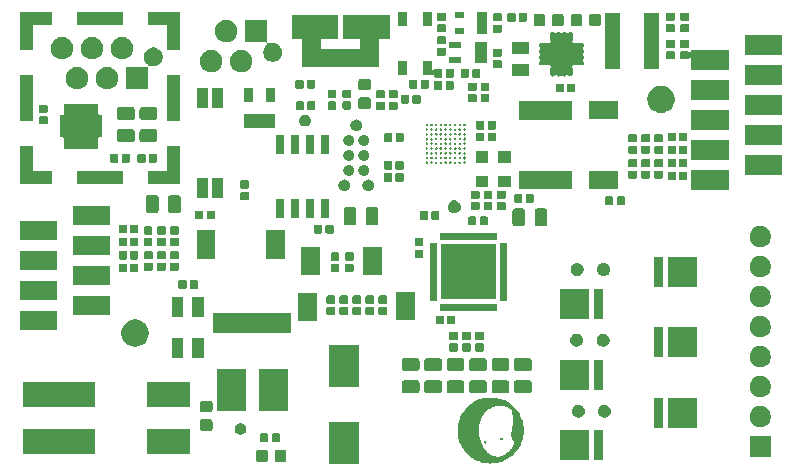
<source format=gbr>
G04 #@! TF.GenerationSoftware,KiCad,Pcbnew,5.1.5-52549c5~84~ubuntu18.04.1*
G04 #@! TF.CreationDate,2020-04-16T17:59:20+02:00*
G04 #@! TF.ProjectId,board,626f6172-642e-46b6-9963-61645f706362,rev?*
G04 #@! TF.SameCoordinates,Original*
G04 #@! TF.FileFunction,Soldermask,Top*
G04 #@! TF.FilePolarity,Negative*
%FSLAX46Y46*%
G04 Gerber Fmt 4.6, Leading zero omitted, Abs format (unit mm)*
G04 Created by KiCad (PCBNEW 5.1.5-52549c5~84~ubuntu18.04.1) date 2020-04-16 17:59:20*
%MOMM*%
%LPD*%
G04 APERTURE LIST*
%ADD10C,0.010000*%
%ADD11C,0.100000*%
G04 APERTURE END LIST*
D10*
G36*
X134096510Y-136359041D02*
G01*
X134109587Y-136362432D01*
X134120891Y-136369561D01*
X134123235Y-136371484D01*
X134142535Y-136393321D01*
X134152462Y-136417798D01*
X134152769Y-136443707D01*
X134143284Y-136469704D01*
X134128855Y-136488798D01*
X134110380Y-136500264D01*
X134085867Y-136505149D01*
X134075071Y-136505499D01*
X134057672Y-136504886D01*
X134045998Y-136501873D01*
X134035637Y-136494697D01*
X134026746Y-136486198D01*
X134010121Y-136463308D01*
X134002779Y-136438373D01*
X134004675Y-136413145D01*
X134015762Y-136389375D01*
X134029702Y-136373890D01*
X134041556Y-136364693D01*
X134052873Y-136359972D01*
X134067973Y-136358308D01*
X134077510Y-136358179D01*
X134096510Y-136359041D01*
G37*
X134096510Y-136359041D02*
X134109587Y-136362432D01*
X134120891Y-136369561D01*
X134123235Y-136371484D01*
X134142535Y-136393321D01*
X134152462Y-136417798D01*
X134152769Y-136443707D01*
X134143284Y-136469704D01*
X134128855Y-136488798D01*
X134110380Y-136500264D01*
X134085867Y-136505149D01*
X134075071Y-136505499D01*
X134057672Y-136504886D01*
X134045998Y-136501873D01*
X134035637Y-136494697D01*
X134026746Y-136486198D01*
X134010121Y-136463308D01*
X134002779Y-136438373D01*
X134004675Y-136413145D01*
X134015762Y-136389375D01*
X134029702Y-136373890D01*
X134041556Y-136364693D01*
X134052873Y-136359972D01*
X134067973Y-136358308D01*
X134077510Y-136358179D01*
X134096510Y-136359041D01*
G36*
X132657309Y-136637865D02*
G01*
X132672397Y-136649272D01*
X132674632Y-136651549D01*
X132690840Y-136672015D01*
X132704146Y-136695127D01*
X132714238Y-136719287D01*
X132720804Y-136742899D01*
X132723534Y-136764365D01*
X132722117Y-136782089D01*
X132716240Y-136794474D01*
X132705593Y-136799922D01*
X132703583Y-136800042D01*
X132696162Y-136797629D01*
X132684661Y-136791641D01*
X132682940Y-136790610D01*
X132665942Y-136775847D01*
X132650210Y-136754340D01*
X132636760Y-136728622D01*
X132626607Y-136701228D01*
X132620764Y-136674693D01*
X132620248Y-136651552D01*
X132622846Y-136640534D01*
X132630265Y-136633013D01*
X132642509Y-136632284D01*
X132657309Y-136637865D01*
G37*
X132657309Y-136637865D02*
X132672397Y-136649272D01*
X132674632Y-136651549D01*
X132690840Y-136672015D01*
X132704146Y-136695127D01*
X132714238Y-136719287D01*
X132720804Y-136742899D01*
X132723534Y-136764365D01*
X132722117Y-136782089D01*
X132716240Y-136794474D01*
X132705593Y-136799922D01*
X132703583Y-136800042D01*
X132696162Y-136797629D01*
X132684661Y-136791641D01*
X132682940Y-136790610D01*
X132665942Y-136775847D01*
X132650210Y-136754340D01*
X132636760Y-136728622D01*
X132626607Y-136701228D01*
X132620764Y-136674693D01*
X132620248Y-136651552D01*
X132622846Y-136640534D01*
X132630265Y-136633013D01*
X132642509Y-136632284D01*
X132657309Y-136637865D01*
G36*
X133244254Y-132955597D02*
G01*
X133293146Y-132956973D01*
X133334634Y-132959166D01*
X133337091Y-132959343D01*
X133503573Y-132976556D01*
X133667699Y-133003558D01*
X133829106Y-133040175D01*
X133987432Y-133086236D01*
X134142313Y-133141567D01*
X134293388Y-133205995D01*
X134440294Y-133279349D01*
X134582667Y-133361454D01*
X134720147Y-133452138D01*
X134852369Y-133551229D01*
X134978971Y-133658553D01*
X135099591Y-133773938D01*
X135144331Y-133820445D01*
X135255231Y-133945741D01*
X135357695Y-134076619D01*
X135451609Y-134212833D01*
X135536857Y-134354136D01*
X135613328Y-134500283D01*
X135680907Y-134651030D01*
X135739480Y-134806129D01*
X135788933Y-134965335D01*
X135829153Y-135128404D01*
X135860027Y-135295088D01*
X135873870Y-135395519D01*
X135876531Y-135423553D01*
X135878899Y-135460097D01*
X135880950Y-135503504D01*
X135882661Y-135552127D01*
X135884011Y-135604318D01*
X135884974Y-135658432D01*
X135885530Y-135712820D01*
X135885653Y-135765837D01*
X135885322Y-135815836D01*
X135884514Y-135861168D01*
X135883205Y-135900189D01*
X135881372Y-135931250D01*
X135881364Y-135931348D01*
X135863268Y-136095677D01*
X135835366Y-136257886D01*
X135797867Y-136417575D01*
X135750980Y-136574344D01*
X135694911Y-136727792D01*
X135629869Y-136877519D01*
X135556063Y-137023125D01*
X135473701Y-137164210D01*
X135382990Y-137300372D01*
X135284138Y-137431212D01*
X135177355Y-137556330D01*
X135062848Y-137675324D01*
X134940825Y-137787795D01*
X134896670Y-137825304D01*
X134765182Y-137928103D01*
X134628399Y-138022309D01*
X134486663Y-138107783D01*
X134340318Y-138184383D01*
X134189706Y-138251969D01*
X134035171Y-138310401D01*
X133877056Y-138359538D01*
X133715704Y-138399239D01*
X133551458Y-138429364D01*
X133384661Y-138449773D01*
X133369063Y-138451169D01*
X133337448Y-138453360D01*
X133298116Y-138455222D01*
X133253180Y-138456730D01*
X133204752Y-138457855D01*
X133154945Y-138458573D01*
X133105872Y-138458856D01*
X133059645Y-138458679D01*
X133018377Y-138458015D01*
X132984181Y-138456838D01*
X132971537Y-138456126D01*
X132801905Y-138439981D01*
X132635221Y-138414247D01*
X132471751Y-138379038D01*
X132311759Y-138334468D01*
X132155510Y-138280651D01*
X132003270Y-138217702D01*
X131855304Y-138145735D01*
X131711876Y-138064864D01*
X131573251Y-137975204D01*
X131439695Y-137876868D01*
X131311473Y-137769970D01*
X131250112Y-137713975D01*
X131131722Y-137595806D01*
X131021322Y-137471510D01*
X130919084Y-137341449D01*
X130825181Y-137205987D01*
X130739786Y-137065485D01*
X130663072Y-136920308D01*
X130595213Y-136770819D01*
X130536380Y-136617380D01*
X130486747Y-136460355D01*
X130446487Y-136300107D01*
X130415773Y-136136999D01*
X130394778Y-135971393D01*
X130389327Y-135907107D01*
X130387078Y-135866182D01*
X130385649Y-135817723D01*
X130385001Y-135763680D01*
X130385097Y-135706004D01*
X130385688Y-135662219D01*
X132068709Y-135662219D01*
X132068930Y-135722806D01*
X132069643Y-135775194D01*
X132070997Y-135821337D01*
X132073139Y-135863188D01*
X132076219Y-135902702D01*
X132080384Y-135941834D01*
X132085782Y-135982537D01*
X132092562Y-136026766D01*
X132099526Y-136068619D01*
X132124164Y-136193706D01*
X132156015Y-136323723D01*
X132194487Y-136457094D01*
X132238989Y-136592245D01*
X132288928Y-136727599D01*
X132343712Y-136861583D01*
X132402750Y-136992622D01*
X132465448Y-137119140D01*
X132531216Y-137239562D01*
X132554981Y-137280199D01*
X132580693Y-137322089D01*
X132605235Y-137359009D01*
X132630301Y-137393102D01*
X132657582Y-137426516D01*
X132688770Y-137461394D01*
X132725557Y-137499883D01*
X132739080Y-137513607D01*
X132807382Y-137580002D01*
X132872875Y-137638278D01*
X132937023Y-137689533D01*
X133001288Y-137734866D01*
X133067135Y-137775375D01*
X133136026Y-137812159D01*
X133138468Y-137813371D01*
X133205708Y-137844570D01*
X133273366Y-137871530D01*
X133342661Y-137894513D01*
X133414815Y-137913780D01*
X133491051Y-137929592D01*
X133572589Y-137942210D01*
X133660650Y-137951894D01*
X133756457Y-137958907D01*
X133837144Y-137962682D01*
X133851311Y-137962004D01*
X133872017Y-137959544D01*
X133895885Y-137955744D01*
X133909189Y-137953234D01*
X134014969Y-137926908D01*
X134119070Y-137890663D01*
X134221583Y-137844459D01*
X134322602Y-137788255D01*
X134401558Y-137736654D01*
X134437791Y-137710382D01*
X134478699Y-137678987D01*
X134522848Y-137643703D01*
X134568807Y-137605765D01*
X134615142Y-137566406D01*
X134660420Y-137526860D01*
X134703208Y-137488362D01*
X134742073Y-137452146D01*
X134775583Y-137419445D01*
X134802200Y-137391608D01*
X134851921Y-137334510D01*
X134900869Y-137273772D01*
X134948185Y-137210711D01*
X134993011Y-137146641D01*
X135034489Y-137082878D01*
X135071759Y-137020739D01*
X135103963Y-136961539D01*
X135130242Y-136906593D01*
X135148390Y-136861099D01*
X135160009Y-136824622D01*
X135166512Y-136794859D01*
X135168134Y-136769885D01*
X135165109Y-136747777D01*
X135163072Y-136740594D01*
X135154742Y-136707122D01*
X135148017Y-136663789D01*
X135142888Y-136610521D01*
X135141400Y-136588419D01*
X135139757Y-136565224D01*
X135137934Y-136545766D01*
X135136170Y-136532293D01*
X135134891Y-136527218D01*
X135128828Y-136523030D01*
X135116304Y-136516755D01*
X135104056Y-136511433D01*
X135068034Y-136493744D01*
X135037893Y-136472050D01*
X135012898Y-136445272D01*
X134992315Y-136412335D01*
X134975410Y-136372160D01*
X134961449Y-136323672D01*
X134954574Y-136292139D01*
X134945952Y-136237923D01*
X134939715Y-136175238D01*
X134935846Y-136105486D01*
X134934331Y-136030070D01*
X134935153Y-135950392D01*
X134938297Y-135867856D01*
X134943747Y-135783863D01*
X134951487Y-135699817D01*
X134961501Y-135617120D01*
X134962234Y-135611796D01*
X134970526Y-135560560D01*
X134981694Y-135506462D01*
X134996142Y-135447820D01*
X135014279Y-135382951D01*
X135030350Y-135329833D01*
X135040844Y-135294535D01*
X135047592Y-135268162D01*
X135050699Y-135250237D01*
X135050473Y-135240933D01*
X135049835Y-135233756D01*
X135049116Y-135217278D01*
X135048333Y-135192361D01*
X135047505Y-135159865D01*
X135046650Y-135120647D01*
X135045786Y-135075570D01*
X135044930Y-135025492D01*
X135044101Y-134971274D01*
X135043317Y-134913775D01*
X135042867Y-134877359D01*
X135041942Y-134802805D01*
X135041021Y-134737375D01*
X135040052Y-134680033D01*
X135038986Y-134629741D01*
X135037771Y-134585464D01*
X135036357Y-134546167D01*
X135034694Y-134510811D01*
X135032729Y-134478361D01*
X135030413Y-134447782D01*
X135027696Y-134418036D01*
X135024525Y-134388087D01*
X135020852Y-134356900D01*
X135016624Y-134323437D01*
X135015258Y-134312934D01*
X135006293Y-134250472D01*
X134995480Y-134185121D01*
X134983506Y-134120711D01*
X134971059Y-134061070D01*
X134966044Y-134039159D01*
X134960037Y-134013679D01*
X134954702Y-133991017D01*
X134950562Y-133973404D01*
X134948143Y-133963074D01*
X134947942Y-133962212D01*
X134942357Y-133952535D01*
X134929613Y-133938079D01*
X134910902Y-133919851D01*
X134887416Y-133898859D01*
X134860348Y-133876109D01*
X134830890Y-133852610D01*
X134800234Y-133829369D01*
X134769572Y-133807393D01*
X134745743Y-133791337D01*
X134652506Y-133736500D01*
X134553209Y-133689604D01*
X134447728Y-133650604D01*
X134335942Y-133619454D01*
X134217728Y-133596112D01*
X134207263Y-133594468D01*
X134162640Y-133588933D01*
X134110389Y-133584672D01*
X134052966Y-133581728D01*
X133992827Y-133580147D01*
X133932430Y-133579975D01*
X133874232Y-133581255D01*
X133820689Y-133584033D01*
X133788163Y-133586803D01*
X133651148Y-133604815D01*
X133519732Y-133630187D01*
X133394217Y-133662802D01*
X133274908Y-133702546D01*
X133162105Y-133749301D01*
X133056113Y-133802953D01*
X132957234Y-133863386D01*
X132865771Y-133930483D01*
X132845150Y-133947404D01*
X132811961Y-133976423D01*
X132779569Y-134007367D01*
X132746478Y-134041809D01*
X132711192Y-134081317D01*
X132672215Y-134127463D01*
X132663360Y-134138219D01*
X132559749Y-134270671D01*
X132466222Y-134403126D01*
X132382701Y-134535736D01*
X132309111Y-134668655D01*
X132245376Y-134802037D01*
X132191420Y-134936037D01*
X132147167Y-135070806D01*
X132112540Y-135206500D01*
X132097182Y-135283759D01*
X132089705Y-135326903D01*
X132083630Y-135365500D01*
X132078818Y-135401391D01*
X132075130Y-135436416D01*
X132072428Y-135472416D01*
X132070573Y-135511230D01*
X132069428Y-135554701D01*
X132068852Y-135604668D01*
X132068709Y-135662219D01*
X130385688Y-135662219D01*
X130385899Y-135646643D01*
X130387369Y-135587550D01*
X130389467Y-135530674D01*
X130392157Y-135477966D01*
X130395399Y-135431376D01*
X130399157Y-135392854D01*
X130399425Y-135390619D01*
X130424899Y-135221087D01*
X130459571Y-135055865D01*
X130503472Y-134894877D01*
X130556635Y-134738051D01*
X130619092Y-134585313D01*
X130690873Y-134436589D01*
X130772012Y-134291805D01*
X130862540Y-134150887D01*
X130962489Y-134013761D01*
X131030000Y-133929657D01*
X131055097Y-133900673D01*
X131086303Y-133866503D01*
X131122097Y-133828667D01*
X131160959Y-133788686D01*
X131201366Y-133748082D01*
X131241798Y-133708377D01*
X131280733Y-133671090D01*
X131316651Y-133637744D01*
X131348029Y-133609859D01*
X131359641Y-133600016D01*
X131475969Y-133507702D01*
X131592978Y-133424014D01*
X131712829Y-133347525D01*
X131837679Y-133276809D01*
X131890783Y-133249169D01*
X132036044Y-133180456D01*
X132183296Y-133121015D01*
X132333388Y-133070589D01*
X132487167Y-133028923D01*
X132645483Y-132995762D01*
X132809185Y-132970850D01*
X132820603Y-132969441D01*
X132858517Y-132965650D01*
X132904630Y-132962372D01*
X132956991Y-132959644D01*
X133013649Y-132957505D01*
X133072655Y-132955993D01*
X133132058Y-132955145D01*
X133189908Y-132955001D01*
X133244254Y-132955597D01*
G37*
X133244254Y-132955597D02*
X133293146Y-132956973D01*
X133334634Y-132959166D01*
X133337091Y-132959343D01*
X133503573Y-132976556D01*
X133667699Y-133003558D01*
X133829106Y-133040175D01*
X133987432Y-133086236D01*
X134142313Y-133141567D01*
X134293388Y-133205995D01*
X134440294Y-133279349D01*
X134582667Y-133361454D01*
X134720147Y-133452138D01*
X134852369Y-133551229D01*
X134978971Y-133658553D01*
X135099591Y-133773938D01*
X135144331Y-133820445D01*
X135255231Y-133945741D01*
X135357695Y-134076619D01*
X135451609Y-134212833D01*
X135536857Y-134354136D01*
X135613328Y-134500283D01*
X135680907Y-134651030D01*
X135739480Y-134806129D01*
X135788933Y-134965335D01*
X135829153Y-135128404D01*
X135860027Y-135295088D01*
X135873870Y-135395519D01*
X135876531Y-135423553D01*
X135878899Y-135460097D01*
X135880950Y-135503504D01*
X135882661Y-135552127D01*
X135884011Y-135604318D01*
X135884974Y-135658432D01*
X135885530Y-135712820D01*
X135885653Y-135765837D01*
X135885322Y-135815836D01*
X135884514Y-135861168D01*
X135883205Y-135900189D01*
X135881372Y-135931250D01*
X135881364Y-135931348D01*
X135863268Y-136095677D01*
X135835366Y-136257886D01*
X135797867Y-136417575D01*
X135750980Y-136574344D01*
X135694911Y-136727792D01*
X135629869Y-136877519D01*
X135556063Y-137023125D01*
X135473701Y-137164210D01*
X135382990Y-137300372D01*
X135284138Y-137431212D01*
X135177355Y-137556330D01*
X135062848Y-137675324D01*
X134940825Y-137787795D01*
X134896670Y-137825304D01*
X134765182Y-137928103D01*
X134628399Y-138022309D01*
X134486663Y-138107783D01*
X134340318Y-138184383D01*
X134189706Y-138251969D01*
X134035171Y-138310401D01*
X133877056Y-138359538D01*
X133715704Y-138399239D01*
X133551458Y-138429364D01*
X133384661Y-138449773D01*
X133369063Y-138451169D01*
X133337448Y-138453360D01*
X133298116Y-138455222D01*
X133253180Y-138456730D01*
X133204752Y-138457855D01*
X133154945Y-138458573D01*
X133105872Y-138458856D01*
X133059645Y-138458679D01*
X133018377Y-138458015D01*
X132984181Y-138456838D01*
X132971537Y-138456126D01*
X132801905Y-138439981D01*
X132635221Y-138414247D01*
X132471751Y-138379038D01*
X132311759Y-138334468D01*
X132155510Y-138280651D01*
X132003270Y-138217702D01*
X131855304Y-138145735D01*
X131711876Y-138064864D01*
X131573251Y-137975204D01*
X131439695Y-137876868D01*
X131311473Y-137769970D01*
X131250112Y-137713975D01*
X131131722Y-137595806D01*
X131021322Y-137471510D01*
X130919084Y-137341449D01*
X130825181Y-137205987D01*
X130739786Y-137065485D01*
X130663072Y-136920308D01*
X130595213Y-136770819D01*
X130536380Y-136617380D01*
X130486747Y-136460355D01*
X130446487Y-136300107D01*
X130415773Y-136136999D01*
X130394778Y-135971393D01*
X130389327Y-135907107D01*
X130387078Y-135866182D01*
X130385649Y-135817723D01*
X130385001Y-135763680D01*
X130385097Y-135706004D01*
X130385688Y-135662219D01*
X132068709Y-135662219D01*
X132068930Y-135722806D01*
X132069643Y-135775194D01*
X132070997Y-135821337D01*
X132073139Y-135863188D01*
X132076219Y-135902702D01*
X132080384Y-135941834D01*
X132085782Y-135982537D01*
X132092562Y-136026766D01*
X132099526Y-136068619D01*
X132124164Y-136193706D01*
X132156015Y-136323723D01*
X132194487Y-136457094D01*
X132238989Y-136592245D01*
X132288928Y-136727599D01*
X132343712Y-136861583D01*
X132402750Y-136992622D01*
X132465448Y-137119140D01*
X132531216Y-137239562D01*
X132554981Y-137280199D01*
X132580693Y-137322089D01*
X132605235Y-137359009D01*
X132630301Y-137393102D01*
X132657582Y-137426516D01*
X132688770Y-137461394D01*
X132725557Y-137499883D01*
X132739080Y-137513607D01*
X132807382Y-137580002D01*
X132872875Y-137638278D01*
X132937023Y-137689533D01*
X133001288Y-137734866D01*
X133067135Y-137775375D01*
X133136026Y-137812159D01*
X133138468Y-137813371D01*
X133205708Y-137844570D01*
X133273366Y-137871530D01*
X133342661Y-137894513D01*
X133414815Y-137913780D01*
X133491051Y-137929592D01*
X133572589Y-137942210D01*
X133660650Y-137951894D01*
X133756457Y-137958907D01*
X133837144Y-137962682D01*
X133851311Y-137962004D01*
X133872017Y-137959544D01*
X133895885Y-137955744D01*
X133909189Y-137953234D01*
X134014969Y-137926908D01*
X134119070Y-137890663D01*
X134221583Y-137844459D01*
X134322602Y-137788255D01*
X134401558Y-137736654D01*
X134437791Y-137710382D01*
X134478699Y-137678987D01*
X134522848Y-137643703D01*
X134568807Y-137605765D01*
X134615142Y-137566406D01*
X134660420Y-137526860D01*
X134703208Y-137488362D01*
X134742073Y-137452146D01*
X134775583Y-137419445D01*
X134802200Y-137391608D01*
X134851921Y-137334510D01*
X134900869Y-137273772D01*
X134948185Y-137210711D01*
X134993011Y-137146641D01*
X135034489Y-137082878D01*
X135071759Y-137020739D01*
X135103963Y-136961539D01*
X135130242Y-136906593D01*
X135148390Y-136861099D01*
X135160009Y-136824622D01*
X135166512Y-136794859D01*
X135168134Y-136769885D01*
X135165109Y-136747777D01*
X135163072Y-136740594D01*
X135154742Y-136707122D01*
X135148017Y-136663789D01*
X135142888Y-136610521D01*
X135141400Y-136588419D01*
X135139757Y-136565224D01*
X135137934Y-136545766D01*
X135136170Y-136532293D01*
X135134891Y-136527218D01*
X135128828Y-136523030D01*
X135116304Y-136516755D01*
X135104056Y-136511433D01*
X135068034Y-136493744D01*
X135037893Y-136472050D01*
X135012898Y-136445272D01*
X134992315Y-136412335D01*
X134975410Y-136372160D01*
X134961449Y-136323672D01*
X134954574Y-136292139D01*
X134945952Y-136237923D01*
X134939715Y-136175238D01*
X134935846Y-136105486D01*
X134934331Y-136030070D01*
X134935153Y-135950392D01*
X134938297Y-135867856D01*
X134943747Y-135783863D01*
X134951487Y-135699817D01*
X134961501Y-135617120D01*
X134962234Y-135611796D01*
X134970526Y-135560560D01*
X134981694Y-135506462D01*
X134996142Y-135447820D01*
X135014279Y-135382951D01*
X135030350Y-135329833D01*
X135040844Y-135294535D01*
X135047592Y-135268162D01*
X135050699Y-135250237D01*
X135050473Y-135240933D01*
X135049835Y-135233756D01*
X135049116Y-135217278D01*
X135048333Y-135192361D01*
X135047505Y-135159865D01*
X135046650Y-135120647D01*
X135045786Y-135075570D01*
X135044930Y-135025492D01*
X135044101Y-134971274D01*
X135043317Y-134913775D01*
X135042867Y-134877359D01*
X135041942Y-134802805D01*
X135041021Y-134737375D01*
X135040052Y-134680033D01*
X135038986Y-134629741D01*
X135037771Y-134585464D01*
X135036357Y-134546167D01*
X135034694Y-134510811D01*
X135032729Y-134478361D01*
X135030413Y-134447782D01*
X135027696Y-134418036D01*
X135024525Y-134388087D01*
X135020852Y-134356900D01*
X135016624Y-134323437D01*
X135015258Y-134312934D01*
X135006293Y-134250472D01*
X134995480Y-134185121D01*
X134983506Y-134120711D01*
X134971059Y-134061070D01*
X134966044Y-134039159D01*
X134960037Y-134013679D01*
X134954702Y-133991017D01*
X134950562Y-133973404D01*
X134948143Y-133963074D01*
X134947942Y-133962212D01*
X134942357Y-133952535D01*
X134929613Y-133938079D01*
X134910902Y-133919851D01*
X134887416Y-133898859D01*
X134860348Y-133876109D01*
X134830890Y-133852610D01*
X134800234Y-133829369D01*
X134769572Y-133807393D01*
X134745743Y-133791337D01*
X134652506Y-133736500D01*
X134553209Y-133689604D01*
X134447728Y-133650604D01*
X134335942Y-133619454D01*
X134217728Y-133596112D01*
X134207263Y-133594468D01*
X134162640Y-133588933D01*
X134110389Y-133584672D01*
X134052966Y-133581728D01*
X133992827Y-133580147D01*
X133932430Y-133579975D01*
X133874232Y-133581255D01*
X133820689Y-133584033D01*
X133788163Y-133586803D01*
X133651148Y-133604815D01*
X133519732Y-133630187D01*
X133394217Y-133662802D01*
X133274908Y-133702546D01*
X133162105Y-133749301D01*
X133056113Y-133802953D01*
X132957234Y-133863386D01*
X132865771Y-133930483D01*
X132845150Y-133947404D01*
X132811961Y-133976423D01*
X132779569Y-134007367D01*
X132746478Y-134041809D01*
X132711192Y-134081317D01*
X132672215Y-134127463D01*
X132663360Y-134138219D01*
X132559749Y-134270671D01*
X132466222Y-134403126D01*
X132382701Y-134535736D01*
X132309111Y-134668655D01*
X132245376Y-134802037D01*
X132191420Y-134936037D01*
X132147167Y-135070806D01*
X132112540Y-135206500D01*
X132097182Y-135283759D01*
X132089705Y-135326903D01*
X132083630Y-135365500D01*
X132078818Y-135401391D01*
X132075130Y-135436416D01*
X132072428Y-135472416D01*
X132070573Y-135511230D01*
X132069428Y-135554701D01*
X132068852Y-135604668D01*
X132068709Y-135662219D01*
X130385688Y-135662219D01*
X130385899Y-135646643D01*
X130387369Y-135587550D01*
X130389467Y-135530674D01*
X130392157Y-135477966D01*
X130395399Y-135431376D01*
X130399157Y-135392854D01*
X130399425Y-135390619D01*
X130424899Y-135221087D01*
X130459571Y-135055865D01*
X130503472Y-134894877D01*
X130556635Y-134738051D01*
X130619092Y-134585313D01*
X130690873Y-134436589D01*
X130772012Y-134291805D01*
X130862540Y-134150887D01*
X130962489Y-134013761D01*
X131030000Y-133929657D01*
X131055097Y-133900673D01*
X131086303Y-133866503D01*
X131122097Y-133828667D01*
X131160959Y-133788686D01*
X131201366Y-133748082D01*
X131241798Y-133708377D01*
X131280733Y-133671090D01*
X131316651Y-133637744D01*
X131348029Y-133609859D01*
X131359641Y-133600016D01*
X131475969Y-133507702D01*
X131592978Y-133424014D01*
X131712829Y-133347525D01*
X131837679Y-133276809D01*
X131890783Y-133249169D01*
X132036044Y-133180456D01*
X132183296Y-133121015D01*
X132333388Y-133070589D01*
X132487167Y-133028923D01*
X132645483Y-132995762D01*
X132809185Y-132970850D01*
X132820603Y-132969441D01*
X132858517Y-132965650D01*
X132904630Y-132962372D01*
X132956991Y-132959644D01*
X133013649Y-132957505D01*
X133072655Y-132955993D01*
X133132058Y-132955145D01*
X133189908Y-132955001D01*
X133244254Y-132955597D01*
D11*
G36*
X121931934Y-134992671D02*
G01*
X121961877Y-135001754D01*
X121989465Y-135016500D01*
X122013651Y-135036349D01*
X122033500Y-135060535D01*
X122048246Y-135088123D01*
X122057329Y-135118066D01*
X122061000Y-135155340D01*
X122061000Y-138424660D01*
X122057329Y-138461934D01*
X122048246Y-138491877D01*
X122033500Y-138519465D01*
X122013651Y-138543651D01*
X121989465Y-138563500D01*
X121961877Y-138578246D01*
X121931934Y-138587329D01*
X121894660Y-138591000D01*
X119625340Y-138591000D01*
X119588066Y-138587329D01*
X119558123Y-138578246D01*
X119530535Y-138563500D01*
X119506349Y-138543651D01*
X119486500Y-138519465D01*
X119471754Y-138491877D01*
X119462671Y-138461934D01*
X119459000Y-138424660D01*
X119459000Y-135155340D01*
X119462671Y-135118066D01*
X119471754Y-135088123D01*
X119486500Y-135060535D01*
X119506349Y-135036349D01*
X119530535Y-135016500D01*
X119558123Y-135001754D01*
X119588066Y-134992671D01*
X119625340Y-134989000D01*
X121894660Y-134989000D01*
X121931934Y-134992671D01*
G37*
G36*
X115729591Y-137378085D02*
G01*
X115763569Y-137388393D01*
X115794890Y-137405134D01*
X115822339Y-137427661D01*
X115844866Y-137455110D01*
X115861607Y-137486431D01*
X115871915Y-137520409D01*
X115876000Y-137561890D01*
X115876000Y-138238110D01*
X115871915Y-138279591D01*
X115861607Y-138313569D01*
X115844866Y-138344890D01*
X115822339Y-138372339D01*
X115794890Y-138394866D01*
X115763569Y-138411607D01*
X115729591Y-138421915D01*
X115688110Y-138426000D01*
X115086890Y-138426000D01*
X115045409Y-138421915D01*
X115011431Y-138411607D01*
X114980110Y-138394866D01*
X114952661Y-138372339D01*
X114930134Y-138344890D01*
X114913393Y-138313569D01*
X114903085Y-138279591D01*
X114899000Y-138238110D01*
X114899000Y-137561890D01*
X114903085Y-137520409D01*
X114913393Y-137486431D01*
X114930134Y-137455110D01*
X114952661Y-137427661D01*
X114980110Y-137405134D01*
X115011431Y-137388393D01*
X115045409Y-137378085D01*
X115086890Y-137374000D01*
X115688110Y-137374000D01*
X115729591Y-137378085D01*
G37*
G36*
X114154591Y-137378085D02*
G01*
X114188569Y-137388393D01*
X114219890Y-137405134D01*
X114247339Y-137427661D01*
X114269866Y-137455110D01*
X114286607Y-137486431D01*
X114296915Y-137520409D01*
X114301000Y-137561890D01*
X114301000Y-138238110D01*
X114296915Y-138279591D01*
X114286607Y-138313569D01*
X114269866Y-138344890D01*
X114247339Y-138372339D01*
X114219890Y-138394866D01*
X114188569Y-138411607D01*
X114154591Y-138421915D01*
X114113110Y-138426000D01*
X113511890Y-138426000D01*
X113470409Y-138421915D01*
X113436431Y-138411607D01*
X113405110Y-138394866D01*
X113377661Y-138372339D01*
X113355134Y-138344890D01*
X113338393Y-138313569D01*
X113328085Y-138279591D01*
X113324000Y-138238110D01*
X113324000Y-137561890D01*
X113328085Y-137520409D01*
X113338393Y-137486431D01*
X113355134Y-137455110D01*
X113377661Y-137427661D01*
X113405110Y-137405134D01*
X113436431Y-137388393D01*
X113470409Y-137378085D01*
X113511890Y-137374000D01*
X114113110Y-137374000D01*
X114154591Y-137378085D01*
G37*
G36*
X141466000Y-138276000D02*
G01*
X139371952Y-138276000D01*
X139363387Y-138273402D01*
X139339001Y-138271000D01*
X139044000Y-138271000D01*
X139044000Y-135729000D01*
X139339001Y-135729000D01*
X139363387Y-135726598D01*
X139371952Y-135724000D01*
X141466000Y-135724000D01*
X141466000Y-138276000D01*
G37*
G36*
X142656000Y-138271000D02*
G01*
X141924000Y-138271000D01*
X141924000Y-135729000D01*
X142656000Y-135729000D01*
X142656000Y-138271000D01*
G37*
G36*
X156901000Y-138010200D02*
G01*
X155099000Y-138010200D01*
X155099000Y-136208200D01*
X156901000Y-136208200D01*
X156901000Y-138010200D01*
G37*
G36*
X99701000Y-137751000D02*
G01*
X93599000Y-137751000D01*
X93599000Y-135649000D01*
X99701000Y-135649000D01*
X99701000Y-137751000D01*
G37*
G36*
X107701000Y-137751000D02*
G01*
X104099000Y-137751000D01*
X104099000Y-135649000D01*
X107701000Y-135649000D01*
X107701000Y-137751000D01*
G37*
G36*
X114271938Y-136001716D02*
G01*
X114292557Y-136007971D01*
X114311553Y-136018124D01*
X114328208Y-136031792D01*
X114341876Y-136048447D01*
X114352029Y-136067443D01*
X114358284Y-136088062D01*
X114361000Y-136115640D01*
X114361000Y-136624360D01*
X114358284Y-136651938D01*
X114352029Y-136672557D01*
X114341876Y-136691553D01*
X114328208Y-136708208D01*
X114311553Y-136721876D01*
X114292557Y-136732029D01*
X114271938Y-136738284D01*
X114244360Y-136741000D01*
X113785640Y-136741000D01*
X113758062Y-136738284D01*
X113737443Y-136732029D01*
X113718447Y-136721876D01*
X113701792Y-136708208D01*
X113688124Y-136691553D01*
X113677971Y-136672557D01*
X113671716Y-136651938D01*
X113669000Y-136624360D01*
X113669000Y-136115640D01*
X113671716Y-136088062D01*
X113677971Y-136067443D01*
X113688124Y-136048447D01*
X113701792Y-136031792D01*
X113718447Y-136018124D01*
X113737443Y-136007971D01*
X113758062Y-136001716D01*
X113785640Y-135999000D01*
X114244360Y-135999000D01*
X114271938Y-136001716D01*
G37*
G36*
X115241938Y-136001716D02*
G01*
X115262557Y-136007971D01*
X115281553Y-136018124D01*
X115298208Y-136031792D01*
X115311876Y-136048447D01*
X115322029Y-136067443D01*
X115328284Y-136088062D01*
X115331000Y-136115640D01*
X115331000Y-136624360D01*
X115328284Y-136651938D01*
X115322029Y-136672557D01*
X115311876Y-136691553D01*
X115298208Y-136708208D01*
X115281553Y-136721876D01*
X115262557Y-136732029D01*
X115241938Y-136738284D01*
X115214360Y-136741000D01*
X114755640Y-136741000D01*
X114728062Y-136738284D01*
X114707443Y-136732029D01*
X114688447Y-136721876D01*
X114671792Y-136708208D01*
X114658124Y-136691553D01*
X114647971Y-136672557D01*
X114641716Y-136651938D01*
X114639000Y-136624360D01*
X114639000Y-136115640D01*
X114641716Y-136088062D01*
X114647971Y-136067443D01*
X114658124Y-136048447D01*
X114671792Y-136031792D01*
X114688447Y-136018124D01*
X114707443Y-136007971D01*
X114728062Y-136001716D01*
X114755640Y-135999000D01*
X115214360Y-135999000D01*
X115241938Y-136001716D01*
G37*
G36*
X112145843Y-135119214D02*
G01*
X112236837Y-135156905D01*
X112236839Y-135156906D01*
X112278063Y-135184451D01*
X112318730Y-135211624D01*
X112388376Y-135281270D01*
X112443095Y-135363163D01*
X112480786Y-135454157D01*
X112500000Y-135550753D01*
X112500000Y-135649247D01*
X112480786Y-135745843D01*
X112443095Y-135836837D01*
X112443094Y-135836839D01*
X112388375Y-135918731D01*
X112318731Y-135988375D01*
X112236839Y-136043094D01*
X112236838Y-136043095D01*
X112236837Y-136043095D01*
X112145843Y-136080786D01*
X112049247Y-136100000D01*
X111950753Y-136100000D01*
X111854157Y-136080786D01*
X111763163Y-136043095D01*
X111763162Y-136043095D01*
X111763161Y-136043094D01*
X111681269Y-135988375D01*
X111611625Y-135918731D01*
X111556906Y-135836839D01*
X111556905Y-135836837D01*
X111519214Y-135745843D01*
X111500000Y-135649247D01*
X111500000Y-135550753D01*
X111519214Y-135454157D01*
X111556905Y-135363163D01*
X111611624Y-135281270D01*
X111681270Y-135211624D01*
X111721937Y-135184451D01*
X111763161Y-135156906D01*
X111763163Y-135156905D01*
X111854157Y-135119214D01*
X111950753Y-135100000D01*
X112049247Y-135100000D01*
X112145843Y-135119214D01*
G37*
G36*
X109479591Y-134803085D02*
G01*
X109513569Y-134813393D01*
X109544890Y-134830134D01*
X109572339Y-134852661D01*
X109594866Y-134880110D01*
X109611607Y-134911431D01*
X109621915Y-134945409D01*
X109626000Y-134986890D01*
X109626000Y-135588110D01*
X109621915Y-135629591D01*
X109611607Y-135663569D01*
X109594866Y-135694890D01*
X109572339Y-135722339D01*
X109544890Y-135744866D01*
X109513569Y-135761607D01*
X109479591Y-135771915D01*
X109438110Y-135776000D01*
X108761890Y-135776000D01*
X108720409Y-135771915D01*
X108686431Y-135761607D01*
X108655110Y-135744866D01*
X108627661Y-135722339D01*
X108605134Y-135694890D01*
X108588393Y-135663569D01*
X108578085Y-135629591D01*
X108574000Y-135588110D01*
X108574000Y-134986890D01*
X108578085Y-134945409D01*
X108588393Y-134911431D01*
X108605134Y-134880110D01*
X108627661Y-134852661D01*
X108655110Y-134830134D01*
X108686431Y-134813393D01*
X108720409Y-134803085D01*
X108761890Y-134799000D01*
X109438110Y-134799000D01*
X109479591Y-134803085D01*
G37*
G36*
X150286613Y-132976598D02*
G01*
X150310999Y-132979000D01*
X150606000Y-132979000D01*
X150606000Y-135521000D01*
X150310999Y-135521000D01*
X150286613Y-135523402D01*
X150278048Y-135526000D01*
X148184000Y-135526000D01*
X148184000Y-132974000D01*
X150278048Y-132974000D01*
X150286613Y-132976598D01*
G37*
G36*
X147726000Y-135521000D02*
G01*
X146994000Y-135521000D01*
X146994000Y-132979000D01*
X147726000Y-132979000D01*
X147726000Y-135521000D01*
G37*
G36*
X156107891Y-133672009D02*
G01*
X156262812Y-133702824D01*
X156426784Y-133770744D01*
X156574354Y-133869347D01*
X156699853Y-133994846D01*
X156798456Y-134142416D01*
X156866376Y-134306388D01*
X156901000Y-134480459D01*
X156901000Y-134657941D01*
X156866376Y-134832012D01*
X156798456Y-134995984D01*
X156699853Y-135143554D01*
X156574354Y-135269053D01*
X156426784Y-135367656D01*
X156262812Y-135435576D01*
X156113512Y-135465273D01*
X156088742Y-135470200D01*
X155911258Y-135470200D01*
X155886488Y-135465273D01*
X155737188Y-135435576D01*
X155573216Y-135367656D01*
X155425646Y-135269053D01*
X155300147Y-135143554D01*
X155201544Y-134995984D01*
X155133624Y-134832012D01*
X155099000Y-134657941D01*
X155099000Y-134480459D01*
X155133624Y-134306388D01*
X155201544Y-134142416D01*
X155300147Y-133994846D01*
X155425646Y-133869347D01*
X155573216Y-133770744D01*
X155737188Y-133702824D01*
X155892109Y-133672009D01*
X155911258Y-133668200D01*
X156088742Y-133668200D01*
X156107891Y-133672009D01*
G37*
G36*
X140760721Y-133570174D02*
G01*
X140860995Y-133611709D01*
X140905812Y-133641655D01*
X140951242Y-133672010D01*
X141027990Y-133748758D01*
X141027991Y-133748760D01*
X141088291Y-133839005D01*
X141129826Y-133939279D01*
X141151000Y-134045730D01*
X141151000Y-134154270D01*
X141129826Y-134260721D01*
X141088291Y-134360995D01*
X141088290Y-134360996D01*
X141027990Y-134451242D01*
X140951242Y-134527990D01*
X140905812Y-134558345D01*
X140860995Y-134588291D01*
X140760721Y-134629826D01*
X140654270Y-134651000D01*
X140545730Y-134651000D01*
X140439279Y-134629826D01*
X140339005Y-134588291D01*
X140294188Y-134558345D01*
X140248758Y-134527990D01*
X140172010Y-134451242D01*
X140111710Y-134360996D01*
X140111709Y-134360995D01*
X140070174Y-134260721D01*
X140049000Y-134154270D01*
X140049000Y-134045730D01*
X140070174Y-133939279D01*
X140111709Y-133839005D01*
X140172009Y-133748760D01*
X140172010Y-133748758D01*
X140248758Y-133672010D01*
X140294188Y-133641655D01*
X140339005Y-133611709D01*
X140439279Y-133570174D01*
X140545730Y-133549000D01*
X140654270Y-133549000D01*
X140760721Y-133570174D01*
G37*
G36*
X142960721Y-133570174D02*
G01*
X143060995Y-133611709D01*
X143105812Y-133641655D01*
X143151242Y-133672010D01*
X143227990Y-133748758D01*
X143227991Y-133748760D01*
X143288291Y-133839005D01*
X143329826Y-133939279D01*
X143351000Y-134045730D01*
X143351000Y-134154270D01*
X143329826Y-134260721D01*
X143288291Y-134360995D01*
X143288290Y-134360996D01*
X143227990Y-134451242D01*
X143151242Y-134527990D01*
X143105812Y-134558345D01*
X143060995Y-134588291D01*
X142960721Y-134629826D01*
X142854270Y-134651000D01*
X142745730Y-134651000D01*
X142639279Y-134629826D01*
X142539005Y-134588291D01*
X142494188Y-134558345D01*
X142448758Y-134527990D01*
X142372010Y-134451242D01*
X142311710Y-134360996D01*
X142311709Y-134360995D01*
X142270174Y-134260721D01*
X142249000Y-134154270D01*
X142249000Y-134045730D01*
X142270174Y-133939279D01*
X142311709Y-133839005D01*
X142372009Y-133748760D01*
X142372010Y-133748758D01*
X142448758Y-133672010D01*
X142494188Y-133641655D01*
X142539005Y-133611709D01*
X142639279Y-133570174D01*
X142745730Y-133549000D01*
X142854270Y-133549000D01*
X142960721Y-133570174D01*
G37*
G36*
X109479591Y-133228085D02*
G01*
X109513569Y-133238393D01*
X109544890Y-133255134D01*
X109572339Y-133277661D01*
X109594866Y-133305110D01*
X109611607Y-133336431D01*
X109621915Y-133370409D01*
X109626000Y-133411890D01*
X109626000Y-134013110D01*
X109621915Y-134054591D01*
X109611607Y-134088569D01*
X109594866Y-134119890D01*
X109572339Y-134147339D01*
X109544890Y-134169866D01*
X109513569Y-134186607D01*
X109479591Y-134196915D01*
X109438110Y-134201000D01*
X108761890Y-134201000D01*
X108720409Y-134196915D01*
X108686431Y-134186607D01*
X108655110Y-134169866D01*
X108627661Y-134147339D01*
X108605134Y-134119890D01*
X108588393Y-134088569D01*
X108578085Y-134054591D01*
X108574000Y-134013110D01*
X108574000Y-133411890D01*
X108578085Y-133370409D01*
X108588393Y-133336431D01*
X108605134Y-133305110D01*
X108627661Y-133277661D01*
X108655110Y-133255134D01*
X108686431Y-133238393D01*
X108720409Y-133228085D01*
X108761890Y-133224000D01*
X109438110Y-133224000D01*
X109479591Y-133228085D01*
G37*
G36*
X112476000Y-134111000D02*
G01*
X109974000Y-134111000D01*
X109974000Y-130529000D01*
X112476000Y-130529000D01*
X112476000Y-134111000D01*
G37*
G36*
X116026000Y-134111000D02*
G01*
X113524000Y-134111000D01*
X113524000Y-130529000D01*
X116026000Y-130529000D01*
X116026000Y-134111000D01*
G37*
G36*
X99701000Y-133751000D02*
G01*
X93599000Y-133751000D01*
X93599000Y-131649000D01*
X99701000Y-131649000D01*
X99701000Y-133751000D01*
G37*
G36*
X107701000Y-133751000D02*
G01*
X104099000Y-133751000D01*
X104099000Y-131649000D01*
X107701000Y-131649000D01*
X107701000Y-133751000D01*
G37*
G36*
X156113512Y-131133127D02*
G01*
X156262812Y-131162824D01*
X156426784Y-131230744D01*
X156574354Y-131329347D01*
X156699853Y-131454846D01*
X156798456Y-131602416D01*
X156866376Y-131766388D01*
X156889285Y-131881563D01*
X156897858Y-131924660D01*
X156901000Y-131940459D01*
X156901000Y-132117941D01*
X156866376Y-132292012D01*
X156798456Y-132455984D01*
X156699853Y-132603554D01*
X156574354Y-132729053D01*
X156426784Y-132827656D01*
X156262812Y-132895576D01*
X156113512Y-132925273D01*
X156088742Y-132930200D01*
X155911258Y-132930200D01*
X155886488Y-132925273D01*
X155737188Y-132895576D01*
X155573216Y-132827656D01*
X155425646Y-132729053D01*
X155300147Y-132603554D01*
X155201544Y-132455984D01*
X155133624Y-132292012D01*
X155099000Y-132117941D01*
X155099000Y-131940459D01*
X155102143Y-131924660D01*
X155110715Y-131881563D01*
X155133624Y-131766388D01*
X155201544Y-131602416D01*
X155300147Y-131454846D01*
X155425646Y-131329347D01*
X155573216Y-131230744D01*
X155737188Y-131162824D01*
X155886488Y-131133127D01*
X155911258Y-131128200D01*
X156088742Y-131128200D01*
X156113512Y-131133127D01*
G37*
G36*
X136484468Y-131503565D02*
G01*
X136523138Y-131515296D01*
X136558777Y-131534346D01*
X136590017Y-131559983D01*
X136615654Y-131591223D01*
X136634704Y-131626862D01*
X136646435Y-131665532D01*
X136651000Y-131711888D01*
X136651000Y-132363112D01*
X136646435Y-132409468D01*
X136634704Y-132448138D01*
X136615654Y-132483777D01*
X136590017Y-132515017D01*
X136558777Y-132540654D01*
X136523138Y-132559704D01*
X136484468Y-132571435D01*
X136438112Y-132576000D01*
X135361888Y-132576000D01*
X135315532Y-132571435D01*
X135276862Y-132559704D01*
X135241223Y-132540654D01*
X135209983Y-132515017D01*
X135184346Y-132483777D01*
X135165296Y-132448138D01*
X135153565Y-132409468D01*
X135149000Y-132363112D01*
X135149000Y-131711888D01*
X135153565Y-131665532D01*
X135165296Y-131626862D01*
X135184346Y-131591223D01*
X135209983Y-131559983D01*
X135241223Y-131534346D01*
X135276862Y-131515296D01*
X135315532Y-131503565D01*
X135361888Y-131499000D01*
X136438112Y-131499000D01*
X136484468Y-131503565D01*
G37*
G36*
X128884468Y-131503565D02*
G01*
X128923138Y-131515296D01*
X128958777Y-131534346D01*
X128990017Y-131559983D01*
X129015654Y-131591223D01*
X129034704Y-131626862D01*
X129046435Y-131665532D01*
X129051000Y-131711888D01*
X129051000Y-132363112D01*
X129046435Y-132409468D01*
X129034704Y-132448138D01*
X129015654Y-132483777D01*
X128990017Y-132515017D01*
X128958777Y-132540654D01*
X128923138Y-132559704D01*
X128884468Y-132571435D01*
X128838112Y-132576000D01*
X127761888Y-132576000D01*
X127715532Y-132571435D01*
X127676862Y-132559704D01*
X127641223Y-132540654D01*
X127609983Y-132515017D01*
X127584346Y-132483777D01*
X127565296Y-132448138D01*
X127553565Y-132409468D01*
X127549000Y-132363112D01*
X127549000Y-131711888D01*
X127553565Y-131665532D01*
X127565296Y-131626862D01*
X127584346Y-131591223D01*
X127609983Y-131559983D01*
X127641223Y-131534346D01*
X127676862Y-131515296D01*
X127715532Y-131503565D01*
X127761888Y-131499000D01*
X128838112Y-131499000D01*
X128884468Y-131503565D01*
G37*
G36*
X134584468Y-131503565D02*
G01*
X134623138Y-131515296D01*
X134658777Y-131534346D01*
X134690017Y-131559983D01*
X134715654Y-131591223D01*
X134734704Y-131626862D01*
X134746435Y-131665532D01*
X134751000Y-131711888D01*
X134751000Y-132363112D01*
X134746435Y-132409468D01*
X134734704Y-132448138D01*
X134715654Y-132483777D01*
X134690017Y-132515017D01*
X134658777Y-132540654D01*
X134623138Y-132559704D01*
X134584468Y-132571435D01*
X134538112Y-132576000D01*
X133461888Y-132576000D01*
X133415532Y-132571435D01*
X133376862Y-132559704D01*
X133341223Y-132540654D01*
X133309983Y-132515017D01*
X133284346Y-132483777D01*
X133265296Y-132448138D01*
X133253565Y-132409468D01*
X133249000Y-132363112D01*
X133249000Y-131711888D01*
X133253565Y-131665532D01*
X133265296Y-131626862D01*
X133284346Y-131591223D01*
X133309983Y-131559983D01*
X133341223Y-131534346D01*
X133376862Y-131515296D01*
X133415532Y-131503565D01*
X133461888Y-131499000D01*
X134538112Y-131499000D01*
X134584468Y-131503565D01*
G37*
G36*
X130784468Y-131503565D02*
G01*
X130823138Y-131515296D01*
X130858777Y-131534346D01*
X130890017Y-131559983D01*
X130915654Y-131591223D01*
X130934704Y-131626862D01*
X130946435Y-131665532D01*
X130951000Y-131711888D01*
X130951000Y-132363112D01*
X130946435Y-132409468D01*
X130934704Y-132448138D01*
X130915654Y-132483777D01*
X130890017Y-132515017D01*
X130858777Y-132540654D01*
X130823138Y-132559704D01*
X130784468Y-132571435D01*
X130738112Y-132576000D01*
X129661888Y-132576000D01*
X129615532Y-132571435D01*
X129576862Y-132559704D01*
X129541223Y-132540654D01*
X129509983Y-132515017D01*
X129484346Y-132483777D01*
X129465296Y-132448138D01*
X129453565Y-132409468D01*
X129449000Y-132363112D01*
X129449000Y-131711888D01*
X129453565Y-131665532D01*
X129465296Y-131626862D01*
X129484346Y-131591223D01*
X129509983Y-131559983D01*
X129541223Y-131534346D01*
X129576862Y-131515296D01*
X129615532Y-131503565D01*
X129661888Y-131499000D01*
X130738112Y-131499000D01*
X130784468Y-131503565D01*
G37*
G36*
X132684468Y-131503565D02*
G01*
X132723138Y-131515296D01*
X132758777Y-131534346D01*
X132790017Y-131559983D01*
X132815654Y-131591223D01*
X132834704Y-131626862D01*
X132846435Y-131665532D01*
X132851000Y-131711888D01*
X132851000Y-132363112D01*
X132846435Y-132409468D01*
X132834704Y-132448138D01*
X132815654Y-132483777D01*
X132790017Y-132515017D01*
X132758777Y-132540654D01*
X132723138Y-132559704D01*
X132684468Y-132571435D01*
X132638112Y-132576000D01*
X131561888Y-132576000D01*
X131515532Y-132571435D01*
X131476862Y-132559704D01*
X131441223Y-132540654D01*
X131409983Y-132515017D01*
X131384346Y-132483777D01*
X131365296Y-132448138D01*
X131353565Y-132409468D01*
X131349000Y-132363112D01*
X131349000Y-131711888D01*
X131353565Y-131665532D01*
X131365296Y-131626862D01*
X131384346Y-131591223D01*
X131409983Y-131559983D01*
X131441223Y-131534346D01*
X131476862Y-131515296D01*
X131515532Y-131503565D01*
X131561888Y-131499000D01*
X132638112Y-131499000D01*
X132684468Y-131503565D01*
G37*
G36*
X126984468Y-131503565D02*
G01*
X127023138Y-131515296D01*
X127058777Y-131534346D01*
X127090017Y-131559983D01*
X127115654Y-131591223D01*
X127134704Y-131626862D01*
X127146435Y-131665532D01*
X127151000Y-131711888D01*
X127151000Y-132363112D01*
X127146435Y-132409468D01*
X127134704Y-132448138D01*
X127115654Y-132483777D01*
X127090017Y-132515017D01*
X127058777Y-132540654D01*
X127023138Y-132559704D01*
X126984468Y-132571435D01*
X126938112Y-132576000D01*
X125861888Y-132576000D01*
X125815532Y-132571435D01*
X125776862Y-132559704D01*
X125741223Y-132540654D01*
X125709983Y-132515017D01*
X125684346Y-132483777D01*
X125665296Y-132448138D01*
X125653565Y-132409468D01*
X125649000Y-132363112D01*
X125649000Y-131711888D01*
X125653565Y-131665532D01*
X125665296Y-131626862D01*
X125684346Y-131591223D01*
X125709983Y-131559983D01*
X125741223Y-131534346D01*
X125776862Y-131515296D01*
X125815532Y-131503565D01*
X125861888Y-131499000D01*
X126938112Y-131499000D01*
X126984468Y-131503565D01*
G37*
G36*
X141466000Y-132326000D02*
G01*
X139371952Y-132326000D01*
X139363387Y-132323402D01*
X139339001Y-132321000D01*
X139044000Y-132321000D01*
X139044000Y-129779000D01*
X139339001Y-129779000D01*
X139363387Y-129776598D01*
X139371952Y-129774000D01*
X141466000Y-129774000D01*
X141466000Y-132326000D01*
G37*
G36*
X142656000Y-132321000D02*
G01*
X141924000Y-132321000D01*
X141924000Y-129779000D01*
X142656000Y-129779000D01*
X142656000Y-132321000D01*
G37*
G36*
X121931934Y-128492671D02*
G01*
X121961877Y-128501754D01*
X121989465Y-128516500D01*
X122013651Y-128536349D01*
X122033500Y-128560535D01*
X122048246Y-128588123D01*
X122057329Y-128618066D01*
X122061000Y-128655340D01*
X122061000Y-131924660D01*
X122057329Y-131961934D01*
X122048246Y-131991877D01*
X122033500Y-132019465D01*
X122013651Y-132043651D01*
X121989465Y-132063500D01*
X121961877Y-132078246D01*
X121931934Y-132087329D01*
X121894660Y-132091000D01*
X119625340Y-132091000D01*
X119588066Y-132087329D01*
X119558123Y-132078246D01*
X119530535Y-132063500D01*
X119506349Y-132043651D01*
X119486500Y-132019465D01*
X119471754Y-131991877D01*
X119462671Y-131961934D01*
X119459000Y-131924660D01*
X119459000Y-128655340D01*
X119462671Y-128618066D01*
X119471754Y-128588123D01*
X119486500Y-128560535D01*
X119506349Y-128536349D01*
X119530535Y-128516500D01*
X119558123Y-128501754D01*
X119588066Y-128492671D01*
X119625340Y-128489000D01*
X121894660Y-128489000D01*
X121931934Y-128492671D01*
G37*
G36*
X130784468Y-129628565D02*
G01*
X130823138Y-129640296D01*
X130858777Y-129659346D01*
X130890017Y-129684983D01*
X130915654Y-129716223D01*
X130934704Y-129751862D01*
X130946435Y-129790532D01*
X130951000Y-129836888D01*
X130951000Y-130488112D01*
X130946435Y-130534468D01*
X130934704Y-130573138D01*
X130915654Y-130608777D01*
X130890017Y-130640017D01*
X130858777Y-130665654D01*
X130823138Y-130684704D01*
X130784468Y-130696435D01*
X130738112Y-130701000D01*
X129661888Y-130701000D01*
X129615532Y-130696435D01*
X129576862Y-130684704D01*
X129541223Y-130665654D01*
X129509983Y-130640017D01*
X129484346Y-130608777D01*
X129465296Y-130573138D01*
X129453565Y-130534468D01*
X129449000Y-130488112D01*
X129449000Y-129836888D01*
X129453565Y-129790532D01*
X129465296Y-129751862D01*
X129484346Y-129716223D01*
X129509983Y-129684983D01*
X129541223Y-129659346D01*
X129576862Y-129640296D01*
X129615532Y-129628565D01*
X129661888Y-129624000D01*
X130738112Y-129624000D01*
X130784468Y-129628565D01*
G37*
G36*
X136484468Y-129628565D02*
G01*
X136523138Y-129640296D01*
X136558777Y-129659346D01*
X136590017Y-129684983D01*
X136615654Y-129716223D01*
X136634704Y-129751862D01*
X136646435Y-129790532D01*
X136651000Y-129836888D01*
X136651000Y-130488112D01*
X136646435Y-130534468D01*
X136634704Y-130573138D01*
X136615654Y-130608777D01*
X136590017Y-130640017D01*
X136558777Y-130665654D01*
X136523138Y-130684704D01*
X136484468Y-130696435D01*
X136438112Y-130701000D01*
X135361888Y-130701000D01*
X135315532Y-130696435D01*
X135276862Y-130684704D01*
X135241223Y-130665654D01*
X135209983Y-130640017D01*
X135184346Y-130608777D01*
X135165296Y-130573138D01*
X135153565Y-130534468D01*
X135149000Y-130488112D01*
X135149000Y-129836888D01*
X135153565Y-129790532D01*
X135165296Y-129751862D01*
X135184346Y-129716223D01*
X135209983Y-129684983D01*
X135241223Y-129659346D01*
X135276862Y-129640296D01*
X135315532Y-129628565D01*
X135361888Y-129624000D01*
X136438112Y-129624000D01*
X136484468Y-129628565D01*
G37*
G36*
X134584468Y-129628565D02*
G01*
X134623138Y-129640296D01*
X134658777Y-129659346D01*
X134690017Y-129684983D01*
X134715654Y-129716223D01*
X134734704Y-129751862D01*
X134746435Y-129790532D01*
X134751000Y-129836888D01*
X134751000Y-130488112D01*
X134746435Y-130534468D01*
X134734704Y-130573138D01*
X134715654Y-130608777D01*
X134690017Y-130640017D01*
X134658777Y-130665654D01*
X134623138Y-130684704D01*
X134584468Y-130696435D01*
X134538112Y-130701000D01*
X133461888Y-130701000D01*
X133415532Y-130696435D01*
X133376862Y-130684704D01*
X133341223Y-130665654D01*
X133309983Y-130640017D01*
X133284346Y-130608777D01*
X133265296Y-130573138D01*
X133253565Y-130534468D01*
X133249000Y-130488112D01*
X133249000Y-129836888D01*
X133253565Y-129790532D01*
X133265296Y-129751862D01*
X133284346Y-129716223D01*
X133309983Y-129684983D01*
X133341223Y-129659346D01*
X133376862Y-129640296D01*
X133415532Y-129628565D01*
X133461888Y-129624000D01*
X134538112Y-129624000D01*
X134584468Y-129628565D01*
G37*
G36*
X132684468Y-129628565D02*
G01*
X132723138Y-129640296D01*
X132758777Y-129659346D01*
X132790017Y-129684983D01*
X132815654Y-129716223D01*
X132834704Y-129751862D01*
X132846435Y-129790532D01*
X132851000Y-129836888D01*
X132851000Y-130488112D01*
X132846435Y-130534468D01*
X132834704Y-130573138D01*
X132815654Y-130608777D01*
X132790017Y-130640017D01*
X132758777Y-130665654D01*
X132723138Y-130684704D01*
X132684468Y-130696435D01*
X132638112Y-130701000D01*
X131561888Y-130701000D01*
X131515532Y-130696435D01*
X131476862Y-130684704D01*
X131441223Y-130665654D01*
X131409983Y-130640017D01*
X131384346Y-130608777D01*
X131365296Y-130573138D01*
X131353565Y-130534468D01*
X131349000Y-130488112D01*
X131349000Y-129836888D01*
X131353565Y-129790532D01*
X131365296Y-129751862D01*
X131384346Y-129716223D01*
X131409983Y-129684983D01*
X131441223Y-129659346D01*
X131476862Y-129640296D01*
X131515532Y-129628565D01*
X131561888Y-129624000D01*
X132638112Y-129624000D01*
X132684468Y-129628565D01*
G37*
G36*
X128884468Y-129628565D02*
G01*
X128923138Y-129640296D01*
X128958777Y-129659346D01*
X128990017Y-129684983D01*
X129015654Y-129716223D01*
X129034704Y-129751862D01*
X129046435Y-129790532D01*
X129051000Y-129836888D01*
X129051000Y-130488112D01*
X129046435Y-130534468D01*
X129034704Y-130573138D01*
X129015654Y-130608777D01*
X128990017Y-130640017D01*
X128958777Y-130665654D01*
X128923138Y-130684704D01*
X128884468Y-130696435D01*
X128838112Y-130701000D01*
X127761888Y-130701000D01*
X127715532Y-130696435D01*
X127676862Y-130684704D01*
X127641223Y-130665654D01*
X127609983Y-130640017D01*
X127584346Y-130608777D01*
X127565296Y-130573138D01*
X127553565Y-130534468D01*
X127549000Y-130488112D01*
X127549000Y-129836888D01*
X127553565Y-129790532D01*
X127565296Y-129751862D01*
X127584346Y-129716223D01*
X127609983Y-129684983D01*
X127641223Y-129659346D01*
X127676862Y-129640296D01*
X127715532Y-129628565D01*
X127761888Y-129624000D01*
X128838112Y-129624000D01*
X128884468Y-129628565D01*
G37*
G36*
X126984468Y-129628565D02*
G01*
X127023138Y-129640296D01*
X127058777Y-129659346D01*
X127090017Y-129684983D01*
X127115654Y-129716223D01*
X127134704Y-129751862D01*
X127146435Y-129790532D01*
X127151000Y-129836888D01*
X127151000Y-130488112D01*
X127146435Y-130534468D01*
X127134704Y-130573138D01*
X127115654Y-130608777D01*
X127090017Y-130640017D01*
X127058777Y-130665654D01*
X127023138Y-130684704D01*
X126984468Y-130696435D01*
X126938112Y-130701000D01*
X125861888Y-130701000D01*
X125815532Y-130696435D01*
X125776862Y-130684704D01*
X125741223Y-130665654D01*
X125709983Y-130640017D01*
X125684346Y-130608777D01*
X125665296Y-130573138D01*
X125653565Y-130534468D01*
X125649000Y-130488112D01*
X125649000Y-129836888D01*
X125653565Y-129790532D01*
X125665296Y-129751862D01*
X125684346Y-129716223D01*
X125709983Y-129684983D01*
X125741223Y-129659346D01*
X125776862Y-129640296D01*
X125815532Y-129628565D01*
X125861888Y-129624000D01*
X126938112Y-129624000D01*
X126984468Y-129628565D01*
G37*
G36*
X156113512Y-128593127D02*
G01*
X156262812Y-128622824D01*
X156426784Y-128690744D01*
X156574354Y-128789347D01*
X156699853Y-128914846D01*
X156798456Y-129062416D01*
X156866376Y-129226388D01*
X156901000Y-129400459D01*
X156901000Y-129577941D01*
X156866376Y-129752012D01*
X156798456Y-129915984D01*
X156699853Y-130063554D01*
X156574354Y-130189053D01*
X156426784Y-130287656D01*
X156262812Y-130355576D01*
X156113512Y-130385273D01*
X156088742Y-130390200D01*
X155911258Y-130390200D01*
X155886488Y-130385273D01*
X155737188Y-130355576D01*
X155573216Y-130287656D01*
X155425646Y-130189053D01*
X155300147Y-130063554D01*
X155201544Y-129915984D01*
X155133624Y-129752012D01*
X155099000Y-129577941D01*
X155099000Y-129400459D01*
X155133624Y-129226388D01*
X155201544Y-129062416D01*
X155300147Y-128914846D01*
X155425646Y-128789347D01*
X155573216Y-128690744D01*
X155737188Y-128622824D01*
X155886488Y-128593127D01*
X155911258Y-128588200D01*
X156088742Y-128588200D01*
X156113512Y-128593127D01*
G37*
G36*
X107131000Y-129611000D02*
G01*
X106179000Y-129611000D01*
X106179000Y-127909000D01*
X107131000Y-127909000D01*
X107131000Y-129611000D01*
G37*
G36*
X108881000Y-129611000D02*
G01*
X107929000Y-129611000D01*
X107929000Y-127909000D01*
X108881000Y-127909000D01*
X108881000Y-129611000D01*
G37*
G36*
X150286613Y-126976598D02*
G01*
X150310999Y-126979000D01*
X150606000Y-126979000D01*
X150606000Y-129521000D01*
X150310999Y-129521000D01*
X150286613Y-129523402D01*
X150278048Y-129526000D01*
X148184000Y-129526000D01*
X148184000Y-126974000D01*
X150278048Y-126974000D01*
X150286613Y-126976598D01*
G37*
G36*
X147726000Y-129521000D02*
G01*
X146994000Y-129521000D01*
X146994000Y-126979000D01*
X147726000Y-126979000D01*
X147726000Y-129521000D01*
G37*
G36*
X131411938Y-128371716D02*
G01*
X131432557Y-128377971D01*
X131451553Y-128388124D01*
X131468208Y-128401792D01*
X131481876Y-128418447D01*
X131492029Y-128437443D01*
X131498284Y-128458062D01*
X131501000Y-128485640D01*
X131501000Y-128944360D01*
X131498284Y-128971938D01*
X131492029Y-128992557D01*
X131481876Y-129011553D01*
X131468208Y-129028208D01*
X131451553Y-129041876D01*
X131432557Y-129052029D01*
X131411938Y-129058284D01*
X131384360Y-129061000D01*
X130875640Y-129061000D01*
X130848062Y-129058284D01*
X130827443Y-129052029D01*
X130808447Y-129041876D01*
X130791792Y-129028208D01*
X130778124Y-129011553D01*
X130767971Y-128992557D01*
X130761716Y-128971938D01*
X130759000Y-128944360D01*
X130759000Y-128485640D01*
X130761716Y-128458062D01*
X130767971Y-128437443D01*
X130778124Y-128418447D01*
X130791792Y-128401792D01*
X130808447Y-128388124D01*
X130827443Y-128377971D01*
X130848062Y-128371716D01*
X130875640Y-128369000D01*
X131384360Y-128369000D01*
X131411938Y-128371716D01*
G37*
G36*
X130311938Y-128371716D02*
G01*
X130332557Y-128377971D01*
X130351553Y-128388124D01*
X130368208Y-128401792D01*
X130381876Y-128418447D01*
X130392029Y-128437443D01*
X130398284Y-128458062D01*
X130401000Y-128485640D01*
X130401000Y-128944360D01*
X130398284Y-128971938D01*
X130392029Y-128992557D01*
X130381876Y-129011553D01*
X130368208Y-129028208D01*
X130351553Y-129041876D01*
X130332557Y-129052029D01*
X130311938Y-129058284D01*
X130284360Y-129061000D01*
X129775640Y-129061000D01*
X129748062Y-129058284D01*
X129727443Y-129052029D01*
X129708447Y-129041876D01*
X129691792Y-129028208D01*
X129678124Y-129011553D01*
X129667971Y-128992557D01*
X129661716Y-128971938D01*
X129659000Y-128944360D01*
X129659000Y-128485640D01*
X129661716Y-128458062D01*
X129667971Y-128437443D01*
X129678124Y-128418447D01*
X129691792Y-128401792D01*
X129708447Y-128388124D01*
X129727443Y-128377971D01*
X129748062Y-128371716D01*
X129775640Y-128369000D01*
X130284360Y-128369000D01*
X130311938Y-128371716D01*
G37*
G36*
X132511938Y-128371716D02*
G01*
X132532557Y-128377971D01*
X132551553Y-128388124D01*
X132568208Y-128401792D01*
X132581876Y-128418447D01*
X132592029Y-128437443D01*
X132598284Y-128458062D01*
X132601000Y-128485640D01*
X132601000Y-128944360D01*
X132598284Y-128971938D01*
X132592029Y-128992557D01*
X132581876Y-129011553D01*
X132568208Y-129028208D01*
X132551553Y-129041876D01*
X132532557Y-129052029D01*
X132511938Y-129058284D01*
X132484360Y-129061000D01*
X131975640Y-129061000D01*
X131948062Y-129058284D01*
X131927443Y-129052029D01*
X131908447Y-129041876D01*
X131891792Y-129028208D01*
X131878124Y-129011553D01*
X131867971Y-128992557D01*
X131861716Y-128971938D01*
X131859000Y-128944360D01*
X131859000Y-128485640D01*
X131861716Y-128458062D01*
X131867971Y-128437443D01*
X131878124Y-128418447D01*
X131891792Y-128401792D01*
X131908447Y-128388124D01*
X131927443Y-128377971D01*
X131948062Y-128371716D01*
X131975640Y-128369000D01*
X132484360Y-128369000D01*
X132511938Y-128371716D01*
G37*
G36*
X103294549Y-126371116D02*
G01*
X103405734Y-126393232D01*
X103615203Y-126479997D01*
X103803720Y-126605960D01*
X103964040Y-126766280D01*
X104090003Y-126954797D01*
X104176768Y-127164266D01*
X104221000Y-127386636D01*
X104221000Y-127613364D01*
X104176768Y-127835734D01*
X104090003Y-128045203D01*
X103964040Y-128233720D01*
X103803720Y-128394040D01*
X103615203Y-128520003D01*
X103615202Y-128520004D01*
X103615201Y-128520004D01*
X103584183Y-128532852D01*
X103405734Y-128606768D01*
X103294549Y-128628884D01*
X103183365Y-128651000D01*
X102956635Y-128651000D01*
X102845451Y-128628884D01*
X102734266Y-128606768D01*
X102555817Y-128532852D01*
X102524799Y-128520004D01*
X102524798Y-128520004D01*
X102524797Y-128520003D01*
X102336280Y-128394040D01*
X102175960Y-128233720D01*
X102049997Y-128045203D01*
X101963232Y-127835734D01*
X101919000Y-127613364D01*
X101919000Y-127386636D01*
X101963232Y-127164266D01*
X102049997Y-126954797D01*
X102175960Y-126766280D01*
X102336280Y-126605960D01*
X102524797Y-126479997D01*
X102734266Y-126393232D01*
X102845451Y-126371116D01*
X102956635Y-126349000D01*
X103183365Y-126349000D01*
X103294549Y-126371116D01*
G37*
G36*
X140608721Y-127570174D02*
G01*
X140708995Y-127611709D01*
X140753812Y-127641655D01*
X140799242Y-127672010D01*
X140875990Y-127748758D01*
X140875991Y-127748760D01*
X140936291Y-127839005D01*
X140977826Y-127939279D01*
X140999000Y-128045730D01*
X140999000Y-128154270D01*
X140977826Y-128260721D01*
X140936291Y-128360995D01*
X140936290Y-128360996D01*
X140875990Y-128451242D01*
X140799242Y-128527990D01*
X140778274Y-128542000D01*
X140708995Y-128588291D01*
X140608721Y-128629826D01*
X140502270Y-128651000D01*
X140393730Y-128651000D01*
X140287279Y-128629826D01*
X140187005Y-128588291D01*
X140117726Y-128542000D01*
X140096758Y-128527990D01*
X140020010Y-128451242D01*
X139959710Y-128360996D01*
X139959709Y-128360995D01*
X139918174Y-128260721D01*
X139897000Y-128154270D01*
X139897000Y-128045730D01*
X139918174Y-127939279D01*
X139959709Y-127839005D01*
X140020009Y-127748760D01*
X140020010Y-127748758D01*
X140096758Y-127672010D01*
X140142188Y-127641655D01*
X140187005Y-127611709D01*
X140287279Y-127570174D01*
X140393730Y-127549000D01*
X140502270Y-127549000D01*
X140608721Y-127570174D01*
G37*
G36*
X142860721Y-127570174D02*
G01*
X142960995Y-127611709D01*
X143005812Y-127641655D01*
X143051242Y-127672010D01*
X143127990Y-127748758D01*
X143127991Y-127748760D01*
X143188291Y-127839005D01*
X143229826Y-127939279D01*
X143251000Y-128045730D01*
X143251000Y-128154270D01*
X143229826Y-128260721D01*
X143188291Y-128360995D01*
X143188290Y-128360996D01*
X143127990Y-128451242D01*
X143051242Y-128527990D01*
X143030274Y-128542000D01*
X142960995Y-128588291D01*
X142860721Y-128629826D01*
X142754270Y-128651000D01*
X142645730Y-128651000D01*
X142539279Y-128629826D01*
X142439005Y-128588291D01*
X142369726Y-128542000D01*
X142348758Y-128527990D01*
X142272010Y-128451242D01*
X142211710Y-128360996D01*
X142211709Y-128360995D01*
X142170174Y-128260721D01*
X142149000Y-128154270D01*
X142149000Y-128045730D01*
X142170174Y-127939279D01*
X142211709Y-127839005D01*
X142272009Y-127748760D01*
X142272010Y-127748758D01*
X142348758Y-127672010D01*
X142394188Y-127641655D01*
X142439005Y-127611709D01*
X142539279Y-127570174D01*
X142645730Y-127549000D01*
X142754270Y-127549000D01*
X142860721Y-127570174D01*
G37*
G36*
X131411938Y-127401716D02*
G01*
X131432557Y-127407971D01*
X131451553Y-127418124D01*
X131468208Y-127431792D01*
X131481876Y-127448447D01*
X131492029Y-127467443D01*
X131498284Y-127488062D01*
X131501000Y-127515640D01*
X131501000Y-127974360D01*
X131498284Y-128001938D01*
X131492029Y-128022557D01*
X131481876Y-128041553D01*
X131468208Y-128058208D01*
X131451553Y-128071876D01*
X131432557Y-128082029D01*
X131411938Y-128088284D01*
X131384360Y-128091000D01*
X130875640Y-128091000D01*
X130848062Y-128088284D01*
X130827443Y-128082029D01*
X130808447Y-128071876D01*
X130791792Y-128058208D01*
X130778124Y-128041553D01*
X130767971Y-128022557D01*
X130761716Y-128001938D01*
X130759000Y-127974360D01*
X130759000Y-127515640D01*
X130761716Y-127488062D01*
X130767971Y-127467443D01*
X130778124Y-127448447D01*
X130791792Y-127431792D01*
X130808447Y-127418124D01*
X130827443Y-127407971D01*
X130848062Y-127401716D01*
X130875640Y-127399000D01*
X131384360Y-127399000D01*
X131411938Y-127401716D01*
G37*
G36*
X130311938Y-127401716D02*
G01*
X130332557Y-127407971D01*
X130351553Y-127418124D01*
X130368208Y-127431792D01*
X130381876Y-127448447D01*
X130392029Y-127467443D01*
X130398284Y-127488062D01*
X130401000Y-127515640D01*
X130401000Y-127974360D01*
X130398284Y-128001938D01*
X130392029Y-128022557D01*
X130381876Y-128041553D01*
X130368208Y-128058208D01*
X130351553Y-128071876D01*
X130332557Y-128082029D01*
X130311938Y-128088284D01*
X130284360Y-128091000D01*
X129775640Y-128091000D01*
X129748062Y-128088284D01*
X129727443Y-128082029D01*
X129708447Y-128071876D01*
X129691792Y-128058208D01*
X129678124Y-128041553D01*
X129667971Y-128022557D01*
X129661716Y-128001938D01*
X129659000Y-127974360D01*
X129659000Y-127515640D01*
X129661716Y-127488062D01*
X129667971Y-127467443D01*
X129678124Y-127448447D01*
X129691792Y-127431792D01*
X129708447Y-127418124D01*
X129727443Y-127407971D01*
X129748062Y-127401716D01*
X129775640Y-127399000D01*
X130284360Y-127399000D01*
X130311938Y-127401716D01*
G37*
G36*
X132511938Y-127401716D02*
G01*
X132532557Y-127407971D01*
X132551553Y-127418124D01*
X132568208Y-127431792D01*
X132581876Y-127448447D01*
X132592029Y-127467443D01*
X132598284Y-127488062D01*
X132601000Y-127515640D01*
X132601000Y-127974360D01*
X132598284Y-128001938D01*
X132592029Y-128022557D01*
X132581876Y-128041553D01*
X132568208Y-128058208D01*
X132551553Y-128071876D01*
X132532557Y-128082029D01*
X132511938Y-128088284D01*
X132484360Y-128091000D01*
X131975640Y-128091000D01*
X131948062Y-128088284D01*
X131927443Y-128082029D01*
X131908447Y-128071876D01*
X131891792Y-128058208D01*
X131878124Y-128041553D01*
X131867971Y-128022557D01*
X131861716Y-128001938D01*
X131859000Y-127974360D01*
X131859000Y-127515640D01*
X131861716Y-127488062D01*
X131867971Y-127467443D01*
X131878124Y-127448447D01*
X131891792Y-127431792D01*
X131908447Y-127418124D01*
X131927443Y-127407971D01*
X131948062Y-127401716D01*
X131975640Y-127399000D01*
X132484360Y-127399000D01*
X132511938Y-127401716D01*
G37*
G36*
X156113512Y-126053127D02*
G01*
X156262812Y-126082824D01*
X156426784Y-126150744D01*
X156574354Y-126249347D01*
X156699853Y-126374846D01*
X156798456Y-126522416D01*
X156866376Y-126686388D01*
X156901000Y-126860459D01*
X156901000Y-127037941D01*
X156866376Y-127212012D01*
X156798456Y-127375984D01*
X156699853Y-127523554D01*
X156574354Y-127649053D01*
X156426784Y-127747656D01*
X156262812Y-127815576D01*
X156113512Y-127845273D01*
X156088742Y-127850200D01*
X155911258Y-127850200D01*
X155886488Y-127845273D01*
X155737188Y-127815576D01*
X155573216Y-127747656D01*
X155425646Y-127649053D01*
X155300147Y-127523554D01*
X155201544Y-127375984D01*
X155133624Y-127212012D01*
X155099000Y-127037941D01*
X155099000Y-126860459D01*
X155133624Y-126686388D01*
X155201544Y-126522416D01*
X155300147Y-126374846D01*
X155425646Y-126249347D01*
X155573216Y-126150744D01*
X155737188Y-126082824D01*
X155886488Y-126053127D01*
X155911258Y-126048200D01*
X156088742Y-126048200D01*
X156113512Y-126053127D01*
G37*
G36*
X116301000Y-127501000D02*
G01*
X109699000Y-127501000D01*
X109699000Y-125799000D01*
X116301000Y-125799000D01*
X116301000Y-127501000D01*
G37*
G36*
X96455000Y-127240000D02*
G01*
X93305000Y-127240000D01*
X93305000Y-125590000D01*
X96455000Y-125590000D01*
X96455000Y-127240000D01*
G37*
G36*
X130078957Y-126027257D02*
G01*
X130099576Y-126033512D01*
X130118572Y-126043665D01*
X130135227Y-126057333D01*
X130148895Y-126073988D01*
X130159048Y-126092984D01*
X130165303Y-126113603D01*
X130168019Y-126141181D01*
X130168019Y-126649901D01*
X130165303Y-126677479D01*
X130159048Y-126698098D01*
X130148895Y-126717094D01*
X130135227Y-126733749D01*
X130118572Y-126747417D01*
X130099576Y-126757570D01*
X130078957Y-126763825D01*
X130051379Y-126766541D01*
X129592659Y-126766541D01*
X129565081Y-126763825D01*
X129544462Y-126757570D01*
X129525466Y-126747417D01*
X129508811Y-126733749D01*
X129495143Y-126717094D01*
X129484990Y-126698098D01*
X129478735Y-126677479D01*
X129476019Y-126649901D01*
X129476019Y-126141181D01*
X129478735Y-126113603D01*
X129484990Y-126092984D01*
X129495143Y-126073988D01*
X129508811Y-126057333D01*
X129525466Y-126043665D01*
X129544462Y-126033512D01*
X129565081Y-126027257D01*
X129592659Y-126024541D01*
X130051379Y-126024541D01*
X130078957Y-126027257D01*
G37*
G36*
X129108957Y-126027257D02*
G01*
X129129576Y-126033512D01*
X129148572Y-126043665D01*
X129165227Y-126057333D01*
X129178895Y-126073988D01*
X129189048Y-126092984D01*
X129195303Y-126113603D01*
X129198019Y-126141181D01*
X129198019Y-126649901D01*
X129195303Y-126677479D01*
X129189048Y-126698098D01*
X129178895Y-126717094D01*
X129165227Y-126733749D01*
X129148572Y-126747417D01*
X129129576Y-126757570D01*
X129108957Y-126763825D01*
X129081379Y-126766541D01*
X128622659Y-126766541D01*
X128595081Y-126763825D01*
X128574462Y-126757570D01*
X128555466Y-126747417D01*
X128538811Y-126733749D01*
X128525143Y-126717094D01*
X128514990Y-126698098D01*
X128508735Y-126677479D01*
X128506019Y-126649901D01*
X128506019Y-126141181D01*
X128508735Y-126113603D01*
X128514990Y-126092984D01*
X128525143Y-126073988D01*
X128538811Y-126057333D01*
X128555466Y-126043665D01*
X128574462Y-126033512D01*
X128595081Y-126027257D01*
X128622659Y-126024541D01*
X129081379Y-126024541D01*
X129108957Y-126027257D01*
G37*
G36*
X118501000Y-126501000D02*
G01*
X116899000Y-126501000D01*
X116899000Y-124099000D01*
X118501000Y-124099000D01*
X118501000Y-126501000D01*
G37*
G36*
X126801000Y-126401000D02*
G01*
X125199000Y-126401000D01*
X125199000Y-123999000D01*
X126801000Y-123999000D01*
X126801000Y-126401000D01*
G37*
G36*
X141466000Y-126331000D02*
G01*
X139371952Y-126331000D01*
X139363387Y-126328402D01*
X139339001Y-126326000D01*
X139044000Y-126326000D01*
X139044000Y-123784000D01*
X139339001Y-123784000D01*
X139363387Y-123781598D01*
X139371952Y-123779000D01*
X141466000Y-123779000D01*
X141466000Y-126331000D01*
G37*
G36*
X142656000Y-126326000D02*
G01*
X141924000Y-126326000D01*
X141924000Y-123784000D01*
X142656000Y-123784000D01*
X142656000Y-126326000D01*
G37*
G36*
X107131000Y-126111000D02*
G01*
X106179000Y-126111000D01*
X106179000Y-124409000D01*
X107131000Y-124409000D01*
X107131000Y-126111000D01*
G37*
G36*
X108881000Y-126111000D02*
G01*
X107929000Y-126111000D01*
X107929000Y-124409000D01*
X108881000Y-124409000D01*
X108881000Y-126111000D01*
G37*
G36*
X121028502Y-125289655D02*
G01*
X121049121Y-125295910D01*
X121068117Y-125306063D01*
X121084772Y-125319731D01*
X121098440Y-125336386D01*
X121108593Y-125355382D01*
X121114848Y-125376001D01*
X121117564Y-125403579D01*
X121117564Y-125862299D01*
X121114848Y-125889877D01*
X121108593Y-125910496D01*
X121098440Y-125929492D01*
X121084772Y-125946147D01*
X121068117Y-125959815D01*
X121049121Y-125969968D01*
X121028502Y-125976223D01*
X121000924Y-125978939D01*
X120492204Y-125978939D01*
X120464626Y-125976223D01*
X120444007Y-125969968D01*
X120425011Y-125959815D01*
X120408356Y-125946147D01*
X120394688Y-125929492D01*
X120384535Y-125910496D01*
X120378280Y-125889877D01*
X120375564Y-125862299D01*
X120375564Y-125403579D01*
X120378280Y-125376001D01*
X120384535Y-125355382D01*
X120394688Y-125336386D01*
X120408356Y-125319731D01*
X120425011Y-125306063D01*
X120444007Y-125295910D01*
X120464626Y-125289655D01*
X120492204Y-125286939D01*
X121000924Y-125286939D01*
X121028502Y-125289655D01*
G37*
G36*
X119928502Y-125289655D02*
G01*
X119949121Y-125295910D01*
X119968117Y-125306063D01*
X119984772Y-125319731D01*
X119998440Y-125336386D01*
X120008593Y-125355382D01*
X120014848Y-125376001D01*
X120017564Y-125403579D01*
X120017564Y-125862299D01*
X120014848Y-125889877D01*
X120008593Y-125910496D01*
X119998440Y-125929492D01*
X119984772Y-125946147D01*
X119968117Y-125959815D01*
X119949121Y-125969968D01*
X119928502Y-125976223D01*
X119900924Y-125978939D01*
X119392204Y-125978939D01*
X119364626Y-125976223D01*
X119344007Y-125969968D01*
X119325011Y-125959815D01*
X119308356Y-125946147D01*
X119294688Y-125929492D01*
X119284535Y-125910496D01*
X119278280Y-125889877D01*
X119275564Y-125862299D01*
X119275564Y-125403579D01*
X119278280Y-125376001D01*
X119284535Y-125355382D01*
X119294688Y-125336386D01*
X119308356Y-125319731D01*
X119325011Y-125306063D01*
X119344007Y-125295910D01*
X119364626Y-125289655D01*
X119392204Y-125286939D01*
X119900924Y-125286939D01*
X119928502Y-125289655D01*
G37*
G36*
X124328502Y-125289655D02*
G01*
X124349121Y-125295910D01*
X124368117Y-125306063D01*
X124384772Y-125319731D01*
X124398440Y-125336386D01*
X124408593Y-125355382D01*
X124414848Y-125376001D01*
X124417564Y-125403579D01*
X124417564Y-125862299D01*
X124414848Y-125889877D01*
X124408593Y-125910496D01*
X124398440Y-125929492D01*
X124384772Y-125946147D01*
X124368117Y-125959815D01*
X124349121Y-125969968D01*
X124328502Y-125976223D01*
X124300924Y-125978939D01*
X123792204Y-125978939D01*
X123764626Y-125976223D01*
X123744007Y-125969968D01*
X123725011Y-125959815D01*
X123708356Y-125946147D01*
X123694688Y-125929492D01*
X123684535Y-125910496D01*
X123678280Y-125889877D01*
X123675564Y-125862299D01*
X123675564Y-125403579D01*
X123678280Y-125376001D01*
X123684535Y-125355382D01*
X123694688Y-125336386D01*
X123708356Y-125319731D01*
X123725011Y-125306063D01*
X123744007Y-125295910D01*
X123764626Y-125289655D01*
X123792204Y-125286939D01*
X124300924Y-125286939D01*
X124328502Y-125289655D01*
G37*
G36*
X122128502Y-125289655D02*
G01*
X122149121Y-125295910D01*
X122168117Y-125306063D01*
X122184772Y-125319731D01*
X122198440Y-125336386D01*
X122208593Y-125355382D01*
X122214848Y-125376001D01*
X122217564Y-125403579D01*
X122217564Y-125862299D01*
X122214848Y-125889877D01*
X122208593Y-125910496D01*
X122198440Y-125929492D01*
X122184772Y-125946147D01*
X122168117Y-125959815D01*
X122149121Y-125969968D01*
X122128502Y-125976223D01*
X122100924Y-125978939D01*
X121592204Y-125978939D01*
X121564626Y-125976223D01*
X121544007Y-125969968D01*
X121525011Y-125959815D01*
X121508356Y-125946147D01*
X121494688Y-125929492D01*
X121484535Y-125910496D01*
X121478280Y-125889877D01*
X121475564Y-125862299D01*
X121475564Y-125403579D01*
X121478280Y-125376001D01*
X121484535Y-125355382D01*
X121494688Y-125336386D01*
X121508356Y-125319731D01*
X121525011Y-125306063D01*
X121544007Y-125295910D01*
X121564626Y-125289655D01*
X121592204Y-125286939D01*
X122100924Y-125286939D01*
X122128502Y-125289655D01*
G37*
G36*
X123228502Y-125289655D02*
G01*
X123249121Y-125295910D01*
X123268117Y-125306063D01*
X123284772Y-125319731D01*
X123298440Y-125336386D01*
X123308593Y-125355382D01*
X123314848Y-125376001D01*
X123317564Y-125403579D01*
X123317564Y-125862299D01*
X123314848Y-125889877D01*
X123308593Y-125910496D01*
X123298440Y-125929492D01*
X123284772Y-125946147D01*
X123268117Y-125959815D01*
X123249121Y-125969968D01*
X123228502Y-125976223D01*
X123200924Y-125978939D01*
X122692204Y-125978939D01*
X122664626Y-125976223D01*
X122644007Y-125969968D01*
X122625011Y-125959815D01*
X122608356Y-125946147D01*
X122594688Y-125929492D01*
X122584535Y-125910496D01*
X122578280Y-125889877D01*
X122575564Y-125862299D01*
X122575564Y-125403579D01*
X122578280Y-125376001D01*
X122584535Y-125355382D01*
X122594688Y-125336386D01*
X122608356Y-125319731D01*
X122625011Y-125306063D01*
X122644007Y-125295910D01*
X122664626Y-125289655D01*
X122692204Y-125286939D01*
X123200924Y-125286939D01*
X123228502Y-125289655D01*
G37*
G36*
X100955000Y-125970000D02*
G01*
X97805000Y-125970000D01*
X97805000Y-124320000D01*
X100955000Y-124320000D01*
X100955000Y-125970000D01*
G37*
G36*
X133751000Y-125601000D02*
G01*
X128849000Y-125601000D01*
X128849000Y-124999000D01*
X133751000Y-124999000D01*
X133751000Y-125601000D01*
G37*
G36*
X156113512Y-123513127D02*
G01*
X156262812Y-123542824D01*
X156426784Y-123610744D01*
X156574354Y-123709347D01*
X156699853Y-123834846D01*
X156798456Y-123982416D01*
X156866376Y-124146388D01*
X156901000Y-124320459D01*
X156901000Y-124497941D01*
X156866376Y-124672012D01*
X156798456Y-124835984D01*
X156699853Y-124983554D01*
X156574354Y-125109053D01*
X156426784Y-125207656D01*
X156262812Y-125275576D01*
X156113512Y-125305273D01*
X156088742Y-125310200D01*
X155911258Y-125310200D01*
X155886488Y-125305273D01*
X155737188Y-125275576D01*
X155573216Y-125207656D01*
X155425646Y-125109053D01*
X155300147Y-124983554D01*
X155201544Y-124835984D01*
X155133624Y-124672012D01*
X155099000Y-124497941D01*
X155099000Y-124320459D01*
X155133624Y-124146388D01*
X155201544Y-123982416D01*
X155300147Y-123834846D01*
X155425646Y-123709347D01*
X155573216Y-123610744D01*
X155737188Y-123542824D01*
X155886488Y-123513127D01*
X155911258Y-123508200D01*
X156088742Y-123508200D01*
X156113512Y-123513127D01*
G37*
G36*
X119928502Y-124319655D02*
G01*
X119949121Y-124325910D01*
X119968117Y-124336063D01*
X119984772Y-124349731D01*
X119998440Y-124366386D01*
X120008593Y-124385382D01*
X120014848Y-124406001D01*
X120017564Y-124433579D01*
X120017564Y-124892299D01*
X120014848Y-124919877D01*
X120008593Y-124940496D01*
X119998440Y-124959492D01*
X119984772Y-124976147D01*
X119968117Y-124989815D01*
X119949121Y-124999968D01*
X119928502Y-125006223D01*
X119900924Y-125008939D01*
X119392204Y-125008939D01*
X119364626Y-125006223D01*
X119344007Y-124999968D01*
X119325011Y-124989815D01*
X119308356Y-124976147D01*
X119294688Y-124959492D01*
X119284535Y-124940496D01*
X119278280Y-124919877D01*
X119275564Y-124892299D01*
X119275564Y-124433579D01*
X119278280Y-124406001D01*
X119284535Y-124385382D01*
X119294688Y-124366386D01*
X119308356Y-124349731D01*
X119325011Y-124336063D01*
X119344007Y-124325910D01*
X119364626Y-124319655D01*
X119392204Y-124316939D01*
X119900924Y-124316939D01*
X119928502Y-124319655D01*
G37*
G36*
X121028502Y-124319655D02*
G01*
X121049121Y-124325910D01*
X121068117Y-124336063D01*
X121084772Y-124349731D01*
X121098440Y-124366386D01*
X121108593Y-124385382D01*
X121114848Y-124406001D01*
X121117564Y-124433579D01*
X121117564Y-124892299D01*
X121114848Y-124919877D01*
X121108593Y-124940496D01*
X121098440Y-124959492D01*
X121084772Y-124976147D01*
X121068117Y-124989815D01*
X121049121Y-124999968D01*
X121028502Y-125006223D01*
X121000924Y-125008939D01*
X120492204Y-125008939D01*
X120464626Y-125006223D01*
X120444007Y-124999968D01*
X120425011Y-124989815D01*
X120408356Y-124976147D01*
X120394688Y-124959492D01*
X120384535Y-124940496D01*
X120378280Y-124919877D01*
X120375564Y-124892299D01*
X120375564Y-124433579D01*
X120378280Y-124406001D01*
X120384535Y-124385382D01*
X120394688Y-124366386D01*
X120408356Y-124349731D01*
X120425011Y-124336063D01*
X120444007Y-124325910D01*
X120464626Y-124319655D01*
X120492204Y-124316939D01*
X121000924Y-124316939D01*
X121028502Y-124319655D01*
G37*
G36*
X124328502Y-124319655D02*
G01*
X124349121Y-124325910D01*
X124368117Y-124336063D01*
X124384772Y-124349731D01*
X124398440Y-124366386D01*
X124408593Y-124385382D01*
X124414848Y-124406001D01*
X124417564Y-124433579D01*
X124417564Y-124892299D01*
X124414848Y-124919877D01*
X124408593Y-124940496D01*
X124398440Y-124959492D01*
X124384772Y-124976147D01*
X124368117Y-124989815D01*
X124349121Y-124999968D01*
X124328502Y-125006223D01*
X124300924Y-125008939D01*
X123792204Y-125008939D01*
X123764626Y-125006223D01*
X123744007Y-124999968D01*
X123725011Y-124989815D01*
X123708356Y-124976147D01*
X123694688Y-124959492D01*
X123684535Y-124940496D01*
X123678280Y-124919877D01*
X123675564Y-124892299D01*
X123675564Y-124433579D01*
X123678280Y-124406001D01*
X123684535Y-124385382D01*
X123694688Y-124366386D01*
X123708356Y-124349731D01*
X123725011Y-124336063D01*
X123744007Y-124325910D01*
X123764626Y-124319655D01*
X123792204Y-124316939D01*
X124300924Y-124316939D01*
X124328502Y-124319655D01*
G37*
G36*
X122128502Y-124319655D02*
G01*
X122149121Y-124325910D01*
X122168117Y-124336063D01*
X122184772Y-124349731D01*
X122198440Y-124366386D01*
X122208593Y-124385382D01*
X122214848Y-124406001D01*
X122217564Y-124433579D01*
X122217564Y-124892299D01*
X122214848Y-124919877D01*
X122208593Y-124940496D01*
X122198440Y-124959492D01*
X122184772Y-124976147D01*
X122168117Y-124989815D01*
X122149121Y-124999968D01*
X122128502Y-125006223D01*
X122100924Y-125008939D01*
X121592204Y-125008939D01*
X121564626Y-125006223D01*
X121544007Y-124999968D01*
X121525011Y-124989815D01*
X121508356Y-124976147D01*
X121494688Y-124959492D01*
X121484535Y-124940496D01*
X121478280Y-124919877D01*
X121475564Y-124892299D01*
X121475564Y-124433579D01*
X121478280Y-124406001D01*
X121484535Y-124385382D01*
X121494688Y-124366386D01*
X121508356Y-124349731D01*
X121525011Y-124336063D01*
X121544007Y-124325910D01*
X121564626Y-124319655D01*
X121592204Y-124316939D01*
X122100924Y-124316939D01*
X122128502Y-124319655D01*
G37*
G36*
X123228502Y-124319655D02*
G01*
X123249121Y-124325910D01*
X123268117Y-124336063D01*
X123284772Y-124349731D01*
X123298440Y-124366386D01*
X123308593Y-124385382D01*
X123314848Y-124406001D01*
X123317564Y-124433579D01*
X123317564Y-124892299D01*
X123314848Y-124919877D01*
X123308593Y-124940496D01*
X123298440Y-124959492D01*
X123284772Y-124976147D01*
X123268117Y-124989815D01*
X123249121Y-124999968D01*
X123228502Y-125006223D01*
X123200924Y-125008939D01*
X122692204Y-125008939D01*
X122664626Y-125006223D01*
X122644007Y-124999968D01*
X122625011Y-124989815D01*
X122608356Y-124976147D01*
X122594688Y-124959492D01*
X122584535Y-124940496D01*
X122578280Y-124919877D01*
X122575564Y-124892299D01*
X122575564Y-124433579D01*
X122578280Y-124406001D01*
X122584535Y-124385382D01*
X122594688Y-124366386D01*
X122608356Y-124349731D01*
X122625011Y-124336063D01*
X122644007Y-124325910D01*
X122664626Y-124319655D01*
X122692204Y-124316939D01*
X123200924Y-124316939D01*
X123228502Y-124319655D01*
G37*
G36*
X128601000Y-124751000D02*
G01*
X127999000Y-124751000D01*
X127999000Y-119849000D01*
X128601000Y-119849000D01*
X128601000Y-124751000D01*
G37*
G36*
X134601000Y-124751000D02*
G01*
X133999000Y-124751000D01*
X133999000Y-119849000D01*
X134601000Y-119849000D01*
X134601000Y-124751000D01*
G37*
G36*
X96455000Y-124700000D02*
G01*
X93305000Y-124700000D01*
X93305000Y-123050000D01*
X96455000Y-123050000D01*
X96455000Y-124700000D01*
G37*
G36*
X133651000Y-124651000D02*
G01*
X128949000Y-124651000D01*
X128949000Y-119949000D01*
X133651000Y-119949000D01*
X133651000Y-124651000D01*
G37*
G36*
X107341938Y-123031716D02*
G01*
X107362557Y-123037971D01*
X107381553Y-123048124D01*
X107398208Y-123061792D01*
X107411876Y-123078447D01*
X107422029Y-123097443D01*
X107428284Y-123118062D01*
X107431000Y-123145640D01*
X107431000Y-123654360D01*
X107428284Y-123681938D01*
X107422029Y-123702557D01*
X107411876Y-123721553D01*
X107398208Y-123738208D01*
X107381553Y-123751876D01*
X107362557Y-123762029D01*
X107341938Y-123768284D01*
X107314360Y-123771000D01*
X106855640Y-123771000D01*
X106828062Y-123768284D01*
X106807443Y-123762029D01*
X106788447Y-123751876D01*
X106771792Y-123738208D01*
X106758124Y-123721553D01*
X106747971Y-123702557D01*
X106741716Y-123681938D01*
X106739000Y-123654360D01*
X106739000Y-123145640D01*
X106741716Y-123118062D01*
X106747971Y-123097443D01*
X106758124Y-123078447D01*
X106771792Y-123061792D01*
X106788447Y-123048124D01*
X106807443Y-123037971D01*
X106828062Y-123031716D01*
X106855640Y-123029000D01*
X107314360Y-123029000D01*
X107341938Y-123031716D01*
G37*
G36*
X108311938Y-123031716D02*
G01*
X108332557Y-123037971D01*
X108351553Y-123048124D01*
X108368208Y-123061792D01*
X108381876Y-123078447D01*
X108392029Y-123097443D01*
X108398284Y-123118062D01*
X108401000Y-123145640D01*
X108401000Y-123654360D01*
X108398284Y-123681938D01*
X108392029Y-123702557D01*
X108381876Y-123721553D01*
X108368208Y-123738208D01*
X108351553Y-123751876D01*
X108332557Y-123762029D01*
X108311938Y-123768284D01*
X108284360Y-123771000D01*
X107825640Y-123771000D01*
X107798062Y-123768284D01*
X107777443Y-123762029D01*
X107758447Y-123751876D01*
X107741792Y-123738208D01*
X107728124Y-123721553D01*
X107717971Y-123702557D01*
X107711716Y-123681938D01*
X107709000Y-123654360D01*
X107709000Y-123145640D01*
X107711716Y-123118062D01*
X107717971Y-123097443D01*
X107728124Y-123078447D01*
X107741792Y-123061792D01*
X107758447Y-123048124D01*
X107777443Y-123037971D01*
X107798062Y-123031716D01*
X107825640Y-123029000D01*
X108284360Y-123029000D01*
X108311938Y-123031716D01*
G37*
G36*
X150286613Y-121026598D02*
G01*
X150310999Y-121029000D01*
X150606000Y-121029000D01*
X150606000Y-123571000D01*
X150310999Y-123571000D01*
X150286613Y-123573402D01*
X150278048Y-123576000D01*
X148184000Y-123576000D01*
X148184000Y-121024000D01*
X150278048Y-121024000D01*
X150286613Y-121026598D01*
G37*
G36*
X147726000Y-123571000D02*
G01*
X146994000Y-123571000D01*
X146994000Y-121029000D01*
X147726000Y-121029000D01*
X147726000Y-123571000D01*
G37*
G36*
X100955000Y-123430000D02*
G01*
X97805000Y-123430000D01*
X97805000Y-121780000D01*
X100955000Y-121780000D01*
X100955000Y-123430000D01*
G37*
G36*
X156113512Y-120973127D02*
G01*
X156262812Y-121002824D01*
X156426784Y-121070744D01*
X156574354Y-121169347D01*
X156699853Y-121294846D01*
X156798456Y-121442416D01*
X156866376Y-121606388D01*
X156890578Y-121728062D01*
X156900561Y-121778249D01*
X156901000Y-121780459D01*
X156901000Y-121957941D01*
X156866376Y-122132012D01*
X156798456Y-122295984D01*
X156699853Y-122443554D01*
X156574354Y-122569053D01*
X156426784Y-122667656D01*
X156262812Y-122735576D01*
X156113512Y-122765273D01*
X156088742Y-122770200D01*
X155911258Y-122770200D01*
X155886488Y-122765273D01*
X155737188Y-122735576D01*
X155573216Y-122667656D01*
X155425646Y-122569053D01*
X155300147Y-122443554D01*
X155201544Y-122295984D01*
X155133624Y-122132012D01*
X155099000Y-121957941D01*
X155099000Y-121780459D01*
X155099440Y-121778249D01*
X155109422Y-121728062D01*
X155133624Y-121606388D01*
X155201544Y-121442416D01*
X155300147Y-121294846D01*
X155425646Y-121169347D01*
X155573216Y-121070744D01*
X155737188Y-121002824D01*
X155886488Y-120973127D01*
X155911258Y-120968200D01*
X156088742Y-120968200D01*
X156113512Y-120973127D01*
G37*
G36*
X142894721Y-121586174D02*
G01*
X142994995Y-121627709D01*
X143010353Y-121637971D01*
X143085242Y-121688010D01*
X143161990Y-121764758D01*
X143171004Y-121778249D01*
X143222291Y-121855005D01*
X143263826Y-121955279D01*
X143285000Y-122061730D01*
X143285000Y-122170270D01*
X143263826Y-122276721D01*
X143222291Y-122376995D01*
X143222290Y-122376996D01*
X143161990Y-122467242D01*
X143085242Y-122543990D01*
X143047734Y-122569052D01*
X142994995Y-122604291D01*
X142894721Y-122645826D01*
X142788270Y-122667000D01*
X142679730Y-122667000D01*
X142573279Y-122645826D01*
X142473005Y-122604291D01*
X142420266Y-122569052D01*
X142382758Y-122543990D01*
X142306010Y-122467242D01*
X142245710Y-122376996D01*
X142245709Y-122376995D01*
X142204174Y-122276721D01*
X142183000Y-122170270D01*
X142183000Y-122061730D01*
X142204174Y-121955279D01*
X142245709Y-121855005D01*
X142296996Y-121778249D01*
X142306010Y-121764758D01*
X142382758Y-121688010D01*
X142457647Y-121637971D01*
X142473005Y-121627709D01*
X142573279Y-121586174D01*
X142679730Y-121565000D01*
X142788270Y-121565000D01*
X142894721Y-121586174D01*
G37*
G36*
X140660721Y-121570174D02*
G01*
X140760995Y-121611709D01*
X140784942Y-121627710D01*
X140851242Y-121672010D01*
X140927990Y-121748758D01*
X140927991Y-121748760D01*
X140988291Y-121839005D01*
X141029826Y-121939279D01*
X141051000Y-122045730D01*
X141051000Y-122154270D01*
X141029826Y-122260721D01*
X140988291Y-122360995D01*
X140981606Y-122371000D01*
X140927990Y-122451242D01*
X140851242Y-122527990D01*
X140805812Y-122558345D01*
X140760995Y-122588291D01*
X140660721Y-122629826D01*
X140554270Y-122651000D01*
X140445730Y-122651000D01*
X140339279Y-122629826D01*
X140239005Y-122588291D01*
X140194188Y-122558345D01*
X140148758Y-122527990D01*
X140072010Y-122451242D01*
X140018394Y-122371000D01*
X140011709Y-122360995D01*
X139970174Y-122260721D01*
X139949000Y-122154270D01*
X139949000Y-122045730D01*
X139970174Y-121939279D01*
X140011709Y-121839005D01*
X140072009Y-121748760D01*
X140072010Y-121748758D01*
X140148758Y-121672010D01*
X140215058Y-121627710D01*
X140239005Y-121611709D01*
X140339279Y-121570174D01*
X140445730Y-121549000D01*
X140554270Y-121549000D01*
X140660721Y-121570174D01*
G37*
G36*
X118701000Y-122601000D02*
G01*
X117099000Y-122601000D01*
X117099000Y-120199000D01*
X118701000Y-120199000D01*
X118701000Y-122601000D01*
G37*
G36*
X124001000Y-122601000D02*
G01*
X122399000Y-122601000D01*
X122399000Y-120199000D01*
X124001000Y-120199000D01*
X124001000Y-122601000D01*
G37*
G36*
X102291938Y-121631716D02*
G01*
X102312557Y-121637971D01*
X102331553Y-121648124D01*
X102348208Y-121661792D01*
X102361876Y-121678447D01*
X102372029Y-121697443D01*
X102378284Y-121718062D01*
X102381000Y-121745640D01*
X102381000Y-122254360D01*
X102378284Y-122281938D01*
X102372029Y-122302557D01*
X102361876Y-122321553D01*
X102348208Y-122338208D01*
X102331553Y-122351876D01*
X102312557Y-122362029D01*
X102291938Y-122368284D01*
X102264360Y-122371000D01*
X101805640Y-122371000D01*
X101778062Y-122368284D01*
X101757443Y-122362029D01*
X101738447Y-122351876D01*
X101721792Y-122338208D01*
X101708124Y-122321553D01*
X101697971Y-122302557D01*
X101691716Y-122281938D01*
X101689000Y-122254360D01*
X101689000Y-121745640D01*
X101691716Y-121718062D01*
X101697971Y-121697443D01*
X101708124Y-121678447D01*
X101721792Y-121661792D01*
X101738447Y-121648124D01*
X101757443Y-121637971D01*
X101778062Y-121631716D01*
X101805640Y-121629000D01*
X102264360Y-121629000D01*
X102291938Y-121631716D01*
G37*
G36*
X103261938Y-121631716D02*
G01*
X103282557Y-121637971D01*
X103301553Y-121648124D01*
X103318208Y-121661792D01*
X103331876Y-121678447D01*
X103342029Y-121697443D01*
X103348284Y-121718062D01*
X103351000Y-121745640D01*
X103351000Y-122254360D01*
X103348284Y-122281938D01*
X103342029Y-122302557D01*
X103331876Y-122321553D01*
X103318208Y-122338208D01*
X103301553Y-122351876D01*
X103282557Y-122362029D01*
X103261938Y-122368284D01*
X103234360Y-122371000D01*
X102775640Y-122371000D01*
X102748062Y-122368284D01*
X102727443Y-122362029D01*
X102708447Y-122351876D01*
X102691792Y-122338208D01*
X102678124Y-122321553D01*
X102667971Y-122302557D01*
X102661716Y-122281938D01*
X102659000Y-122254360D01*
X102659000Y-121745640D01*
X102661716Y-121718062D01*
X102667971Y-121697443D01*
X102678124Y-121678447D01*
X102691792Y-121661792D01*
X102708447Y-121648124D01*
X102727443Y-121637971D01*
X102748062Y-121631716D01*
X102775640Y-121629000D01*
X103234360Y-121629000D01*
X103261938Y-121631716D01*
G37*
G36*
X121481938Y-121641716D02*
G01*
X121502557Y-121647971D01*
X121521553Y-121658124D01*
X121538208Y-121671792D01*
X121551876Y-121688447D01*
X121562029Y-121707443D01*
X121568284Y-121728062D01*
X121571000Y-121755640D01*
X121571000Y-122214360D01*
X121568284Y-122241938D01*
X121562029Y-122262557D01*
X121551876Y-122281553D01*
X121538208Y-122298208D01*
X121521553Y-122311876D01*
X121502557Y-122322029D01*
X121481938Y-122328284D01*
X121454360Y-122331000D01*
X120945640Y-122331000D01*
X120918062Y-122328284D01*
X120897443Y-122322029D01*
X120878447Y-122311876D01*
X120861792Y-122298208D01*
X120848124Y-122281553D01*
X120837971Y-122262557D01*
X120831716Y-122241938D01*
X120829000Y-122214360D01*
X120829000Y-121755640D01*
X120831716Y-121728062D01*
X120837971Y-121707443D01*
X120848124Y-121688447D01*
X120861792Y-121671792D01*
X120878447Y-121658124D01*
X120897443Y-121647971D01*
X120918062Y-121641716D01*
X120945640Y-121639000D01*
X121454360Y-121639000D01*
X121481938Y-121641716D01*
G37*
G36*
X120281938Y-121641716D02*
G01*
X120302557Y-121647971D01*
X120321553Y-121658124D01*
X120338208Y-121671792D01*
X120351876Y-121688447D01*
X120362029Y-121707443D01*
X120368284Y-121728062D01*
X120371000Y-121755640D01*
X120371000Y-122214360D01*
X120368284Y-122241938D01*
X120362029Y-122262557D01*
X120351876Y-122281553D01*
X120338208Y-122298208D01*
X120321553Y-122311876D01*
X120302557Y-122322029D01*
X120281938Y-122328284D01*
X120254360Y-122331000D01*
X119745640Y-122331000D01*
X119718062Y-122328284D01*
X119697443Y-122322029D01*
X119678447Y-122311876D01*
X119661792Y-122298208D01*
X119648124Y-122281553D01*
X119637971Y-122262557D01*
X119631716Y-122241938D01*
X119629000Y-122214360D01*
X119629000Y-121755640D01*
X119631716Y-121728062D01*
X119637971Y-121707443D01*
X119648124Y-121688447D01*
X119661792Y-121671792D01*
X119678447Y-121658124D01*
X119697443Y-121647971D01*
X119718062Y-121641716D01*
X119745640Y-121639000D01*
X120254360Y-121639000D01*
X120281938Y-121641716D01*
G37*
G36*
X105581938Y-121541716D02*
G01*
X105602557Y-121547971D01*
X105621553Y-121558124D01*
X105638208Y-121571792D01*
X105651876Y-121588447D01*
X105662029Y-121607443D01*
X105668284Y-121628062D01*
X105671000Y-121655640D01*
X105671000Y-122114360D01*
X105668284Y-122141938D01*
X105662029Y-122162557D01*
X105651876Y-122181553D01*
X105638208Y-122198208D01*
X105621553Y-122211876D01*
X105602557Y-122222029D01*
X105581938Y-122228284D01*
X105554360Y-122231000D01*
X105045640Y-122231000D01*
X105018062Y-122228284D01*
X104997443Y-122222029D01*
X104978447Y-122211876D01*
X104961792Y-122198208D01*
X104948124Y-122181553D01*
X104937971Y-122162557D01*
X104931716Y-122141938D01*
X104929000Y-122114360D01*
X104929000Y-121655640D01*
X104931716Y-121628062D01*
X104937971Y-121607443D01*
X104948124Y-121588447D01*
X104961792Y-121571792D01*
X104978447Y-121558124D01*
X104997443Y-121547971D01*
X105018062Y-121541716D01*
X105045640Y-121539000D01*
X105554360Y-121539000D01*
X105581938Y-121541716D01*
G37*
G36*
X106681938Y-121541716D02*
G01*
X106702557Y-121547971D01*
X106721553Y-121558124D01*
X106738208Y-121571792D01*
X106751876Y-121588447D01*
X106762029Y-121607443D01*
X106768284Y-121628062D01*
X106771000Y-121655640D01*
X106771000Y-122114360D01*
X106768284Y-122141938D01*
X106762029Y-122162557D01*
X106751876Y-122181553D01*
X106738208Y-122198208D01*
X106721553Y-122211876D01*
X106702557Y-122222029D01*
X106681938Y-122228284D01*
X106654360Y-122231000D01*
X106145640Y-122231000D01*
X106118062Y-122228284D01*
X106097443Y-122222029D01*
X106078447Y-122211876D01*
X106061792Y-122198208D01*
X106048124Y-122181553D01*
X106037971Y-122162557D01*
X106031716Y-122141938D01*
X106029000Y-122114360D01*
X106029000Y-121655640D01*
X106031716Y-121628062D01*
X106037971Y-121607443D01*
X106048124Y-121588447D01*
X106061792Y-121571792D01*
X106078447Y-121558124D01*
X106097443Y-121547971D01*
X106118062Y-121541716D01*
X106145640Y-121539000D01*
X106654360Y-121539000D01*
X106681938Y-121541716D01*
G37*
G36*
X104481938Y-121541716D02*
G01*
X104502557Y-121547971D01*
X104521553Y-121558124D01*
X104538208Y-121571792D01*
X104551876Y-121588447D01*
X104562029Y-121607443D01*
X104568284Y-121628062D01*
X104571000Y-121655640D01*
X104571000Y-122114360D01*
X104568284Y-122141938D01*
X104562029Y-122162557D01*
X104551876Y-122181553D01*
X104538208Y-122198208D01*
X104521553Y-122211876D01*
X104502557Y-122222029D01*
X104481938Y-122228284D01*
X104454360Y-122231000D01*
X103945640Y-122231000D01*
X103918062Y-122228284D01*
X103897443Y-122222029D01*
X103878447Y-122211876D01*
X103861792Y-122198208D01*
X103848124Y-122181553D01*
X103837971Y-122162557D01*
X103831716Y-122141938D01*
X103829000Y-122114360D01*
X103829000Y-121655640D01*
X103831716Y-121628062D01*
X103837971Y-121607443D01*
X103848124Y-121588447D01*
X103861792Y-121571792D01*
X103878447Y-121558124D01*
X103897443Y-121547971D01*
X103918062Y-121541716D01*
X103945640Y-121539000D01*
X104454360Y-121539000D01*
X104481938Y-121541716D01*
G37*
G36*
X96455000Y-122160000D02*
G01*
X93305000Y-122160000D01*
X93305000Y-120510000D01*
X96455000Y-120510000D01*
X96455000Y-122160000D01*
G37*
G36*
X120281938Y-120671716D02*
G01*
X120302557Y-120677971D01*
X120321553Y-120688124D01*
X120338208Y-120701792D01*
X120351876Y-120718447D01*
X120362029Y-120737443D01*
X120368284Y-120758062D01*
X120371000Y-120785640D01*
X120371000Y-121244360D01*
X120368284Y-121271938D01*
X120362029Y-121292557D01*
X120351876Y-121311553D01*
X120338208Y-121328208D01*
X120321553Y-121341876D01*
X120302557Y-121352029D01*
X120281938Y-121358284D01*
X120254360Y-121361000D01*
X119745640Y-121361000D01*
X119718062Y-121358284D01*
X119697443Y-121352029D01*
X119678447Y-121341876D01*
X119661792Y-121328208D01*
X119648124Y-121311553D01*
X119637971Y-121292557D01*
X119631716Y-121271938D01*
X119629000Y-121244360D01*
X119629000Y-120785640D01*
X119631716Y-120758062D01*
X119637971Y-120737443D01*
X119648124Y-120718447D01*
X119661792Y-120701792D01*
X119678447Y-120688124D01*
X119697443Y-120677971D01*
X119718062Y-120671716D01*
X119745640Y-120669000D01*
X120254360Y-120669000D01*
X120281938Y-120671716D01*
G37*
G36*
X121481938Y-120671716D02*
G01*
X121502557Y-120677971D01*
X121521553Y-120688124D01*
X121538208Y-120701792D01*
X121551876Y-120718447D01*
X121562029Y-120737443D01*
X121568284Y-120758062D01*
X121571000Y-120785640D01*
X121571000Y-121244360D01*
X121568284Y-121271938D01*
X121562029Y-121292557D01*
X121551876Y-121311553D01*
X121538208Y-121328208D01*
X121521553Y-121341876D01*
X121502557Y-121352029D01*
X121481938Y-121358284D01*
X121454360Y-121361000D01*
X120945640Y-121361000D01*
X120918062Y-121358284D01*
X120897443Y-121352029D01*
X120878447Y-121341876D01*
X120861792Y-121328208D01*
X120848124Y-121311553D01*
X120837971Y-121292557D01*
X120831716Y-121271938D01*
X120829000Y-121244360D01*
X120829000Y-120785640D01*
X120831716Y-120758062D01*
X120837971Y-120737443D01*
X120848124Y-120718447D01*
X120861792Y-120701792D01*
X120878447Y-120688124D01*
X120897443Y-120677971D01*
X120918062Y-120671716D01*
X120945640Y-120669000D01*
X121454360Y-120669000D01*
X121481938Y-120671716D01*
G37*
G36*
X103251938Y-120531716D02*
G01*
X103272557Y-120537971D01*
X103291553Y-120548124D01*
X103308208Y-120561792D01*
X103321876Y-120578447D01*
X103332029Y-120597443D01*
X103338284Y-120618062D01*
X103341000Y-120645640D01*
X103341000Y-121154360D01*
X103338284Y-121181938D01*
X103332029Y-121202557D01*
X103321876Y-121221553D01*
X103308208Y-121238208D01*
X103291553Y-121251876D01*
X103272557Y-121262029D01*
X103251938Y-121268284D01*
X103224360Y-121271000D01*
X102765640Y-121271000D01*
X102738062Y-121268284D01*
X102717443Y-121262029D01*
X102698447Y-121251876D01*
X102681792Y-121238208D01*
X102668124Y-121221553D01*
X102657971Y-121202557D01*
X102651716Y-121181938D01*
X102649000Y-121154360D01*
X102649000Y-120645640D01*
X102651716Y-120618062D01*
X102657971Y-120597443D01*
X102668124Y-120578447D01*
X102681792Y-120561792D01*
X102698447Y-120548124D01*
X102717443Y-120537971D01*
X102738062Y-120531716D01*
X102765640Y-120529000D01*
X103224360Y-120529000D01*
X103251938Y-120531716D01*
G37*
G36*
X102281938Y-120531716D02*
G01*
X102302557Y-120537971D01*
X102321553Y-120548124D01*
X102338208Y-120561792D01*
X102351876Y-120578447D01*
X102362029Y-120597443D01*
X102368284Y-120618062D01*
X102371000Y-120645640D01*
X102371000Y-121154360D01*
X102368284Y-121181938D01*
X102362029Y-121202557D01*
X102351876Y-121221553D01*
X102338208Y-121238208D01*
X102321553Y-121251876D01*
X102302557Y-121262029D01*
X102281938Y-121268284D01*
X102254360Y-121271000D01*
X101795640Y-121271000D01*
X101768062Y-121268284D01*
X101747443Y-121262029D01*
X101728447Y-121251876D01*
X101711792Y-121238208D01*
X101698124Y-121221553D01*
X101687971Y-121202557D01*
X101681716Y-121181938D01*
X101679000Y-121154360D01*
X101679000Y-120645640D01*
X101681716Y-120618062D01*
X101687971Y-120597443D01*
X101698124Y-120578447D01*
X101711792Y-120561792D01*
X101728447Y-120548124D01*
X101747443Y-120537971D01*
X101768062Y-120531716D01*
X101795640Y-120529000D01*
X102254360Y-120529000D01*
X102281938Y-120531716D01*
G37*
G36*
X106681938Y-120571716D02*
G01*
X106702557Y-120577971D01*
X106721553Y-120588124D01*
X106738208Y-120601792D01*
X106751876Y-120618447D01*
X106762029Y-120637443D01*
X106768284Y-120658062D01*
X106771000Y-120685640D01*
X106771000Y-121144360D01*
X106768284Y-121171938D01*
X106762029Y-121192557D01*
X106751876Y-121211553D01*
X106738208Y-121228208D01*
X106721553Y-121241876D01*
X106702557Y-121252029D01*
X106681938Y-121258284D01*
X106654360Y-121261000D01*
X106145640Y-121261000D01*
X106118062Y-121258284D01*
X106097443Y-121252029D01*
X106078447Y-121241876D01*
X106061792Y-121228208D01*
X106048124Y-121211553D01*
X106037971Y-121192557D01*
X106031716Y-121171938D01*
X106029000Y-121144360D01*
X106029000Y-120685640D01*
X106031716Y-120658062D01*
X106037971Y-120637443D01*
X106048124Y-120618447D01*
X106061792Y-120601792D01*
X106078447Y-120588124D01*
X106097443Y-120577971D01*
X106118062Y-120571716D01*
X106145640Y-120569000D01*
X106654360Y-120569000D01*
X106681938Y-120571716D01*
G37*
G36*
X104481938Y-120571716D02*
G01*
X104502557Y-120577971D01*
X104521553Y-120588124D01*
X104538208Y-120601792D01*
X104551876Y-120618447D01*
X104562029Y-120637443D01*
X104568284Y-120658062D01*
X104571000Y-120685640D01*
X104571000Y-121144360D01*
X104568284Y-121171938D01*
X104562029Y-121192557D01*
X104551876Y-121211553D01*
X104538208Y-121228208D01*
X104521553Y-121241876D01*
X104502557Y-121252029D01*
X104481938Y-121258284D01*
X104454360Y-121261000D01*
X103945640Y-121261000D01*
X103918062Y-121258284D01*
X103897443Y-121252029D01*
X103878447Y-121241876D01*
X103861792Y-121228208D01*
X103848124Y-121211553D01*
X103837971Y-121192557D01*
X103831716Y-121171938D01*
X103829000Y-121144360D01*
X103829000Y-120685640D01*
X103831716Y-120658062D01*
X103837971Y-120637443D01*
X103848124Y-120618447D01*
X103861792Y-120601792D01*
X103878447Y-120588124D01*
X103897443Y-120577971D01*
X103918062Y-120571716D01*
X103945640Y-120569000D01*
X104454360Y-120569000D01*
X104481938Y-120571716D01*
G37*
G36*
X105581938Y-120571716D02*
G01*
X105602557Y-120577971D01*
X105621553Y-120588124D01*
X105638208Y-120601792D01*
X105651876Y-120618447D01*
X105662029Y-120637443D01*
X105668284Y-120658062D01*
X105671000Y-120685640D01*
X105671000Y-121144360D01*
X105668284Y-121171938D01*
X105662029Y-121192557D01*
X105651876Y-121211553D01*
X105638208Y-121228208D01*
X105621553Y-121241876D01*
X105602557Y-121252029D01*
X105581938Y-121258284D01*
X105554360Y-121261000D01*
X105045640Y-121261000D01*
X105018062Y-121258284D01*
X104997443Y-121252029D01*
X104978447Y-121241876D01*
X104961792Y-121228208D01*
X104948124Y-121211553D01*
X104937971Y-121192557D01*
X104931716Y-121171938D01*
X104929000Y-121144360D01*
X104929000Y-120685640D01*
X104931716Y-120658062D01*
X104937971Y-120637443D01*
X104948124Y-120618447D01*
X104961792Y-120601792D01*
X104978447Y-120588124D01*
X104997443Y-120577971D01*
X105018062Y-120571716D01*
X105045640Y-120569000D01*
X105554360Y-120569000D01*
X105581938Y-120571716D01*
G37*
G36*
X115726000Y-121251000D02*
G01*
X114174000Y-121251000D01*
X114174000Y-118749000D01*
X115726000Y-118749000D01*
X115726000Y-121251000D01*
G37*
G36*
X109826000Y-121251000D02*
G01*
X108274000Y-121251000D01*
X108274000Y-118749000D01*
X109826000Y-118749000D01*
X109826000Y-121251000D01*
G37*
G36*
X127381938Y-120441716D02*
G01*
X127402557Y-120447971D01*
X127421553Y-120458124D01*
X127438208Y-120471792D01*
X127451876Y-120488447D01*
X127462029Y-120507443D01*
X127468284Y-120528062D01*
X127471000Y-120555640D01*
X127471000Y-121014360D01*
X127468284Y-121041938D01*
X127462029Y-121062557D01*
X127451876Y-121081553D01*
X127438208Y-121098208D01*
X127421553Y-121111876D01*
X127402557Y-121122029D01*
X127381938Y-121128284D01*
X127354360Y-121131000D01*
X126845640Y-121131000D01*
X126818062Y-121128284D01*
X126797443Y-121122029D01*
X126778447Y-121111876D01*
X126761792Y-121098208D01*
X126748124Y-121081553D01*
X126737971Y-121062557D01*
X126731716Y-121041938D01*
X126729000Y-121014360D01*
X126729000Y-120555640D01*
X126731716Y-120528062D01*
X126737971Y-120507443D01*
X126748124Y-120488447D01*
X126761792Y-120471792D01*
X126778447Y-120458124D01*
X126797443Y-120447971D01*
X126818062Y-120441716D01*
X126845640Y-120439000D01*
X127354360Y-120439000D01*
X127381938Y-120441716D01*
G37*
G36*
X100955000Y-120890000D02*
G01*
X97805000Y-120890000D01*
X97805000Y-119240000D01*
X100955000Y-119240000D01*
X100955000Y-120890000D01*
G37*
G36*
X156113512Y-118433127D02*
G01*
X156262812Y-118462824D01*
X156426784Y-118530744D01*
X156574354Y-118629347D01*
X156699853Y-118754846D01*
X156798456Y-118902416D01*
X156866376Y-119066388D01*
X156885195Y-119161000D01*
X156901000Y-119240458D01*
X156901000Y-119417942D01*
X156900249Y-119421716D01*
X156866376Y-119592012D01*
X156798456Y-119755984D01*
X156699853Y-119903554D01*
X156574354Y-120029053D01*
X156426784Y-120127656D01*
X156262812Y-120195576D01*
X156113512Y-120225273D01*
X156088742Y-120230200D01*
X155911258Y-120230200D01*
X155886488Y-120225273D01*
X155737188Y-120195576D01*
X155573216Y-120127656D01*
X155425646Y-120029053D01*
X155300147Y-119903554D01*
X155201544Y-119755984D01*
X155133624Y-119592012D01*
X155099751Y-119421716D01*
X155099000Y-119417942D01*
X155099000Y-119240458D01*
X155114805Y-119161000D01*
X155133624Y-119066388D01*
X155201544Y-118902416D01*
X155300147Y-118754846D01*
X155425646Y-118629347D01*
X155573216Y-118530744D01*
X155737188Y-118462824D01*
X155886488Y-118433127D01*
X155911258Y-118428200D01*
X156088742Y-118428200D01*
X156113512Y-118433127D01*
G37*
G36*
X127381938Y-119471716D02*
G01*
X127402557Y-119477971D01*
X127421553Y-119488124D01*
X127438208Y-119501792D01*
X127451876Y-119518447D01*
X127462029Y-119537443D01*
X127468284Y-119558062D01*
X127471000Y-119585640D01*
X127471000Y-120044360D01*
X127468284Y-120071938D01*
X127462029Y-120092557D01*
X127451876Y-120111553D01*
X127438208Y-120128208D01*
X127421553Y-120141876D01*
X127402557Y-120152029D01*
X127381938Y-120158284D01*
X127354360Y-120161000D01*
X126845640Y-120161000D01*
X126818062Y-120158284D01*
X126797443Y-120152029D01*
X126778447Y-120141876D01*
X126761792Y-120128208D01*
X126748124Y-120111553D01*
X126737971Y-120092557D01*
X126731716Y-120071938D01*
X126729000Y-120044360D01*
X126729000Y-119585640D01*
X126731716Y-119558062D01*
X126737971Y-119537443D01*
X126748124Y-119518447D01*
X126761792Y-119501792D01*
X126778447Y-119488124D01*
X126797443Y-119477971D01*
X126818062Y-119471716D01*
X126845640Y-119469000D01*
X127354360Y-119469000D01*
X127381938Y-119471716D01*
G37*
G36*
X102271938Y-119421716D02*
G01*
X102292557Y-119427971D01*
X102311553Y-119438124D01*
X102328208Y-119451792D01*
X102341876Y-119468447D01*
X102352029Y-119487443D01*
X102358284Y-119508062D01*
X102361000Y-119535640D01*
X102361000Y-120044360D01*
X102358284Y-120071938D01*
X102352029Y-120092557D01*
X102341876Y-120111553D01*
X102328208Y-120128208D01*
X102311553Y-120141876D01*
X102292557Y-120152029D01*
X102271938Y-120158284D01*
X102244360Y-120161000D01*
X101785640Y-120161000D01*
X101758062Y-120158284D01*
X101737443Y-120152029D01*
X101718447Y-120141876D01*
X101701792Y-120128208D01*
X101688124Y-120111553D01*
X101677971Y-120092557D01*
X101671716Y-120071938D01*
X101669000Y-120044360D01*
X101669000Y-119535640D01*
X101671716Y-119508062D01*
X101677971Y-119487443D01*
X101688124Y-119468447D01*
X101701792Y-119451792D01*
X101718447Y-119438124D01*
X101737443Y-119427971D01*
X101758062Y-119421716D01*
X101785640Y-119419000D01*
X102244360Y-119419000D01*
X102271938Y-119421716D01*
G37*
G36*
X103241938Y-119421716D02*
G01*
X103262557Y-119427971D01*
X103281553Y-119438124D01*
X103298208Y-119451792D01*
X103311876Y-119468447D01*
X103322029Y-119487443D01*
X103328284Y-119508062D01*
X103331000Y-119535640D01*
X103331000Y-120044360D01*
X103328284Y-120071938D01*
X103322029Y-120092557D01*
X103311876Y-120111553D01*
X103298208Y-120128208D01*
X103281553Y-120141876D01*
X103262557Y-120152029D01*
X103241938Y-120158284D01*
X103214360Y-120161000D01*
X102755640Y-120161000D01*
X102728062Y-120158284D01*
X102707443Y-120152029D01*
X102688447Y-120141876D01*
X102671792Y-120128208D01*
X102658124Y-120111553D01*
X102647971Y-120092557D01*
X102641716Y-120071938D01*
X102639000Y-120044360D01*
X102639000Y-119535640D01*
X102641716Y-119508062D01*
X102647971Y-119487443D01*
X102658124Y-119468447D01*
X102671792Y-119451792D01*
X102688447Y-119438124D01*
X102707443Y-119427971D01*
X102728062Y-119421716D01*
X102755640Y-119419000D01*
X103214360Y-119419000D01*
X103241938Y-119421716D01*
G37*
G36*
X106681938Y-119441716D02*
G01*
X106702557Y-119447971D01*
X106721553Y-119458124D01*
X106738208Y-119471792D01*
X106751876Y-119488447D01*
X106762029Y-119507443D01*
X106768284Y-119528062D01*
X106771000Y-119555640D01*
X106771000Y-120014360D01*
X106768284Y-120041938D01*
X106762029Y-120062557D01*
X106751876Y-120081553D01*
X106738208Y-120098208D01*
X106721553Y-120111876D01*
X106702557Y-120122029D01*
X106681938Y-120128284D01*
X106654360Y-120131000D01*
X106145640Y-120131000D01*
X106118062Y-120128284D01*
X106097443Y-120122029D01*
X106078447Y-120111876D01*
X106061792Y-120098208D01*
X106048124Y-120081553D01*
X106037971Y-120062557D01*
X106031716Y-120041938D01*
X106029000Y-120014360D01*
X106029000Y-119555640D01*
X106031716Y-119528062D01*
X106037971Y-119507443D01*
X106048124Y-119488447D01*
X106061792Y-119471792D01*
X106078447Y-119458124D01*
X106097443Y-119447971D01*
X106118062Y-119441716D01*
X106145640Y-119439000D01*
X106654360Y-119439000D01*
X106681938Y-119441716D01*
G37*
G36*
X105581938Y-119441716D02*
G01*
X105602557Y-119447971D01*
X105621553Y-119458124D01*
X105638208Y-119471792D01*
X105651876Y-119488447D01*
X105662029Y-119507443D01*
X105668284Y-119528062D01*
X105671000Y-119555640D01*
X105671000Y-120014360D01*
X105668284Y-120041938D01*
X105662029Y-120062557D01*
X105651876Y-120081553D01*
X105638208Y-120098208D01*
X105621553Y-120111876D01*
X105602557Y-120122029D01*
X105581938Y-120128284D01*
X105554360Y-120131000D01*
X105045640Y-120131000D01*
X105018062Y-120128284D01*
X104997443Y-120122029D01*
X104978447Y-120111876D01*
X104961792Y-120098208D01*
X104948124Y-120081553D01*
X104937971Y-120062557D01*
X104931716Y-120041938D01*
X104929000Y-120014360D01*
X104929000Y-119555640D01*
X104931716Y-119528062D01*
X104937971Y-119507443D01*
X104948124Y-119488447D01*
X104961792Y-119471792D01*
X104978447Y-119458124D01*
X104997443Y-119447971D01*
X105018062Y-119441716D01*
X105045640Y-119439000D01*
X105554360Y-119439000D01*
X105581938Y-119441716D01*
G37*
G36*
X104451938Y-119441716D02*
G01*
X104472557Y-119447971D01*
X104491553Y-119458124D01*
X104508208Y-119471792D01*
X104521876Y-119488447D01*
X104532029Y-119507443D01*
X104538284Y-119528062D01*
X104541000Y-119555640D01*
X104541000Y-120014360D01*
X104538284Y-120041938D01*
X104532029Y-120062557D01*
X104521876Y-120081553D01*
X104508208Y-120098208D01*
X104491553Y-120111876D01*
X104472557Y-120122029D01*
X104451938Y-120128284D01*
X104424360Y-120131000D01*
X103915640Y-120131000D01*
X103888062Y-120128284D01*
X103867443Y-120122029D01*
X103848447Y-120111876D01*
X103831792Y-120098208D01*
X103818124Y-120081553D01*
X103807971Y-120062557D01*
X103801716Y-120041938D01*
X103799000Y-120014360D01*
X103799000Y-119555640D01*
X103801716Y-119528062D01*
X103807971Y-119507443D01*
X103818124Y-119488447D01*
X103831792Y-119471792D01*
X103848447Y-119458124D01*
X103867443Y-119447971D01*
X103888062Y-119441716D01*
X103915640Y-119439000D01*
X104424360Y-119439000D01*
X104451938Y-119441716D01*
G37*
G36*
X96455000Y-119620000D02*
G01*
X93305000Y-119620000D01*
X93305000Y-117970000D01*
X96455000Y-117970000D01*
X96455000Y-119620000D01*
G37*
G36*
X133751000Y-119601000D02*
G01*
X128849000Y-119601000D01*
X128849000Y-118999000D01*
X133751000Y-118999000D01*
X133751000Y-119601000D01*
G37*
G36*
X105581938Y-118471716D02*
G01*
X105602557Y-118477971D01*
X105621553Y-118488124D01*
X105638208Y-118501792D01*
X105651876Y-118518447D01*
X105662029Y-118537443D01*
X105668284Y-118558062D01*
X105671000Y-118585640D01*
X105671000Y-119044360D01*
X105668284Y-119071938D01*
X105662029Y-119092557D01*
X105651876Y-119111553D01*
X105638208Y-119128208D01*
X105621553Y-119141876D01*
X105602557Y-119152029D01*
X105581938Y-119158284D01*
X105554360Y-119161000D01*
X105045640Y-119161000D01*
X105018062Y-119158284D01*
X104997443Y-119152029D01*
X104978447Y-119141876D01*
X104961792Y-119128208D01*
X104948124Y-119111553D01*
X104937971Y-119092557D01*
X104931716Y-119071938D01*
X104929000Y-119044360D01*
X104929000Y-118585640D01*
X104931716Y-118558062D01*
X104937971Y-118537443D01*
X104948124Y-118518447D01*
X104961792Y-118501792D01*
X104978447Y-118488124D01*
X104997443Y-118477971D01*
X105018062Y-118471716D01*
X105045640Y-118469000D01*
X105554360Y-118469000D01*
X105581938Y-118471716D01*
G37*
G36*
X104451938Y-118471716D02*
G01*
X104472557Y-118477971D01*
X104491553Y-118488124D01*
X104508208Y-118501792D01*
X104521876Y-118518447D01*
X104532029Y-118537443D01*
X104538284Y-118558062D01*
X104541000Y-118585640D01*
X104541000Y-119044360D01*
X104538284Y-119071938D01*
X104532029Y-119092557D01*
X104521876Y-119111553D01*
X104508208Y-119128208D01*
X104491553Y-119141876D01*
X104472557Y-119152029D01*
X104451938Y-119158284D01*
X104424360Y-119161000D01*
X103915640Y-119161000D01*
X103888062Y-119158284D01*
X103867443Y-119152029D01*
X103848447Y-119141876D01*
X103831792Y-119128208D01*
X103818124Y-119111553D01*
X103807971Y-119092557D01*
X103801716Y-119071938D01*
X103799000Y-119044360D01*
X103799000Y-118585640D01*
X103801716Y-118558062D01*
X103807971Y-118537443D01*
X103818124Y-118518447D01*
X103831792Y-118501792D01*
X103848447Y-118488124D01*
X103867443Y-118477971D01*
X103888062Y-118471716D01*
X103915640Y-118469000D01*
X104424360Y-118469000D01*
X104451938Y-118471716D01*
G37*
G36*
X106681938Y-118471716D02*
G01*
X106702557Y-118477971D01*
X106721553Y-118488124D01*
X106738208Y-118501792D01*
X106751876Y-118518447D01*
X106762029Y-118537443D01*
X106768284Y-118558062D01*
X106771000Y-118585640D01*
X106771000Y-119044360D01*
X106768284Y-119071938D01*
X106762029Y-119092557D01*
X106751876Y-119111553D01*
X106738208Y-119128208D01*
X106721553Y-119141876D01*
X106702557Y-119152029D01*
X106681938Y-119158284D01*
X106654360Y-119161000D01*
X106145640Y-119161000D01*
X106118062Y-119158284D01*
X106097443Y-119152029D01*
X106078447Y-119141876D01*
X106061792Y-119128208D01*
X106048124Y-119111553D01*
X106037971Y-119092557D01*
X106031716Y-119071938D01*
X106029000Y-119044360D01*
X106029000Y-118585640D01*
X106031716Y-118558062D01*
X106037971Y-118537443D01*
X106048124Y-118518447D01*
X106061792Y-118501792D01*
X106078447Y-118488124D01*
X106097443Y-118477971D01*
X106118062Y-118471716D01*
X106145640Y-118469000D01*
X106654360Y-118469000D01*
X106681938Y-118471716D01*
G37*
G36*
X119791938Y-118331716D02*
G01*
X119812557Y-118337971D01*
X119831553Y-118348124D01*
X119848208Y-118361792D01*
X119861876Y-118378447D01*
X119872029Y-118397443D01*
X119878284Y-118418062D01*
X119881000Y-118445640D01*
X119881000Y-118954360D01*
X119878284Y-118981938D01*
X119872029Y-119002557D01*
X119861876Y-119021553D01*
X119848208Y-119038208D01*
X119831553Y-119051876D01*
X119812557Y-119062029D01*
X119791938Y-119068284D01*
X119764360Y-119071000D01*
X119305640Y-119071000D01*
X119278062Y-119068284D01*
X119257443Y-119062029D01*
X119238447Y-119051876D01*
X119221792Y-119038208D01*
X119208124Y-119021553D01*
X119197971Y-119002557D01*
X119191716Y-118981938D01*
X119189000Y-118954360D01*
X119189000Y-118445640D01*
X119191716Y-118418062D01*
X119197971Y-118397443D01*
X119208124Y-118378447D01*
X119221792Y-118361792D01*
X119238447Y-118348124D01*
X119257443Y-118337971D01*
X119278062Y-118331716D01*
X119305640Y-118329000D01*
X119764360Y-118329000D01*
X119791938Y-118331716D01*
G37*
G36*
X118821938Y-118331716D02*
G01*
X118842557Y-118337971D01*
X118861553Y-118348124D01*
X118878208Y-118361792D01*
X118891876Y-118378447D01*
X118902029Y-118397443D01*
X118908284Y-118418062D01*
X118911000Y-118445640D01*
X118911000Y-118954360D01*
X118908284Y-118981938D01*
X118902029Y-119002557D01*
X118891876Y-119021553D01*
X118878208Y-119038208D01*
X118861553Y-119051876D01*
X118842557Y-119062029D01*
X118821938Y-119068284D01*
X118794360Y-119071000D01*
X118335640Y-119071000D01*
X118308062Y-119068284D01*
X118287443Y-119062029D01*
X118268447Y-119051876D01*
X118251792Y-119038208D01*
X118238124Y-119021553D01*
X118227971Y-119002557D01*
X118221716Y-118981938D01*
X118219000Y-118954360D01*
X118219000Y-118445640D01*
X118221716Y-118418062D01*
X118227971Y-118397443D01*
X118238124Y-118378447D01*
X118251792Y-118361792D01*
X118268447Y-118348124D01*
X118287443Y-118337971D01*
X118308062Y-118331716D01*
X118335640Y-118329000D01*
X118794360Y-118329000D01*
X118821938Y-118331716D01*
G37*
G36*
X103241938Y-118321716D02*
G01*
X103262557Y-118327971D01*
X103281553Y-118338124D01*
X103298208Y-118351792D01*
X103311876Y-118368447D01*
X103322029Y-118387443D01*
X103328284Y-118408062D01*
X103331000Y-118435640D01*
X103331000Y-118944360D01*
X103328284Y-118971938D01*
X103322029Y-118992557D01*
X103311876Y-119011553D01*
X103298208Y-119028208D01*
X103281553Y-119041876D01*
X103262557Y-119052029D01*
X103241938Y-119058284D01*
X103214360Y-119061000D01*
X102755640Y-119061000D01*
X102728062Y-119058284D01*
X102707443Y-119052029D01*
X102688447Y-119041876D01*
X102671792Y-119028208D01*
X102658124Y-119011553D01*
X102647971Y-118992557D01*
X102641716Y-118971938D01*
X102639000Y-118944360D01*
X102639000Y-118435640D01*
X102641716Y-118408062D01*
X102647971Y-118387443D01*
X102658124Y-118368447D01*
X102671792Y-118351792D01*
X102688447Y-118338124D01*
X102707443Y-118327971D01*
X102728062Y-118321716D01*
X102755640Y-118319000D01*
X103214360Y-118319000D01*
X103241938Y-118321716D01*
G37*
G36*
X102271938Y-118321716D02*
G01*
X102292557Y-118327971D01*
X102311553Y-118338124D01*
X102328208Y-118351792D01*
X102341876Y-118368447D01*
X102352029Y-118387443D01*
X102358284Y-118408062D01*
X102361000Y-118435640D01*
X102361000Y-118944360D01*
X102358284Y-118971938D01*
X102352029Y-118992557D01*
X102341876Y-119011553D01*
X102328208Y-119028208D01*
X102311553Y-119041876D01*
X102292557Y-119052029D01*
X102271938Y-119058284D01*
X102244360Y-119061000D01*
X101785640Y-119061000D01*
X101758062Y-119058284D01*
X101737443Y-119052029D01*
X101718447Y-119041876D01*
X101701792Y-119028208D01*
X101688124Y-119011553D01*
X101677971Y-118992557D01*
X101671716Y-118971938D01*
X101669000Y-118944360D01*
X101669000Y-118435640D01*
X101671716Y-118408062D01*
X101677971Y-118387443D01*
X101688124Y-118368447D01*
X101701792Y-118351792D01*
X101718447Y-118338124D01*
X101737443Y-118327971D01*
X101758062Y-118321716D01*
X101785640Y-118319000D01*
X102244360Y-118319000D01*
X102271938Y-118321716D01*
G37*
G36*
X135934468Y-116953565D02*
G01*
X135973138Y-116965296D01*
X136008777Y-116984346D01*
X136040017Y-117009983D01*
X136065654Y-117041223D01*
X136084704Y-117076862D01*
X136096435Y-117115532D01*
X136101000Y-117161888D01*
X136101000Y-118238112D01*
X136096435Y-118284468D01*
X136084704Y-118323138D01*
X136065654Y-118358777D01*
X136040017Y-118390017D01*
X136008777Y-118415654D01*
X135973138Y-118434704D01*
X135934468Y-118446435D01*
X135888112Y-118451000D01*
X135236888Y-118451000D01*
X135190532Y-118446435D01*
X135151862Y-118434704D01*
X135116223Y-118415654D01*
X135084983Y-118390017D01*
X135059346Y-118358777D01*
X135040296Y-118323138D01*
X135028565Y-118284468D01*
X135024000Y-118238112D01*
X135024000Y-117161888D01*
X135028565Y-117115532D01*
X135040296Y-117076862D01*
X135059346Y-117041223D01*
X135084983Y-117009983D01*
X135116223Y-116984346D01*
X135151862Y-116965296D01*
X135190532Y-116953565D01*
X135236888Y-116949000D01*
X135888112Y-116949000D01*
X135934468Y-116953565D01*
G37*
G36*
X137809468Y-116953565D02*
G01*
X137848138Y-116965296D01*
X137883777Y-116984346D01*
X137915017Y-117009983D01*
X137940654Y-117041223D01*
X137959704Y-117076862D01*
X137971435Y-117115532D01*
X137976000Y-117161888D01*
X137976000Y-118238112D01*
X137971435Y-118284468D01*
X137959704Y-118323138D01*
X137940654Y-118358777D01*
X137915017Y-118390017D01*
X137883777Y-118415654D01*
X137848138Y-118434704D01*
X137809468Y-118446435D01*
X137763112Y-118451000D01*
X137111888Y-118451000D01*
X137065532Y-118446435D01*
X137026862Y-118434704D01*
X136991223Y-118415654D01*
X136959983Y-118390017D01*
X136934346Y-118358777D01*
X136915296Y-118323138D01*
X136903565Y-118284468D01*
X136899000Y-118238112D01*
X136899000Y-117161888D01*
X136903565Y-117115532D01*
X136915296Y-117076862D01*
X136934346Y-117041223D01*
X136959983Y-117009983D01*
X136991223Y-116984346D01*
X137026862Y-116965296D01*
X137065532Y-116953565D01*
X137111888Y-116949000D01*
X137763112Y-116949000D01*
X137809468Y-116953565D01*
G37*
G36*
X131871938Y-117631716D02*
G01*
X131892557Y-117637971D01*
X131911553Y-117648124D01*
X131928208Y-117661792D01*
X131941876Y-117678447D01*
X131952029Y-117697443D01*
X131958284Y-117718062D01*
X131961000Y-117745640D01*
X131961000Y-118254360D01*
X131958284Y-118281938D01*
X131952029Y-118302557D01*
X131941876Y-118321553D01*
X131928208Y-118338208D01*
X131911553Y-118351876D01*
X131892557Y-118362029D01*
X131871938Y-118368284D01*
X131844360Y-118371000D01*
X131385640Y-118371000D01*
X131358062Y-118368284D01*
X131337443Y-118362029D01*
X131318447Y-118351876D01*
X131301792Y-118338208D01*
X131288124Y-118321553D01*
X131277971Y-118302557D01*
X131271716Y-118281938D01*
X131269000Y-118254360D01*
X131269000Y-117745640D01*
X131271716Y-117718062D01*
X131277971Y-117697443D01*
X131288124Y-117678447D01*
X131301792Y-117661792D01*
X131318447Y-117648124D01*
X131337443Y-117637971D01*
X131358062Y-117631716D01*
X131385640Y-117629000D01*
X131844360Y-117629000D01*
X131871938Y-117631716D01*
G37*
G36*
X132841938Y-117631716D02*
G01*
X132862557Y-117637971D01*
X132881553Y-117648124D01*
X132898208Y-117661792D01*
X132911876Y-117678447D01*
X132922029Y-117697443D01*
X132928284Y-117718062D01*
X132931000Y-117745640D01*
X132931000Y-118254360D01*
X132928284Y-118281938D01*
X132922029Y-118302557D01*
X132911876Y-118321553D01*
X132898208Y-118338208D01*
X132881553Y-118351876D01*
X132862557Y-118362029D01*
X132841938Y-118368284D01*
X132814360Y-118371000D01*
X132355640Y-118371000D01*
X132328062Y-118368284D01*
X132307443Y-118362029D01*
X132288447Y-118351876D01*
X132271792Y-118338208D01*
X132258124Y-118321553D01*
X132247971Y-118302557D01*
X132241716Y-118281938D01*
X132239000Y-118254360D01*
X132239000Y-117745640D01*
X132241716Y-117718062D01*
X132247971Y-117697443D01*
X132258124Y-117678447D01*
X132271792Y-117661792D01*
X132288447Y-117648124D01*
X132307443Y-117637971D01*
X132328062Y-117631716D01*
X132355640Y-117629000D01*
X132814360Y-117629000D01*
X132841938Y-117631716D01*
G37*
G36*
X123509468Y-116853565D02*
G01*
X123548138Y-116865296D01*
X123583777Y-116884346D01*
X123615017Y-116909983D01*
X123640654Y-116941223D01*
X123659704Y-116976862D01*
X123671435Y-117015532D01*
X123676000Y-117061888D01*
X123676000Y-118138112D01*
X123671435Y-118184468D01*
X123659704Y-118223138D01*
X123640654Y-118258777D01*
X123615017Y-118290017D01*
X123583777Y-118315654D01*
X123548138Y-118334704D01*
X123509468Y-118346435D01*
X123463112Y-118351000D01*
X122811888Y-118351000D01*
X122765532Y-118346435D01*
X122726862Y-118334704D01*
X122691223Y-118315654D01*
X122659983Y-118290017D01*
X122634346Y-118258777D01*
X122615296Y-118223138D01*
X122603565Y-118184468D01*
X122599000Y-118138112D01*
X122599000Y-117061888D01*
X122603565Y-117015532D01*
X122615296Y-116976862D01*
X122634346Y-116941223D01*
X122659983Y-116909983D01*
X122691223Y-116884346D01*
X122726862Y-116865296D01*
X122765532Y-116853565D01*
X122811888Y-116849000D01*
X123463112Y-116849000D01*
X123509468Y-116853565D01*
G37*
G36*
X121634468Y-116853565D02*
G01*
X121673138Y-116865296D01*
X121708777Y-116884346D01*
X121740017Y-116909983D01*
X121765654Y-116941223D01*
X121784704Y-116976862D01*
X121796435Y-117015532D01*
X121801000Y-117061888D01*
X121801000Y-118138112D01*
X121796435Y-118184468D01*
X121784704Y-118223138D01*
X121765654Y-118258777D01*
X121740017Y-118290017D01*
X121708777Y-118315654D01*
X121673138Y-118334704D01*
X121634468Y-118346435D01*
X121588112Y-118351000D01*
X120936888Y-118351000D01*
X120890532Y-118346435D01*
X120851862Y-118334704D01*
X120816223Y-118315654D01*
X120784983Y-118290017D01*
X120759346Y-118258777D01*
X120740296Y-118223138D01*
X120728565Y-118184468D01*
X120724000Y-118138112D01*
X120724000Y-117061888D01*
X120728565Y-117015532D01*
X120740296Y-116976862D01*
X120759346Y-116941223D01*
X120784983Y-116909983D01*
X120816223Y-116884346D01*
X120851862Y-116865296D01*
X120890532Y-116853565D01*
X120936888Y-116849000D01*
X121588112Y-116849000D01*
X121634468Y-116853565D01*
G37*
G36*
X100955000Y-118350000D02*
G01*
X97805000Y-118350000D01*
X97805000Y-116700000D01*
X100955000Y-116700000D01*
X100955000Y-118350000D01*
G37*
G36*
X128743938Y-117175716D02*
G01*
X128764557Y-117181971D01*
X128783553Y-117192124D01*
X128800208Y-117205792D01*
X128813876Y-117222447D01*
X128824029Y-117241443D01*
X128830284Y-117262062D01*
X128833000Y-117289640D01*
X128833000Y-117798360D01*
X128830284Y-117825938D01*
X128824029Y-117846557D01*
X128813876Y-117865553D01*
X128800208Y-117882208D01*
X128783553Y-117895876D01*
X128764557Y-117906029D01*
X128743938Y-117912284D01*
X128716360Y-117915000D01*
X128257640Y-117915000D01*
X128230062Y-117912284D01*
X128209443Y-117906029D01*
X128190447Y-117895876D01*
X128173792Y-117882208D01*
X128160124Y-117865553D01*
X128149971Y-117846557D01*
X128143716Y-117825938D01*
X128141000Y-117798360D01*
X128141000Y-117289640D01*
X128143716Y-117262062D01*
X128149971Y-117241443D01*
X128160124Y-117222447D01*
X128173792Y-117205792D01*
X128190447Y-117192124D01*
X128209443Y-117181971D01*
X128230062Y-117175716D01*
X128257640Y-117173000D01*
X128716360Y-117173000D01*
X128743938Y-117175716D01*
G37*
G36*
X127773938Y-117175716D02*
G01*
X127794557Y-117181971D01*
X127813553Y-117192124D01*
X127830208Y-117205792D01*
X127843876Y-117222447D01*
X127854029Y-117241443D01*
X127860284Y-117262062D01*
X127863000Y-117289640D01*
X127863000Y-117798360D01*
X127860284Y-117825938D01*
X127854029Y-117846557D01*
X127843876Y-117865553D01*
X127830208Y-117882208D01*
X127813553Y-117895876D01*
X127794557Y-117906029D01*
X127773938Y-117912284D01*
X127746360Y-117915000D01*
X127287640Y-117915000D01*
X127260062Y-117912284D01*
X127239443Y-117906029D01*
X127220447Y-117895876D01*
X127203792Y-117882208D01*
X127190124Y-117865553D01*
X127179971Y-117846557D01*
X127173716Y-117825938D01*
X127171000Y-117798360D01*
X127171000Y-117289640D01*
X127173716Y-117262062D01*
X127179971Y-117241443D01*
X127190124Y-117222447D01*
X127203792Y-117205792D01*
X127220447Y-117192124D01*
X127239443Y-117181971D01*
X127260062Y-117175716D01*
X127287640Y-117173000D01*
X127746360Y-117173000D01*
X127773938Y-117175716D01*
G37*
G36*
X108771938Y-117131716D02*
G01*
X108792557Y-117137971D01*
X108811553Y-117148124D01*
X108828208Y-117161792D01*
X108841876Y-117178447D01*
X108852029Y-117197443D01*
X108858284Y-117218062D01*
X108861000Y-117245640D01*
X108861000Y-117754360D01*
X108858284Y-117781938D01*
X108852029Y-117802557D01*
X108841876Y-117821553D01*
X108828208Y-117838208D01*
X108811553Y-117851876D01*
X108792557Y-117862029D01*
X108771938Y-117868284D01*
X108744360Y-117871000D01*
X108285640Y-117871000D01*
X108258062Y-117868284D01*
X108237443Y-117862029D01*
X108218447Y-117851876D01*
X108201792Y-117838208D01*
X108188124Y-117821553D01*
X108177971Y-117802557D01*
X108171716Y-117781938D01*
X108169000Y-117754360D01*
X108169000Y-117245640D01*
X108171716Y-117218062D01*
X108177971Y-117197443D01*
X108188124Y-117178447D01*
X108201792Y-117161792D01*
X108218447Y-117148124D01*
X108237443Y-117137971D01*
X108258062Y-117131716D01*
X108285640Y-117129000D01*
X108744360Y-117129000D01*
X108771938Y-117131716D01*
G37*
G36*
X109741938Y-117131716D02*
G01*
X109762557Y-117137971D01*
X109781553Y-117148124D01*
X109798208Y-117161792D01*
X109811876Y-117178447D01*
X109822029Y-117197443D01*
X109828284Y-117218062D01*
X109831000Y-117245640D01*
X109831000Y-117754360D01*
X109828284Y-117781938D01*
X109822029Y-117802557D01*
X109811876Y-117821553D01*
X109798208Y-117838208D01*
X109781553Y-117851876D01*
X109762557Y-117862029D01*
X109741938Y-117868284D01*
X109714360Y-117871000D01*
X109255640Y-117871000D01*
X109228062Y-117868284D01*
X109207443Y-117862029D01*
X109188447Y-117851876D01*
X109171792Y-117838208D01*
X109158124Y-117821553D01*
X109147971Y-117802557D01*
X109141716Y-117781938D01*
X109139000Y-117754360D01*
X109139000Y-117245640D01*
X109141716Y-117218062D01*
X109147971Y-117197443D01*
X109158124Y-117178447D01*
X109171792Y-117161792D01*
X109188447Y-117148124D01*
X109207443Y-117137971D01*
X109228062Y-117131716D01*
X109255640Y-117129000D01*
X109714360Y-117129000D01*
X109741938Y-117131716D01*
G37*
G36*
X119526000Y-117776000D02*
G01*
X118824000Y-117776000D01*
X118824000Y-116124000D01*
X119526000Y-116124000D01*
X119526000Y-117776000D01*
G37*
G36*
X115716000Y-117776000D02*
G01*
X115014000Y-117776000D01*
X115014000Y-116124000D01*
X115716000Y-116124000D01*
X115716000Y-117776000D01*
G37*
G36*
X116986000Y-117776000D02*
G01*
X116284000Y-117776000D01*
X116284000Y-116124000D01*
X116986000Y-116124000D01*
X116986000Y-117776000D01*
G37*
G36*
X118256000Y-117776000D02*
G01*
X117554000Y-117776000D01*
X117554000Y-116124000D01*
X118256000Y-116124000D01*
X118256000Y-117776000D01*
G37*
G36*
X130260721Y-116270174D02*
G01*
X130360995Y-116311709D01*
X130360996Y-116311710D01*
X130451242Y-116372010D01*
X130527990Y-116448758D01*
X130549730Y-116481294D01*
X130588291Y-116539005D01*
X130629826Y-116639279D01*
X130651000Y-116745730D01*
X130651000Y-116854270D01*
X130629826Y-116960721D01*
X130588291Y-117060995D01*
X130584110Y-117067252D01*
X130527990Y-117151242D01*
X130451242Y-117227990D01*
X130439559Y-117235796D01*
X130360995Y-117288291D01*
X130260721Y-117329826D01*
X130154270Y-117351000D01*
X130045730Y-117351000D01*
X129939279Y-117329826D01*
X129839005Y-117288291D01*
X129760441Y-117235796D01*
X129748758Y-117227990D01*
X129672010Y-117151242D01*
X129615890Y-117067252D01*
X129611709Y-117060995D01*
X129570174Y-116960721D01*
X129549000Y-116854270D01*
X129549000Y-116745730D01*
X129570174Y-116639279D01*
X129611709Y-116539005D01*
X129650270Y-116481294D01*
X129672010Y-116448758D01*
X129748758Y-116372010D01*
X129839004Y-116311710D01*
X129839005Y-116311709D01*
X129939279Y-116270174D01*
X130045730Y-116249000D01*
X130154270Y-116249000D01*
X130260721Y-116270174D01*
G37*
G36*
X104894468Y-115833565D02*
G01*
X104933138Y-115845296D01*
X104968777Y-115864346D01*
X105000017Y-115889983D01*
X105025654Y-115921223D01*
X105044704Y-115956862D01*
X105056435Y-115995532D01*
X105061000Y-116041888D01*
X105061000Y-117118112D01*
X105056435Y-117164468D01*
X105044704Y-117203138D01*
X105025654Y-117238777D01*
X105000017Y-117270017D01*
X104968777Y-117295654D01*
X104933138Y-117314704D01*
X104894468Y-117326435D01*
X104848112Y-117331000D01*
X104196888Y-117331000D01*
X104150532Y-117326435D01*
X104111862Y-117314704D01*
X104076223Y-117295654D01*
X104044983Y-117270017D01*
X104019346Y-117238777D01*
X104000296Y-117203138D01*
X103988565Y-117164468D01*
X103984000Y-117118112D01*
X103984000Y-116041888D01*
X103988565Y-115995532D01*
X104000296Y-115956862D01*
X104019346Y-115921223D01*
X104044983Y-115889983D01*
X104076223Y-115864346D01*
X104111862Y-115845296D01*
X104150532Y-115833565D01*
X104196888Y-115829000D01*
X104848112Y-115829000D01*
X104894468Y-115833565D01*
G37*
G36*
X106769468Y-115833565D02*
G01*
X106808138Y-115845296D01*
X106843777Y-115864346D01*
X106875017Y-115889983D01*
X106900654Y-115921223D01*
X106919704Y-115956862D01*
X106931435Y-115995532D01*
X106936000Y-116041888D01*
X106936000Y-117118112D01*
X106931435Y-117164468D01*
X106919704Y-117203138D01*
X106900654Y-117238777D01*
X106875017Y-117270017D01*
X106843777Y-117295654D01*
X106808138Y-117314704D01*
X106769468Y-117326435D01*
X106723112Y-117331000D01*
X106071888Y-117331000D01*
X106025532Y-117326435D01*
X105986862Y-117314704D01*
X105951223Y-117295654D01*
X105919983Y-117270017D01*
X105894346Y-117238777D01*
X105875296Y-117203138D01*
X105863565Y-117164468D01*
X105859000Y-117118112D01*
X105859000Y-116041888D01*
X105863565Y-115995532D01*
X105875296Y-115956862D01*
X105894346Y-115921223D01*
X105919983Y-115889983D01*
X105951223Y-115864346D01*
X105986862Y-115845296D01*
X106025532Y-115833565D01*
X106071888Y-115829000D01*
X106723112Y-115829000D01*
X106769468Y-115833565D01*
G37*
G36*
X134351938Y-116411716D02*
G01*
X134372557Y-116417971D01*
X134391553Y-116428124D01*
X134408208Y-116441792D01*
X134421876Y-116458447D01*
X134432029Y-116477443D01*
X134438284Y-116498062D01*
X134441000Y-116525640D01*
X134441000Y-116984360D01*
X134438284Y-117011938D01*
X134432029Y-117032557D01*
X134421876Y-117051553D01*
X134408208Y-117068208D01*
X134391553Y-117081876D01*
X134372557Y-117092029D01*
X134351938Y-117098284D01*
X134324360Y-117101000D01*
X133815640Y-117101000D01*
X133788062Y-117098284D01*
X133767443Y-117092029D01*
X133748447Y-117081876D01*
X133731792Y-117068208D01*
X133718124Y-117051553D01*
X133707971Y-117032557D01*
X133701716Y-117011938D01*
X133699000Y-116984360D01*
X133699000Y-116525640D01*
X133701716Y-116498062D01*
X133707971Y-116477443D01*
X133718124Y-116458447D01*
X133731792Y-116441792D01*
X133748447Y-116428124D01*
X133767443Y-116417971D01*
X133788062Y-116411716D01*
X133815640Y-116409000D01*
X134324360Y-116409000D01*
X134351938Y-116411716D01*
G37*
G36*
X133241938Y-116407124D02*
G01*
X133262557Y-116413379D01*
X133281553Y-116423532D01*
X133298208Y-116437200D01*
X133311876Y-116453855D01*
X133322029Y-116472851D01*
X133328284Y-116493470D01*
X133331000Y-116521048D01*
X133331000Y-116979768D01*
X133328284Y-117007346D01*
X133322029Y-117027965D01*
X133311876Y-117046961D01*
X133298208Y-117063616D01*
X133281553Y-117077284D01*
X133262557Y-117087437D01*
X133241938Y-117093692D01*
X133214360Y-117096408D01*
X132705640Y-117096408D01*
X132678062Y-117093692D01*
X132657443Y-117087437D01*
X132638447Y-117077284D01*
X132621792Y-117063616D01*
X132608124Y-117046961D01*
X132597971Y-117027965D01*
X132591716Y-117007346D01*
X132589000Y-116979768D01*
X132589000Y-116521048D01*
X132591716Y-116493470D01*
X132597971Y-116472851D01*
X132608124Y-116453855D01*
X132621792Y-116437200D01*
X132638447Y-116423532D01*
X132657443Y-116413379D01*
X132678062Y-116407124D01*
X132705640Y-116404408D01*
X133214360Y-116404408D01*
X133241938Y-116407124D01*
G37*
G36*
X132148318Y-116407124D02*
G01*
X132168937Y-116413379D01*
X132187933Y-116423532D01*
X132204588Y-116437200D01*
X132218256Y-116453855D01*
X132228409Y-116472851D01*
X132234664Y-116493470D01*
X132237380Y-116521048D01*
X132237380Y-116979768D01*
X132234664Y-117007346D01*
X132228409Y-117027965D01*
X132218256Y-117046961D01*
X132204588Y-117063616D01*
X132187933Y-117077284D01*
X132168937Y-117087437D01*
X132148318Y-117093692D01*
X132120740Y-117096408D01*
X131612020Y-117096408D01*
X131584442Y-117093692D01*
X131563823Y-117087437D01*
X131544827Y-117077284D01*
X131528172Y-117063616D01*
X131514504Y-117046961D01*
X131504351Y-117027965D01*
X131498096Y-117007346D01*
X131495380Y-116979768D01*
X131495380Y-116521048D01*
X131498096Y-116493470D01*
X131504351Y-116472851D01*
X131514504Y-116453855D01*
X131528172Y-116437200D01*
X131544827Y-116423532D01*
X131563823Y-116413379D01*
X131584442Y-116407124D01*
X131612020Y-116404408D01*
X132120740Y-116404408D01*
X132148318Y-116407124D01*
G37*
G36*
X144441938Y-115931716D02*
G01*
X144462557Y-115937971D01*
X144481553Y-115948124D01*
X144498208Y-115961792D01*
X144511876Y-115978447D01*
X144522029Y-115997443D01*
X144528284Y-116018062D01*
X144531000Y-116045640D01*
X144531000Y-116554360D01*
X144528284Y-116581938D01*
X144522029Y-116602557D01*
X144511876Y-116621553D01*
X144498208Y-116638208D01*
X144481553Y-116651876D01*
X144462557Y-116662029D01*
X144441938Y-116668284D01*
X144414360Y-116671000D01*
X143955640Y-116671000D01*
X143928062Y-116668284D01*
X143907443Y-116662029D01*
X143888447Y-116651876D01*
X143871792Y-116638208D01*
X143858124Y-116621553D01*
X143847971Y-116602557D01*
X143841716Y-116581938D01*
X143839000Y-116554360D01*
X143839000Y-116045640D01*
X143841716Y-116018062D01*
X143847971Y-115997443D01*
X143858124Y-115978447D01*
X143871792Y-115961792D01*
X143888447Y-115948124D01*
X143907443Y-115937971D01*
X143928062Y-115931716D01*
X143955640Y-115929000D01*
X144414360Y-115929000D01*
X144441938Y-115931716D01*
G37*
G36*
X143471938Y-115931716D02*
G01*
X143492557Y-115937971D01*
X143511553Y-115948124D01*
X143528208Y-115961792D01*
X143541876Y-115978447D01*
X143552029Y-115997443D01*
X143558284Y-116018062D01*
X143561000Y-116045640D01*
X143561000Y-116554360D01*
X143558284Y-116581938D01*
X143552029Y-116602557D01*
X143541876Y-116621553D01*
X143528208Y-116638208D01*
X143511553Y-116651876D01*
X143492557Y-116662029D01*
X143471938Y-116668284D01*
X143444360Y-116671000D01*
X142985640Y-116671000D01*
X142958062Y-116668284D01*
X142937443Y-116662029D01*
X142918447Y-116651876D01*
X142901792Y-116638208D01*
X142888124Y-116621553D01*
X142877971Y-116602557D01*
X142871716Y-116581938D01*
X142869000Y-116554360D01*
X142869000Y-116045640D01*
X142871716Y-116018062D01*
X142877971Y-115997443D01*
X142888124Y-115978447D01*
X142901792Y-115961792D01*
X142918447Y-115948124D01*
X142937443Y-115937971D01*
X142958062Y-115931716D01*
X142985640Y-115929000D01*
X143444360Y-115929000D01*
X143471938Y-115931716D01*
G37*
G36*
X136741938Y-115731716D02*
G01*
X136762557Y-115737971D01*
X136781553Y-115748124D01*
X136798208Y-115761792D01*
X136811876Y-115778447D01*
X136822029Y-115797443D01*
X136828284Y-115818062D01*
X136831000Y-115845640D01*
X136831000Y-116354360D01*
X136828284Y-116381938D01*
X136822029Y-116402557D01*
X136811876Y-116421553D01*
X136798208Y-116438208D01*
X136781553Y-116451876D01*
X136762557Y-116462029D01*
X136741938Y-116468284D01*
X136714360Y-116471000D01*
X136255640Y-116471000D01*
X136228062Y-116468284D01*
X136207443Y-116462029D01*
X136188447Y-116451876D01*
X136171792Y-116438208D01*
X136158124Y-116421553D01*
X136147971Y-116402557D01*
X136141716Y-116381938D01*
X136139000Y-116354360D01*
X136139000Y-115845640D01*
X136141716Y-115818062D01*
X136147971Y-115797443D01*
X136158124Y-115778447D01*
X136171792Y-115761792D01*
X136188447Y-115748124D01*
X136207443Y-115737971D01*
X136228062Y-115731716D01*
X136255640Y-115729000D01*
X136714360Y-115729000D01*
X136741938Y-115731716D01*
G37*
G36*
X135771938Y-115731716D02*
G01*
X135792557Y-115737971D01*
X135811553Y-115748124D01*
X135828208Y-115761792D01*
X135841876Y-115778447D01*
X135852029Y-115797443D01*
X135858284Y-115818062D01*
X135861000Y-115845640D01*
X135861000Y-116354360D01*
X135858284Y-116381938D01*
X135852029Y-116402557D01*
X135841876Y-116421553D01*
X135828208Y-116438208D01*
X135811553Y-116451876D01*
X135792557Y-116462029D01*
X135771938Y-116468284D01*
X135744360Y-116471000D01*
X135285640Y-116471000D01*
X135258062Y-116468284D01*
X135237443Y-116462029D01*
X135218447Y-116451876D01*
X135201792Y-116438208D01*
X135188124Y-116421553D01*
X135177971Y-116402557D01*
X135171716Y-116381938D01*
X135169000Y-116354360D01*
X135169000Y-115845640D01*
X135171716Y-115818062D01*
X135177971Y-115797443D01*
X135188124Y-115778447D01*
X135201792Y-115761792D01*
X135218447Y-115748124D01*
X135237443Y-115737971D01*
X135258062Y-115731716D01*
X135285640Y-115729000D01*
X135744360Y-115729000D01*
X135771938Y-115731716D01*
G37*
G36*
X112631938Y-115551716D02*
G01*
X112652557Y-115557971D01*
X112671553Y-115568124D01*
X112688208Y-115581792D01*
X112701876Y-115598447D01*
X112712029Y-115617443D01*
X112718284Y-115638062D01*
X112721000Y-115665640D01*
X112721000Y-116124360D01*
X112718284Y-116151938D01*
X112712029Y-116172557D01*
X112701876Y-116191553D01*
X112688208Y-116208208D01*
X112671553Y-116221876D01*
X112652557Y-116232029D01*
X112631938Y-116238284D01*
X112604360Y-116241000D01*
X112095640Y-116241000D01*
X112068062Y-116238284D01*
X112047443Y-116232029D01*
X112028447Y-116221876D01*
X112011792Y-116208208D01*
X111998124Y-116191553D01*
X111987971Y-116172557D01*
X111981716Y-116151938D01*
X111979000Y-116124360D01*
X111979000Y-115665640D01*
X111981716Y-115638062D01*
X111987971Y-115617443D01*
X111998124Y-115598447D01*
X112011792Y-115581792D01*
X112028447Y-115568124D01*
X112047443Y-115557971D01*
X112068062Y-115551716D01*
X112095640Y-115549000D01*
X112604360Y-115549000D01*
X112631938Y-115551716D01*
G37*
G36*
X134351938Y-115441716D02*
G01*
X134372557Y-115447971D01*
X134391553Y-115458124D01*
X134408208Y-115471792D01*
X134421876Y-115488447D01*
X134432029Y-115507443D01*
X134438284Y-115528062D01*
X134441000Y-115555640D01*
X134441000Y-116014360D01*
X134438284Y-116041938D01*
X134432029Y-116062557D01*
X134421876Y-116081553D01*
X134408208Y-116098208D01*
X134391553Y-116111876D01*
X134372557Y-116122029D01*
X134351938Y-116128284D01*
X134324360Y-116131000D01*
X133815640Y-116131000D01*
X133788062Y-116128284D01*
X133767443Y-116122029D01*
X133748447Y-116111876D01*
X133731792Y-116098208D01*
X133718124Y-116081553D01*
X133707971Y-116062557D01*
X133701716Y-116041938D01*
X133699000Y-116014360D01*
X133699000Y-115555640D01*
X133701716Y-115528062D01*
X133707971Y-115507443D01*
X133718124Y-115488447D01*
X133731792Y-115471792D01*
X133748447Y-115458124D01*
X133767443Y-115447971D01*
X133788062Y-115441716D01*
X133815640Y-115439000D01*
X134324360Y-115439000D01*
X134351938Y-115441716D01*
G37*
G36*
X133241938Y-115437124D02*
G01*
X133262557Y-115443379D01*
X133281553Y-115453532D01*
X133298208Y-115467200D01*
X133311876Y-115483855D01*
X133322029Y-115502851D01*
X133328284Y-115523470D01*
X133331000Y-115551048D01*
X133331000Y-116009768D01*
X133328284Y-116037346D01*
X133322029Y-116057965D01*
X133311876Y-116076961D01*
X133298208Y-116093616D01*
X133281553Y-116107284D01*
X133262557Y-116117437D01*
X133241938Y-116123692D01*
X133214360Y-116126408D01*
X132705640Y-116126408D01*
X132678062Y-116123692D01*
X132657443Y-116117437D01*
X132638447Y-116107284D01*
X132621792Y-116093616D01*
X132608124Y-116076961D01*
X132597971Y-116057965D01*
X132591716Y-116037346D01*
X132589000Y-116009768D01*
X132589000Y-115551048D01*
X132591716Y-115523470D01*
X132597971Y-115502851D01*
X132608124Y-115483855D01*
X132621792Y-115467200D01*
X132638447Y-115453532D01*
X132657443Y-115443379D01*
X132678062Y-115437124D01*
X132705640Y-115434408D01*
X133214360Y-115434408D01*
X133241938Y-115437124D01*
G37*
G36*
X132148318Y-115437124D02*
G01*
X132168937Y-115443379D01*
X132187933Y-115453532D01*
X132204588Y-115467200D01*
X132218256Y-115483855D01*
X132228409Y-115502851D01*
X132234664Y-115523470D01*
X132237380Y-115551048D01*
X132237380Y-116009768D01*
X132234664Y-116037346D01*
X132228409Y-116057965D01*
X132218256Y-116076961D01*
X132204588Y-116093616D01*
X132187933Y-116107284D01*
X132168937Y-116117437D01*
X132148318Y-116123692D01*
X132120740Y-116126408D01*
X131612020Y-116126408D01*
X131584442Y-116123692D01*
X131563823Y-116117437D01*
X131544827Y-116107284D01*
X131528172Y-116093616D01*
X131514504Y-116076961D01*
X131504351Y-116057965D01*
X131498096Y-116037346D01*
X131495380Y-116009768D01*
X131495380Y-115551048D01*
X131498096Y-115523470D01*
X131504351Y-115502851D01*
X131514504Y-115483855D01*
X131528172Y-115467200D01*
X131544827Y-115453532D01*
X131563823Y-115443379D01*
X131584442Y-115437124D01*
X131612020Y-115434408D01*
X132120740Y-115434408D01*
X132148318Y-115437124D01*
G37*
G36*
X109216000Y-116091000D02*
G01*
X108354000Y-116091000D01*
X108354000Y-114389000D01*
X109216000Y-114389000D01*
X109216000Y-116091000D01*
G37*
G36*
X110486000Y-116091000D02*
G01*
X109624000Y-116091000D01*
X109624000Y-114389000D01*
X110486000Y-114389000D01*
X110486000Y-116091000D01*
G37*
G36*
X122960532Y-114503541D02*
G01*
X123050707Y-114540893D01*
X123131863Y-114595120D01*
X123200880Y-114664137D01*
X123255107Y-114745293D01*
X123292459Y-114835468D01*
X123311500Y-114931197D01*
X123311500Y-115028803D01*
X123292459Y-115124532D01*
X123255107Y-115214707D01*
X123200880Y-115295863D01*
X123131863Y-115364880D01*
X123050707Y-115419107D01*
X122960532Y-115456459D01*
X122864803Y-115475500D01*
X122767197Y-115475500D01*
X122671468Y-115456459D01*
X122581293Y-115419107D01*
X122500137Y-115364880D01*
X122431120Y-115295863D01*
X122376893Y-115214707D01*
X122339541Y-115124532D01*
X122320500Y-115028803D01*
X122320500Y-114931197D01*
X122339541Y-114835468D01*
X122376893Y-114745293D01*
X122431120Y-114664137D01*
X122500137Y-114595120D01*
X122581293Y-114540893D01*
X122671468Y-114503541D01*
X122767197Y-114484500D01*
X122864803Y-114484500D01*
X122960532Y-114503541D01*
G37*
G36*
X120928532Y-114503541D02*
G01*
X121018707Y-114540893D01*
X121099863Y-114595120D01*
X121168880Y-114664137D01*
X121223107Y-114745293D01*
X121260459Y-114835468D01*
X121279500Y-114931197D01*
X121279500Y-115028803D01*
X121260459Y-115124532D01*
X121223107Y-115214707D01*
X121168880Y-115295863D01*
X121099863Y-115364880D01*
X121018707Y-115419107D01*
X120928532Y-115456459D01*
X120832803Y-115475500D01*
X120735197Y-115475500D01*
X120639468Y-115456459D01*
X120549293Y-115419107D01*
X120468137Y-115364880D01*
X120399120Y-115295863D01*
X120344893Y-115214707D01*
X120307541Y-115124532D01*
X120288500Y-115028803D01*
X120288500Y-114931197D01*
X120307541Y-114835468D01*
X120344893Y-114745293D01*
X120399120Y-114664137D01*
X120468137Y-114595120D01*
X120549293Y-114540893D01*
X120639468Y-114503541D01*
X120735197Y-114484500D01*
X120832803Y-114484500D01*
X120928532Y-114503541D01*
G37*
G36*
X153325000Y-115370000D02*
G01*
X150175000Y-115370000D01*
X150175000Y-113720000D01*
X153325000Y-113720000D01*
X153325000Y-115370000D01*
G37*
G36*
X140026000Y-115326000D02*
G01*
X135574000Y-115326000D01*
X135574000Y-113774000D01*
X140026000Y-113774000D01*
X140026000Y-115326000D01*
G37*
G36*
X143971000Y-115316000D02*
G01*
X141469000Y-115316000D01*
X141469000Y-113764000D01*
X143971000Y-113764000D01*
X143971000Y-115316000D01*
G37*
G36*
X112631938Y-114581716D02*
G01*
X112652557Y-114587971D01*
X112671553Y-114598124D01*
X112688208Y-114611792D01*
X112701876Y-114628447D01*
X112712029Y-114647443D01*
X112718284Y-114668062D01*
X112721000Y-114695640D01*
X112721000Y-115154360D01*
X112718284Y-115181938D01*
X112712029Y-115202557D01*
X112701876Y-115221553D01*
X112688208Y-115238208D01*
X112671553Y-115251876D01*
X112652557Y-115262029D01*
X112631938Y-115268284D01*
X112604360Y-115271000D01*
X112095640Y-115271000D01*
X112068062Y-115268284D01*
X112047443Y-115262029D01*
X112028447Y-115251876D01*
X112011792Y-115238208D01*
X111998124Y-115221553D01*
X111987971Y-115202557D01*
X111981716Y-115181938D01*
X111979000Y-115154360D01*
X111979000Y-114695640D01*
X111981716Y-114668062D01*
X111987971Y-114647443D01*
X111998124Y-114628447D01*
X112011792Y-114611792D01*
X112028447Y-114598124D01*
X112047443Y-114587971D01*
X112068062Y-114581716D01*
X112095640Y-114579000D01*
X112604360Y-114579000D01*
X112631938Y-114581716D01*
G37*
G36*
X132991754Y-115166386D02*
G01*
X131891754Y-115166386D01*
X131891754Y-114166386D01*
X132991754Y-114166386D01*
X132991754Y-115166386D01*
G37*
G36*
X134891754Y-115166386D02*
G01*
X133791754Y-115166386D01*
X133791754Y-114166386D01*
X134891754Y-114166386D01*
X134891754Y-115166386D01*
G37*
G36*
X94401000Y-113654001D02*
G01*
X94403402Y-113678387D01*
X94410515Y-113701836D01*
X94422066Y-113723447D01*
X94437611Y-113742389D01*
X94456553Y-113757934D01*
X94478164Y-113769485D01*
X94501613Y-113776598D01*
X94525999Y-113779000D01*
X96051000Y-113779000D01*
X96051000Y-114881000D01*
X93299000Y-114881000D01*
X93299000Y-111649000D01*
X94401000Y-111649000D01*
X94401000Y-113654001D01*
G37*
G36*
X106901000Y-114881000D02*
G01*
X104149000Y-114881000D01*
X104149000Y-113779000D01*
X105674001Y-113779000D01*
X105698387Y-113776598D01*
X105721836Y-113769485D01*
X105743447Y-113757934D01*
X105762389Y-113742389D01*
X105777934Y-113723447D01*
X105789485Y-113701836D01*
X105796598Y-113678387D01*
X105799000Y-113654001D01*
X105799000Y-111649000D01*
X106901000Y-111649000D01*
X106901000Y-114881000D01*
G37*
G36*
X102051000Y-114881000D02*
G01*
X98149000Y-114881000D01*
X98149000Y-113779000D01*
X102051000Y-113779000D01*
X102051000Y-114881000D01*
G37*
G36*
X125711938Y-113951716D02*
G01*
X125732557Y-113957971D01*
X125751553Y-113968124D01*
X125768208Y-113981792D01*
X125781876Y-113998447D01*
X125792029Y-114017443D01*
X125798284Y-114038062D01*
X125801000Y-114065640D01*
X125801000Y-114574360D01*
X125798284Y-114601938D01*
X125792029Y-114622557D01*
X125781876Y-114641553D01*
X125768208Y-114658208D01*
X125751553Y-114671876D01*
X125732557Y-114682029D01*
X125711938Y-114688284D01*
X125684360Y-114691000D01*
X125225640Y-114691000D01*
X125198062Y-114688284D01*
X125177443Y-114682029D01*
X125158447Y-114671876D01*
X125141792Y-114658208D01*
X125128124Y-114641553D01*
X125117971Y-114622557D01*
X125111716Y-114601938D01*
X125109000Y-114574360D01*
X125109000Y-114065640D01*
X125111716Y-114038062D01*
X125117971Y-114017443D01*
X125128124Y-113998447D01*
X125141792Y-113981792D01*
X125158447Y-113968124D01*
X125177443Y-113957971D01*
X125198062Y-113951716D01*
X125225640Y-113949000D01*
X125684360Y-113949000D01*
X125711938Y-113951716D01*
G37*
G36*
X124741938Y-113951716D02*
G01*
X124762557Y-113957971D01*
X124781553Y-113968124D01*
X124798208Y-113981792D01*
X124811876Y-113998447D01*
X124822029Y-114017443D01*
X124828284Y-114038062D01*
X124831000Y-114065640D01*
X124831000Y-114574360D01*
X124828284Y-114601938D01*
X124822029Y-114622557D01*
X124811876Y-114641553D01*
X124798208Y-114658208D01*
X124781553Y-114671876D01*
X124762557Y-114682029D01*
X124741938Y-114688284D01*
X124714360Y-114691000D01*
X124255640Y-114691000D01*
X124228062Y-114688284D01*
X124207443Y-114682029D01*
X124188447Y-114671876D01*
X124171792Y-114658208D01*
X124158124Y-114641553D01*
X124147971Y-114622557D01*
X124141716Y-114601938D01*
X124139000Y-114574360D01*
X124139000Y-114065640D01*
X124141716Y-114038062D01*
X124147971Y-114017443D01*
X124158124Y-113998447D01*
X124171792Y-113981792D01*
X124188447Y-113968124D01*
X124207443Y-113957971D01*
X124228062Y-113951716D01*
X124255640Y-113949000D01*
X124714360Y-113949000D01*
X124741938Y-113951716D01*
G37*
G36*
X149741938Y-113831716D02*
G01*
X149762557Y-113837971D01*
X149781553Y-113848124D01*
X149798208Y-113861792D01*
X149811876Y-113878447D01*
X149822029Y-113897443D01*
X149828284Y-113918062D01*
X149831000Y-113945640D01*
X149831000Y-114454360D01*
X149828284Y-114481938D01*
X149822029Y-114502557D01*
X149811876Y-114521553D01*
X149798208Y-114538208D01*
X149781553Y-114551876D01*
X149762557Y-114562029D01*
X149741938Y-114568284D01*
X149714360Y-114571000D01*
X149255640Y-114571000D01*
X149228062Y-114568284D01*
X149207443Y-114562029D01*
X149188447Y-114551876D01*
X149171792Y-114538208D01*
X149158124Y-114521553D01*
X149147971Y-114502557D01*
X149141716Y-114481938D01*
X149139000Y-114454360D01*
X149139000Y-113945640D01*
X149141716Y-113918062D01*
X149147971Y-113897443D01*
X149158124Y-113878447D01*
X149171792Y-113861792D01*
X149188447Y-113848124D01*
X149207443Y-113837971D01*
X149228062Y-113831716D01*
X149255640Y-113829000D01*
X149714360Y-113829000D01*
X149741938Y-113831716D01*
G37*
G36*
X148771938Y-113831716D02*
G01*
X148792557Y-113837971D01*
X148811553Y-113848124D01*
X148828208Y-113861792D01*
X148841876Y-113878447D01*
X148852029Y-113897443D01*
X148858284Y-113918062D01*
X148861000Y-113945640D01*
X148861000Y-114454360D01*
X148858284Y-114481938D01*
X148852029Y-114502557D01*
X148841876Y-114521553D01*
X148828208Y-114538208D01*
X148811553Y-114551876D01*
X148792557Y-114562029D01*
X148771938Y-114568284D01*
X148744360Y-114571000D01*
X148285640Y-114571000D01*
X148258062Y-114568284D01*
X148237443Y-114562029D01*
X148218447Y-114551876D01*
X148201792Y-114538208D01*
X148188124Y-114521553D01*
X148177971Y-114502557D01*
X148171716Y-114481938D01*
X148169000Y-114454360D01*
X148169000Y-113945640D01*
X148171716Y-113918062D01*
X148177971Y-113897443D01*
X148188124Y-113878447D01*
X148201792Y-113861792D01*
X148218447Y-113848124D01*
X148237443Y-113837971D01*
X148258062Y-113831716D01*
X148285640Y-113829000D01*
X148744360Y-113829000D01*
X148771938Y-113831716D01*
G37*
G36*
X147681938Y-113741716D02*
G01*
X147702557Y-113747971D01*
X147721553Y-113758124D01*
X147738208Y-113771792D01*
X147751876Y-113788447D01*
X147762029Y-113807443D01*
X147768284Y-113828062D01*
X147771000Y-113855640D01*
X147771000Y-114314360D01*
X147768284Y-114341938D01*
X147762029Y-114362557D01*
X147751876Y-114381553D01*
X147738208Y-114398208D01*
X147721553Y-114411876D01*
X147702557Y-114422029D01*
X147681938Y-114428284D01*
X147654360Y-114431000D01*
X147145640Y-114431000D01*
X147118062Y-114428284D01*
X147097443Y-114422029D01*
X147078447Y-114411876D01*
X147061792Y-114398208D01*
X147048124Y-114381553D01*
X147037971Y-114362557D01*
X147031716Y-114341938D01*
X147029000Y-114314360D01*
X147029000Y-113855640D01*
X147031716Y-113828062D01*
X147037971Y-113807443D01*
X147048124Y-113788447D01*
X147061792Y-113771792D01*
X147078447Y-113758124D01*
X147097443Y-113747971D01*
X147118062Y-113741716D01*
X147145640Y-113739000D01*
X147654360Y-113739000D01*
X147681938Y-113741716D01*
G37*
G36*
X145481938Y-113741716D02*
G01*
X145502557Y-113747971D01*
X145521553Y-113758124D01*
X145538208Y-113771792D01*
X145551876Y-113788447D01*
X145562029Y-113807443D01*
X145568284Y-113828062D01*
X145571000Y-113855640D01*
X145571000Y-114314360D01*
X145568284Y-114341938D01*
X145562029Y-114362557D01*
X145551876Y-114381553D01*
X145538208Y-114398208D01*
X145521553Y-114411876D01*
X145502557Y-114422029D01*
X145481938Y-114428284D01*
X145454360Y-114431000D01*
X144945640Y-114431000D01*
X144918062Y-114428284D01*
X144897443Y-114422029D01*
X144878447Y-114411876D01*
X144861792Y-114398208D01*
X144848124Y-114381553D01*
X144837971Y-114362557D01*
X144831716Y-114341938D01*
X144829000Y-114314360D01*
X144829000Y-113855640D01*
X144831716Y-113828062D01*
X144837971Y-113807443D01*
X144848124Y-113788447D01*
X144861792Y-113771792D01*
X144878447Y-113758124D01*
X144897443Y-113747971D01*
X144918062Y-113741716D01*
X144945640Y-113739000D01*
X145454360Y-113739000D01*
X145481938Y-113741716D01*
G37*
G36*
X146581938Y-113741716D02*
G01*
X146602557Y-113747971D01*
X146621553Y-113758124D01*
X146638208Y-113771792D01*
X146651876Y-113788447D01*
X146662029Y-113807443D01*
X146668284Y-113828062D01*
X146671000Y-113855640D01*
X146671000Y-114314360D01*
X146668284Y-114341938D01*
X146662029Y-114362557D01*
X146651876Y-114381553D01*
X146638208Y-114398208D01*
X146621553Y-114411876D01*
X146602557Y-114422029D01*
X146581938Y-114428284D01*
X146554360Y-114431000D01*
X146045640Y-114431000D01*
X146018062Y-114428284D01*
X145997443Y-114422029D01*
X145978447Y-114411876D01*
X145961792Y-114398208D01*
X145948124Y-114381553D01*
X145937971Y-114362557D01*
X145931716Y-114341938D01*
X145929000Y-114314360D01*
X145929000Y-113855640D01*
X145931716Y-113828062D01*
X145937971Y-113807443D01*
X145948124Y-113788447D01*
X145961792Y-113771792D01*
X145978447Y-113758124D01*
X145997443Y-113747971D01*
X146018062Y-113741716D01*
X146045640Y-113739000D01*
X146554360Y-113739000D01*
X146581938Y-113741716D01*
G37*
G36*
X121256440Y-113250305D02*
G01*
X121344365Y-113276977D01*
X121425397Y-113320289D01*
X121496422Y-113378578D01*
X121554711Y-113449603D01*
X121598023Y-113530635D01*
X121624695Y-113618560D01*
X121633701Y-113709999D01*
X121633701Y-113710001D01*
X121624695Y-113801440D01*
X121598023Y-113889365D01*
X121554711Y-113970397D01*
X121496422Y-114041422D01*
X121425397Y-114099711D01*
X121344365Y-114143023D01*
X121256440Y-114169695D01*
X121165001Y-114178701D01*
X121164999Y-114178701D01*
X121073560Y-114169695D01*
X120985635Y-114143023D01*
X120904603Y-114099711D01*
X120833578Y-114041422D01*
X120775289Y-113970397D01*
X120731977Y-113889365D01*
X120705305Y-113801440D01*
X120696299Y-113710001D01*
X120696299Y-113709999D01*
X120705305Y-113618560D01*
X120731977Y-113530635D01*
X120775289Y-113449603D01*
X120833578Y-113378578D01*
X120904603Y-113320289D01*
X120985635Y-113276977D01*
X121073560Y-113250305D01*
X121164999Y-113241299D01*
X121165001Y-113241299D01*
X121256440Y-113250305D01*
G37*
G36*
X122526440Y-113250305D02*
G01*
X122614365Y-113276977D01*
X122695397Y-113320289D01*
X122766422Y-113378578D01*
X122824711Y-113449603D01*
X122868023Y-113530635D01*
X122894695Y-113618560D01*
X122903701Y-113709999D01*
X122903701Y-113710001D01*
X122894695Y-113801440D01*
X122868023Y-113889365D01*
X122824711Y-113970397D01*
X122766422Y-114041422D01*
X122695397Y-114099711D01*
X122614365Y-114143023D01*
X122526440Y-114169695D01*
X122435001Y-114178701D01*
X122434999Y-114178701D01*
X122343560Y-114169695D01*
X122255635Y-114143023D01*
X122174603Y-114099711D01*
X122103578Y-114041422D01*
X122045289Y-113970397D01*
X122001977Y-113889365D01*
X121975305Y-113801440D01*
X121966299Y-113710001D01*
X121966299Y-113709999D01*
X121975305Y-113618560D01*
X122001977Y-113530635D01*
X122045289Y-113449603D01*
X122103578Y-113378578D01*
X122174603Y-113320289D01*
X122255635Y-113276977D01*
X122343560Y-113250305D01*
X122434999Y-113241299D01*
X122435001Y-113241299D01*
X122526440Y-113250305D01*
G37*
G36*
X157825000Y-114100000D02*
G01*
X154675000Y-114100000D01*
X154675000Y-112450000D01*
X157825000Y-112450000D01*
X157825000Y-114100000D01*
G37*
G36*
X125718318Y-112927124D02*
G01*
X125738937Y-112933379D01*
X125757933Y-112943532D01*
X125774588Y-112957200D01*
X125788256Y-112973855D01*
X125798409Y-112992851D01*
X125804664Y-113013470D01*
X125807380Y-113041048D01*
X125807380Y-113549768D01*
X125804664Y-113577346D01*
X125798409Y-113597965D01*
X125788256Y-113616961D01*
X125774588Y-113633616D01*
X125757933Y-113647284D01*
X125738937Y-113657437D01*
X125718318Y-113663692D01*
X125690740Y-113666408D01*
X125232020Y-113666408D01*
X125204442Y-113663692D01*
X125183823Y-113657437D01*
X125164827Y-113647284D01*
X125148172Y-113633616D01*
X125134504Y-113616961D01*
X125124351Y-113597965D01*
X125118096Y-113577346D01*
X125115380Y-113549768D01*
X125115380Y-113041048D01*
X125118096Y-113013470D01*
X125124351Y-112992851D01*
X125134504Y-112973855D01*
X125148172Y-112957200D01*
X125164827Y-112943532D01*
X125183823Y-112933379D01*
X125204442Y-112927124D01*
X125232020Y-112924408D01*
X125690740Y-112924408D01*
X125718318Y-112927124D01*
G37*
G36*
X124748318Y-112927124D02*
G01*
X124768937Y-112933379D01*
X124787933Y-112943532D01*
X124804588Y-112957200D01*
X124818256Y-112973855D01*
X124828409Y-112992851D01*
X124834664Y-113013470D01*
X124837380Y-113041048D01*
X124837380Y-113549768D01*
X124834664Y-113577346D01*
X124828409Y-113597965D01*
X124818256Y-113616961D01*
X124804588Y-113633616D01*
X124787933Y-113647284D01*
X124768937Y-113657437D01*
X124748318Y-113663692D01*
X124720740Y-113666408D01*
X124262020Y-113666408D01*
X124234442Y-113663692D01*
X124213823Y-113657437D01*
X124194827Y-113647284D01*
X124178172Y-113633616D01*
X124164504Y-113616961D01*
X124154351Y-113597965D01*
X124148096Y-113577346D01*
X124145380Y-113549768D01*
X124145380Y-113041048D01*
X124148096Y-113013470D01*
X124154351Y-112992851D01*
X124164504Y-112973855D01*
X124178172Y-112957200D01*
X124194827Y-112943532D01*
X124213823Y-112933379D01*
X124234442Y-112927124D01*
X124262020Y-112924408D01*
X124720740Y-112924408D01*
X124748318Y-112927124D01*
G37*
G36*
X149741938Y-112731716D02*
G01*
X149762557Y-112737971D01*
X149781553Y-112748124D01*
X149798208Y-112761792D01*
X149811876Y-112778447D01*
X149822029Y-112797443D01*
X149828284Y-112818062D01*
X149831000Y-112845640D01*
X149831000Y-113354360D01*
X149828284Y-113381938D01*
X149822029Y-113402557D01*
X149811876Y-113421553D01*
X149798208Y-113438208D01*
X149781553Y-113451876D01*
X149762557Y-113462029D01*
X149741938Y-113468284D01*
X149714360Y-113471000D01*
X149255640Y-113471000D01*
X149228062Y-113468284D01*
X149207443Y-113462029D01*
X149188447Y-113451876D01*
X149171792Y-113438208D01*
X149158124Y-113421553D01*
X149147971Y-113402557D01*
X149141716Y-113381938D01*
X149139000Y-113354360D01*
X149139000Y-112845640D01*
X149141716Y-112818062D01*
X149147971Y-112797443D01*
X149158124Y-112778447D01*
X149171792Y-112761792D01*
X149188447Y-112748124D01*
X149207443Y-112737971D01*
X149228062Y-112731716D01*
X149255640Y-112729000D01*
X149714360Y-112729000D01*
X149741938Y-112731716D01*
G37*
G36*
X148771938Y-112731716D02*
G01*
X148792557Y-112737971D01*
X148811553Y-112748124D01*
X148828208Y-112761792D01*
X148841876Y-112778447D01*
X148852029Y-112797443D01*
X148858284Y-112818062D01*
X148861000Y-112845640D01*
X148861000Y-113354360D01*
X148858284Y-113381938D01*
X148852029Y-113402557D01*
X148841876Y-113421553D01*
X148828208Y-113438208D01*
X148811553Y-113451876D01*
X148792557Y-113462029D01*
X148771938Y-113468284D01*
X148744360Y-113471000D01*
X148285640Y-113471000D01*
X148258062Y-113468284D01*
X148237443Y-113462029D01*
X148218447Y-113451876D01*
X148201792Y-113438208D01*
X148188124Y-113421553D01*
X148177971Y-113402557D01*
X148171716Y-113381938D01*
X148169000Y-113354360D01*
X148169000Y-112845640D01*
X148171716Y-112818062D01*
X148177971Y-112797443D01*
X148188124Y-112778447D01*
X148201792Y-112761792D01*
X148218447Y-112748124D01*
X148237443Y-112737971D01*
X148258062Y-112731716D01*
X148285640Y-112729000D01*
X148744360Y-112729000D01*
X148771938Y-112731716D01*
G37*
G36*
X145481938Y-112771716D02*
G01*
X145502557Y-112777971D01*
X145521553Y-112788124D01*
X145538208Y-112801792D01*
X145551876Y-112818447D01*
X145562029Y-112837443D01*
X145568284Y-112858062D01*
X145571000Y-112885640D01*
X145571000Y-113344360D01*
X145568284Y-113371938D01*
X145562029Y-113392557D01*
X145551876Y-113411553D01*
X145538208Y-113428208D01*
X145521553Y-113441876D01*
X145502557Y-113452029D01*
X145481938Y-113458284D01*
X145454360Y-113461000D01*
X144945640Y-113461000D01*
X144918062Y-113458284D01*
X144897443Y-113452029D01*
X144878447Y-113441876D01*
X144861792Y-113428208D01*
X144848124Y-113411553D01*
X144837971Y-113392557D01*
X144831716Y-113371938D01*
X144829000Y-113344360D01*
X144829000Y-112885640D01*
X144831716Y-112858062D01*
X144837971Y-112837443D01*
X144848124Y-112818447D01*
X144861792Y-112801792D01*
X144878447Y-112788124D01*
X144897443Y-112777971D01*
X144918062Y-112771716D01*
X144945640Y-112769000D01*
X145454360Y-112769000D01*
X145481938Y-112771716D01*
G37*
G36*
X147681938Y-112771716D02*
G01*
X147702557Y-112777971D01*
X147721553Y-112788124D01*
X147738208Y-112801792D01*
X147751876Y-112818447D01*
X147762029Y-112837443D01*
X147768284Y-112858062D01*
X147771000Y-112885640D01*
X147771000Y-113344360D01*
X147768284Y-113371938D01*
X147762029Y-113392557D01*
X147751876Y-113411553D01*
X147738208Y-113428208D01*
X147721553Y-113441876D01*
X147702557Y-113452029D01*
X147681938Y-113458284D01*
X147654360Y-113461000D01*
X147145640Y-113461000D01*
X147118062Y-113458284D01*
X147097443Y-113452029D01*
X147078447Y-113441876D01*
X147061792Y-113428208D01*
X147048124Y-113411553D01*
X147037971Y-113392557D01*
X147031716Y-113371938D01*
X147029000Y-113344360D01*
X147029000Y-112885640D01*
X147031716Y-112858062D01*
X147037971Y-112837443D01*
X147048124Y-112818447D01*
X147061792Y-112801792D01*
X147078447Y-112788124D01*
X147097443Y-112777971D01*
X147118062Y-112771716D01*
X147145640Y-112769000D01*
X147654360Y-112769000D01*
X147681938Y-112771716D01*
G37*
G36*
X146581938Y-112771716D02*
G01*
X146602557Y-112777971D01*
X146621553Y-112788124D01*
X146638208Y-112801792D01*
X146651876Y-112818447D01*
X146662029Y-112837443D01*
X146668284Y-112858062D01*
X146671000Y-112885640D01*
X146671000Y-113344360D01*
X146668284Y-113371938D01*
X146662029Y-113392557D01*
X146651876Y-113411553D01*
X146638208Y-113428208D01*
X146621553Y-113441876D01*
X146602557Y-113452029D01*
X146581938Y-113458284D01*
X146554360Y-113461000D01*
X146045640Y-113461000D01*
X146018062Y-113458284D01*
X145997443Y-113452029D01*
X145978447Y-113441876D01*
X145961792Y-113428208D01*
X145948124Y-113411553D01*
X145937971Y-113392557D01*
X145931716Y-113371938D01*
X145929000Y-113344360D01*
X145929000Y-112885640D01*
X145931716Y-112858062D01*
X145937971Y-112837443D01*
X145948124Y-112818447D01*
X145961792Y-112801792D01*
X145978447Y-112788124D01*
X145997443Y-112777971D01*
X146018062Y-112771716D01*
X146045640Y-112769000D01*
X146554360Y-112769000D01*
X146581938Y-112771716D01*
G37*
G36*
X128161830Y-112939432D02*
G01*
X128177372Y-112958376D01*
X128196312Y-112973923D01*
X128198066Y-112974861D01*
X128207486Y-112981155D01*
X128207488Y-112981156D01*
X128208658Y-112981938D01*
X128223907Y-112992127D01*
X128237873Y-113006093D01*
X128255121Y-113031906D01*
X128256058Y-113033660D01*
X128271600Y-113052604D01*
X128290540Y-113068151D01*
X128293995Y-113069999D01*
X128290568Y-113071830D01*
X128271624Y-113087372D01*
X128256077Y-113106312D01*
X128255139Y-113108066D01*
X128248845Y-113117486D01*
X128248844Y-113117488D01*
X128237872Y-113133908D01*
X128223908Y-113147872D01*
X128207488Y-113158844D01*
X128207487Y-113158845D01*
X128207486Y-113158845D01*
X128189242Y-113166402D01*
X128169876Y-113170254D01*
X128150124Y-113170254D01*
X128130758Y-113166402D01*
X128112514Y-113158845D01*
X128112513Y-113158845D01*
X128112512Y-113158844D01*
X128096092Y-113147872D01*
X128082128Y-113133908D01*
X128071156Y-113117488D01*
X128071155Y-113117486D01*
X128064879Y-113108094D01*
X128063942Y-113106340D01*
X128048400Y-113087396D01*
X128029460Y-113071849D01*
X128026005Y-113070001D01*
X128029432Y-113068170D01*
X128048376Y-113052628D01*
X128063923Y-113033688D01*
X128064861Y-113031934D01*
X128082127Y-113006093D01*
X128096093Y-112992127D01*
X128121906Y-112974879D01*
X128123660Y-112973942D01*
X128142604Y-112958400D01*
X128158151Y-112939460D01*
X128159999Y-112936005D01*
X128161830Y-112939432D01*
G37*
G36*
X130961830Y-112939432D02*
G01*
X130977372Y-112958376D01*
X130996312Y-112973923D01*
X130998066Y-112974861D01*
X131007486Y-112981155D01*
X131007488Y-112981156D01*
X131008658Y-112981938D01*
X131023907Y-112992127D01*
X131037873Y-113006093D01*
X131048845Y-113022514D01*
X131056402Y-113040758D01*
X131060254Y-113060124D01*
X131060254Y-113079876D01*
X131056402Y-113099242D01*
X131052747Y-113108066D01*
X131048844Y-113117488D01*
X131037872Y-113133908D01*
X131023908Y-113147872D01*
X131007488Y-113158844D01*
X131007487Y-113158845D01*
X131007486Y-113158845D01*
X130989242Y-113166402D01*
X130969876Y-113170254D01*
X130950124Y-113170254D01*
X130930758Y-113166402D01*
X130912514Y-113158845D01*
X130912513Y-113158845D01*
X130912512Y-113158844D01*
X130896092Y-113147872D01*
X130882128Y-113133908D01*
X130871156Y-113117488D01*
X130871155Y-113117486D01*
X130864879Y-113108094D01*
X130863942Y-113106340D01*
X130848400Y-113087396D01*
X130829460Y-113071849D01*
X130826005Y-113070001D01*
X130829432Y-113068170D01*
X130848376Y-113052628D01*
X130863923Y-113033688D01*
X130864861Y-113031934D01*
X130882127Y-113006093D01*
X130896093Y-112992127D01*
X130921906Y-112974879D01*
X130923660Y-112973942D01*
X130942604Y-112958400D01*
X130958151Y-112939460D01*
X130959999Y-112936005D01*
X130961830Y-112939432D01*
G37*
G36*
X130561830Y-112939432D02*
G01*
X130577372Y-112958376D01*
X130596312Y-112973923D01*
X130598066Y-112974861D01*
X130607486Y-112981155D01*
X130607488Y-112981156D01*
X130608658Y-112981938D01*
X130623907Y-112992127D01*
X130637873Y-113006093D01*
X130655121Y-113031906D01*
X130656058Y-113033660D01*
X130671600Y-113052604D01*
X130690540Y-113068151D01*
X130693995Y-113069999D01*
X130690568Y-113071830D01*
X130671624Y-113087372D01*
X130656077Y-113106312D01*
X130655139Y-113108066D01*
X130648845Y-113117486D01*
X130648844Y-113117488D01*
X130637872Y-113133908D01*
X130623908Y-113147872D01*
X130607488Y-113158844D01*
X130607487Y-113158845D01*
X130607486Y-113158845D01*
X130589242Y-113166402D01*
X130569876Y-113170254D01*
X130550124Y-113170254D01*
X130530758Y-113166402D01*
X130512514Y-113158845D01*
X130512513Y-113158845D01*
X130512512Y-113158844D01*
X130496092Y-113147872D01*
X130482128Y-113133908D01*
X130471156Y-113117488D01*
X130471155Y-113117486D01*
X130464879Y-113108094D01*
X130463942Y-113106340D01*
X130448400Y-113087396D01*
X130429460Y-113071849D01*
X130426005Y-113070001D01*
X130429432Y-113068170D01*
X130448376Y-113052628D01*
X130463923Y-113033688D01*
X130464861Y-113031934D01*
X130482127Y-113006093D01*
X130496093Y-112992127D01*
X130521906Y-112974879D01*
X130523660Y-112973942D01*
X130542604Y-112958400D01*
X130558151Y-112939460D01*
X130559999Y-112936005D01*
X130561830Y-112939432D01*
G37*
G36*
X130161830Y-112939432D02*
G01*
X130177372Y-112958376D01*
X130196312Y-112973923D01*
X130198066Y-112974861D01*
X130207486Y-112981155D01*
X130207488Y-112981156D01*
X130208658Y-112981938D01*
X130223907Y-112992127D01*
X130237873Y-113006093D01*
X130255121Y-113031906D01*
X130256058Y-113033660D01*
X130271600Y-113052604D01*
X130290540Y-113068151D01*
X130293995Y-113069999D01*
X130290568Y-113071830D01*
X130271624Y-113087372D01*
X130256077Y-113106312D01*
X130255139Y-113108066D01*
X130248845Y-113117486D01*
X130248844Y-113117488D01*
X130237872Y-113133908D01*
X130223908Y-113147872D01*
X130207488Y-113158844D01*
X130207487Y-113158845D01*
X130207486Y-113158845D01*
X130189242Y-113166402D01*
X130169876Y-113170254D01*
X130150124Y-113170254D01*
X130130758Y-113166402D01*
X130112514Y-113158845D01*
X130112513Y-113158845D01*
X130112512Y-113158844D01*
X130096092Y-113147872D01*
X130082128Y-113133908D01*
X130071156Y-113117488D01*
X130071155Y-113117486D01*
X130064879Y-113108094D01*
X130063942Y-113106340D01*
X130048400Y-113087396D01*
X130029460Y-113071849D01*
X130026005Y-113070001D01*
X130029432Y-113068170D01*
X130048376Y-113052628D01*
X130063923Y-113033688D01*
X130064861Y-113031934D01*
X130082127Y-113006093D01*
X130096093Y-112992127D01*
X130121906Y-112974879D01*
X130123660Y-112973942D01*
X130142604Y-112958400D01*
X130158151Y-112939460D01*
X130159999Y-112936005D01*
X130161830Y-112939432D01*
G37*
G36*
X129761830Y-112939432D02*
G01*
X129777372Y-112958376D01*
X129796312Y-112973923D01*
X129798066Y-112974861D01*
X129807486Y-112981155D01*
X129807488Y-112981156D01*
X129808658Y-112981938D01*
X129823907Y-112992127D01*
X129837873Y-113006093D01*
X129855121Y-113031906D01*
X129856058Y-113033660D01*
X129871600Y-113052604D01*
X129890540Y-113068151D01*
X129893995Y-113069999D01*
X129890568Y-113071830D01*
X129871624Y-113087372D01*
X129856077Y-113106312D01*
X129855139Y-113108066D01*
X129848845Y-113117486D01*
X129848844Y-113117488D01*
X129837872Y-113133908D01*
X129823908Y-113147872D01*
X129807488Y-113158844D01*
X129807487Y-113158845D01*
X129807486Y-113158845D01*
X129789242Y-113166402D01*
X129769876Y-113170254D01*
X129750124Y-113170254D01*
X129730758Y-113166402D01*
X129712514Y-113158845D01*
X129712513Y-113158845D01*
X129712512Y-113158844D01*
X129696092Y-113147872D01*
X129682128Y-113133908D01*
X129671156Y-113117488D01*
X129671155Y-113117486D01*
X129664879Y-113108094D01*
X129663942Y-113106340D01*
X129648400Y-113087396D01*
X129629460Y-113071849D01*
X129626005Y-113070001D01*
X129629432Y-113068170D01*
X129648376Y-113052628D01*
X129663923Y-113033688D01*
X129664861Y-113031934D01*
X129682127Y-113006093D01*
X129696093Y-112992127D01*
X129721906Y-112974879D01*
X129723660Y-112973942D01*
X129742604Y-112958400D01*
X129758151Y-112939460D01*
X129759999Y-112936005D01*
X129761830Y-112939432D01*
G37*
G36*
X129361830Y-112939432D02*
G01*
X129377372Y-112958376D01*
X129396312Y-112973923D01*
X129398066Y-112974861D01*
X129407486Y-112981155D01*
X129407488Y-112981156D01*
X129408658Y-112981938D01*
X129423907Y-112992127D01*
X129437873Y-113006093D01*
X129455121Y-113031906D01*
X129456058Y-113033660D01*
X129471600Y-113052604D01*
X129490540Y-113068151D01*
X129493995Y-113069999D01*
X129490568Y-113071830D01*
X129471624Y-113087372D01*
X129456077Y-113106312D01*
X129455139Y-113108066D01*
X129448845Y-113117486D01*
X129448844Y-113117488D01*
X129437872Y-113133908D01*
X129423908Y-113147872D01*
X129407488Y-113158844D01*
X129407487Y-113158845D01*
X129407486Y-113158845D01*
X129389242Y-113166402D01*
X129369876Y-113170254D01*
X129350124Y-113170254D01*
X129330758Y-113166402D01*
X129312514Y-113158845D01*
X129312513Y-113158845D01*
X129312512Y-113158844D01*
X129296092Y-113147872D01*
X129282128Y-113133908D01*
X129271156Y-113117488D01*
X129271155Y-113117486D01*
X129264879Y-113108094D01*
X129263942Y-113106340D01*
X129248400Y-113087396D01*
X129229460Y-113071849D01*
X129226005Y-113070001D01*
X129229432Y-113068170D01*
X129248376Y-113052628D01*
X129263923Y-113033688D01*
X129264861Y-113031934D01*
X129282127Y-113006093D01*
X129296093Y-112992127D01*
X129321906Y-112974879D01*
X129323660Y-112973942D01*
X129342604Y-112958400D01*
X129358151Y-112939460D01*
X129359999Y-112936005D01*
X129361830Y-112939432D01*
G37*
G36*
X128961830Y-112939432D02*
G01*
X128977372Y-112958376D01*
X128996312Y-112973923D01*
X128998066Y-112974861D01*
X129007486Y-112981155D01*
X129007488Y-112981156D01*
X129008658Y-112981938D01*
X129023907Y-112992127D01*
X129037873Y-113006093D01*
X129055121Y-113031906D01*
X129056058Y-113033660D01*
X129071600Y-113052604D01*
X129090540Y-113068151D01*
X129093995Y-113069999D01*
X129090568Y-113071830D01*
X129071624Y-113087372D01*
X129056077Y-113106312D01*
X129055139Y-113108066D01*
X129048845Y-113117486D01*
X129048844Y-113117488D01*
X129037872Y-113133908D01*
X129023908Y-113147872D01*
X129007488Y-113158844D01*
X129007487Y-113158845D01*
X129007486Y-113158845D01*
X128989242Y-113166402D01*
X128969876Y-113170254D01*
X128950124Y-113170254D01*
X128930758Y-113166402D01*
X128912514Y-113158845D01*
X128912513Y-113158845D01*
X128912512Y-113158844D01*
X128896092Y-113147872D01*
X128882128Y-113133908D01*
X128871156Y-113117488D01*
X128871155Y-113117486D01*
X128864879Y-113108094D01*
X128863942Y-113106340D01*
X128848400Y-113087396D01*
X128829460Y-113071849D01*
X128826005Y-113070001D01*
X128829432Y-113068170D01*
X128848376Y-113052628D01*
X128863923Y-113033688D01*
X128864861Y-113031934D01*
X128882127Y-113006093D01*
X128896093Y-112992127D01*
X128921906Y-112974879D01*
X128923660Y-112973942D01*
X128942604Y-112958400D01*
X128958151Y-112939460D01*
X128959999Y-112936005D01*
X128961830Y-112939432D01*
G37*
G36*
X128561830Y-112939432D02*
G01*
X128577372Y-112958376D01*
X128596312Y-112973923D01*
X128598066Y-112974861D01*
X128607486Y-112981155D01*
X128607488Y-112981156D01*
X128608658Y-112981938D01*
X128623907Y-112992127D01*
X128637873Y-113006093D01*
X128655121Y-113031906D01*
X128656058Y-113033660D01*
X128671600Y-113052604D01*
X128690540Y-113068151D01*
X128693995Y-113069999D01*
X128690568Y-113071830D01*
X128671624Y-113087372D01*
X128656077Y-113106312D01*
X128655139Y-113108066D01*
X128648845Y-113117486D01*
X128648844Y-113117488D01*
X128637872Y-113133908D01*
X128623908Y-113147872D01*
X128607488Y-113158844D01*
X128607487Y-113158845D01*
X128607486Y-113158845D01*
X128589242Y-113166402D01*
X128569876Y-113170254D01*
X128550124Y-113170254D01*
X128530758Y-113166402D01*
X128512514Y-113158845D01*
X128512513Y-113158845D01*
X128512512Y-113158844D01*
X128496092Y-113147872D01*
X128482128Y-113133908D01*
X128471156Y-113117488D01*
X128471155Y-113117486D01*
X128464879Y-113108094D01*
X128463942Y-113106340D01*
X128448400Y-113087396D01*
X128429460Y-113071849D01*
X128426005Y-113070001D01*
X128429432Y-113068170D01*
X128448376Y-113052628D01*
X128463923Y-113033688D01*
X128464861Y-113031934D01*
X128482127Y-113006093D01*
X128496093Y-112992127D01*
X128521906Y-112974879D01*
X128523660Y-112973942D01*
X128542604Y-112958400D01*
X128558151Y-112939460D01*
X128559999Y-112936005D01*
X128561830Y-112939432D01*
G37*
G36*
X127761830Y-112939432D02*
G01*
X127777372Y-112958376D01*
X127796312Y-112973923D01*
X127798066Y-112974861D01*
X127807486Y-112981155D01*
X127807488Y-112981156D01*
X127808658Y-112981938D01*
X127823907Y-112992127D01*
X127837873Y-113006093D01*
X127855121Y-113031906D01*
X127856058Y-113033660D01*
X127871600Y-113052604D01*
X127890540Y-113068151D01*
X127893995Y-113069999D01*
X127890568Y-113071830D01*
X127871624Y-113087372D01*
X127856077Y-113106312D01*
X127855139Y-113108066D01*
X127848845Y-113117486D01*
X127848844Y-113117488D01*
X127837872Y-113133908D01*
X127823908Y-113147872D01*
X127807488Y-113158844D01*
X127807487Y-113158845D01*
X127807486Y-113158845D01*
X127789242Y-113166402D01*
X127769876Y-113170254D01*
X127750124Y-113170254D01*
X127730758Y-113166402D01*
X127712514Y-113158845D01*
X127712513Y-113158845D01*
X127712512Y-113158844D01*
X127696092Y-113147872D01*
X127682128Y-113133908D01*
X127671156Y-113117488D01*
X127667253Y-113108066D01*
X127663598Y-113099242D01*
X127659746Y-113079876D01*
X127659746Y-113060124D01*
X127663598Y-113040758D01*
X127671155Y-113022514D01*
X127682127Y-113006093D01*
X127696093Y-112992127D01*
X127721906Y-112974879D01*
X127723660Y-112973942D01*
X127742604Y-112958400D01*
X127758151Y-112939460D01*
X127759999Y-112936005D01*
X127761830Y-112939432D01*
G37*
G36*
X103871938Y-112331716D02*
G01*
X103892557Y-112337971D01*
X103911553Y-112348124D01*
X103928208Y-112361792D01*
X103941876Y-112378447D01*
X103952029Y-112397443D01*
X103958284Y-112418062D01*
X103961000Y-112445640D01*
X103961000Y-112954360D01*
X103958284Y-112981938D01*
X103952029Y-113002557D01*
X103941876Y-113021553D01*
X103928208Y-113038208D01*
X103911553Y-113051876D01*
X103892557Y-113062029D01*
X103871938Y-113068284D01*
X103844360Y-113071000D01*
X103385640Y-113071000D01*
X103358062Y-113068284D01*
X103337443Y-113062029D01*
X103318447Y-113051876D01*
X103301792Y-113038208D01*
X103288124Y-113021553D01*
X103277971Y-113002557D01*
X103271716Y-112981938D01*
X103269000Y-112954360D01*
X103269000Y-112445640D01*
X103271716Y-112418062D01*
X103277971Y-112397443D01*
X103288124Y-112378447D01*
X103301792Y-112361792D01*
X103318447Y-112348124D01*
X103337443Y-112337971D01*
X103358062Y-112331716D01*
X103385640Y-112329000D01*
X103844360Y-112329000D01*
X103871938Y-112331716D01*
G37*
G36*
X104841938Y-112331716D02*
G01*
X104862557Y-112337971D01*
X104881553Y-112348124D01*
X104898208Y-112361792D01*
X104911876Y-112378447D01*
X104922029Y-112397443D01*
X104928284Y-112418062D01*
X104931000Y-112445640D01*
X104931000Y-112954360D01*
X104928284Y-112981938D01*
X104922029Y-113002557D01*
X104911876Y-113021553D01*
X104898208Y-113038208D01*
X104881553Y-113051876D01*
X104862557Y-113062029D01*
X104841938Y-113068284D01*
X104814360Y-113071000D01*
X104355640Y-113071000D01*
X104328062Y-113068284D01*
X104307443Y-113062029D01*
X104288447Y-113051876D01*
X104271792Y-113038208D01*
X104258124Y-113021553D01*
X104247971Y-113002557D01*
X104241716Y-112981938D01*
X104239000Y-112954360D01*
X104239000Y-112445640D01*
X104241716Y-112418062D01*
X104247971Y-112397443D01*
X104258124Y-112378447D01*
X104271792Y-112361792D01*
X104288447Y-112348124D01*
X104307443Y-112337971D01*
X104328062Y-112331716D01*
X104355640Y-112329000D01*
X104814360Y-112329000D01*
X104841938Y-112331716D01*
G37*
G36*
X102541938Y-112331716D02*
G01*
X102562557Y-112337971D01*
X102581553Y-112348124D01*
X102598208Y-112361792D01*
X102611876Y-112378447D01*
X102622029Y-112397443D01*
X102628284Y-112418062D01*
X102631000Y-112445640D01*
X102631000Y-112954360D01*
X102628284Y-112981938D01*
X102622029Y-113002557D01*
X102611876Y-113021553D01*
X102598208Y-113038208D01*
X102581553Y-113051876D01*
X102562557Y-113062029D01*
X102541938Y-113068284D01*
X102514360Y-113071000D01*
X102055640Y-113071000D01*
X102028062Y-113068284D01*
X102007443Y-113062029D01*
X101988447Y-113051876D01*
X101971792Y-113038208D01*
X101958124Y-113021553D01*
X101947971Y-113002557D01*
X101941716Y-112981938D01*
X101939000Y-112954360D01*
X101939000Y-112445640D01*
X101941716Y-112418062D01*
X101947971Y-112397443D01*
X101958124Y-112378447D01*
X101971792Y-112361792D01*
X101988447Y-112348124D01*
X102007443Y-112337971D01*
X102028062Y-112331716D01*
X102055640Y-112329000D01*
X102514360Y-112329000D01*
X102541938Y-112331716D01*
G37*
G36*
X101571938Y-112331716D02*
G01*
X101592557Y-112337971D01*
X101611553Y-112348124D01*
X101628208Y-112361792D01*
X101641876Y-112378447D01*
X101652029Y-112397443D01*
X101658284Y-112418062D01*
X101661000Y-112445640D01*
X101661000Y-112954360D01*
X101658284Y-112981938D01*
X101652029Y-113002557D01*
X101641876Y-113021553D01*
X101628208Y-113038208D01*
X101611553Y-113051876D01*
X101592557Y-113062029D01*
X101571938Y-113068284D01*
X101544360Y-113071000D01*
X101085640Y-113071000D01*
X101058062Y-113068284D01*
X101037443Y-113062029D01*
X101018447Y-113051876D01*
X101001792Y-113038208D01*
X100988124Y-113021553D01*
X100977971Y-113002557D01*
X100971716Y-112981938D01*
X100969000Y-112954360D01*
X100969000Y-112445640D01*
X100971716Y-112418062D01*
X100977971Y-112397443D01*
X100988124Y-112378447D01*
X101001792Y-112361792D01*
X101018447Y-112348124D01*
X101037443Y-112337971D01*
X101058062Y-112331716D01*
X101085640Y-112329000D01*
X101544360Y-112329000D01*
X101571938Y-112331716D01*
G37*
G36*
X132991754Y-113066386D02*
G01*
X131891754Y-113066386D01*
X131891754Y-112066386D01*
X132991754Y-112066386D01*
X132991754Y-113066386D01*
G37*
G36*
X134891754Y-113066386D02*
G01*
X133791754Y-113066386D01*
X133791754Y-112066386D01*
X134891754Y-112066386D01*
X134891754Y-113066386D01*
G37*
G36*
X122526440Y-111980305D02*
G01*
X122614365Y-112006977D01*
X122695397Y-112050289D01*
X122766422Y-112108578D01*
X122824711Y-112179603D01*
X122868023Y-112260635D01*
X122894695Y-112348560D01*
X122903701Y-112439999D01*
X122903701Y-112440001D01*
X122894695Y-112531440D01*
X122868023Y-112619365D01*
X122824711Y-112700397D01*
X122766422Y-112771422D01*
X122695397Y-112829711D01*
X122614365Y-112873023D01*
X122526440Y-112899695D01*
X122435001Y-112908701D01*
X122434999Y-112908701D01*
X122343560Y-112899695D01*
X122255635Y-112873023D01*
X122174603Y-112829711D01*
X122103578Y-112771422D01*
X122045289Y-112700397D01*
X122001977Y-112619365D01*
X121975305Y-112531440D01*
X121966299Y-112440001D01*
X121966299Y-112439999D01*
X121975305Y-112348560D01*
X122001977Y-112260635D01*
X122045289Y-112179603D01*
X122103578Y-112108578D01*
X122174603Y-112050289D01*
X122255635Y-112006977D01*
X122343560Y-111980305D01*
X122434999Y-111971299D01*
X122435001Y-111971299D01*
X122526440Y-111980305D01*
G37*
G36*
X121256440Y-111980305D02*
G01*
X121344365Y-112006977D01*
X121425397Y-112050289D01*
X121496422Y-112108578D01*
X121554711Y-112179603D01*
X121598023Y-112260635D01*
X121624695Y-112348560D01*
X121633701Y-112439999D01*
X121633701Y-112440001D01*
X121624695Y-112531440D01*
X121598023Y-112619365D01*
X121554711Y-112700397D01*
X121496422Y-112771422D01*
X121425397Y-112829711D01*
X121344365Y-112873023D01*
X121256440Y-112899695D01*
X121165001Y-112908701D01*
X121164999Y-112908701D01*
X121073560Y-112899695D01*
X120985635Y-112873023D01*
X120904603Y-112829711D01*
X120833578Y-112771422D01*
X120775289Y-112700397D01*
X120731977Y-112619365D01*
X120705305Y-112531440D01*
X120696299Y-112440001D01*
X120696299Y-112439999D01*
X120705305Y-112348560D01*
X120731977Y-112260635D01*
X120775289Y-112179603D01*
X120833578Y-112108578D01*
X120904603Y-112050289D01*
X120985635Y-112006977D01*
X121073560Y-111980305D01*
X121164999Y-111971299D01*
X121165001Y-111971299D01*
X121256440Y-111980305D01*
G37*
G36*
X153325000Y-112830000D02*
G01*
X150175000Y-112830000D01*
X150175000Y-111180000D01*
X153325000Y-111180000D01*
X153325000Y-112830000D01*
G37*
G36*
X130561830Y-112539432D02*
G01*
X130577372Y-112558376D01*
X130596312Y-112573923D01*
X130598066Y-112574861D01*
X130607486Y-112581155D01*
X130607488Y-112581156D01*
X130616772Y-112587360D01*
X130623907Y-112592127D01*
X130637873Y-112606093D01*
X130655121Y-112631906D01*
X130656058Y-112633660D01*
X130671600Y-112652604D01*
X130690540Y-112668151D01*
X130693995Y-112669999D01*
X130690568Y-112671830D01*
X130671624Y-112687372D01*
X130656077Y-112706312D01*
X130655139Y-112708066D01*
X130637873Y-112733907D01*
X130623907Y-112747873D01*
X130598094Y-112765121D01*
X130596340Y-112766058D01*
X130577396Y-112781600D01*
X130561849Y-112800540D01*
X130560001Y-112803995D01*
X130558170Y-112800568D01*
X130542628Y-112781624D01*
X130523688Y-112766077D01*
X130521934Y-112765139D01*
X130512514Y-112758845D01*
X130512512Y-112758844D01*
X130496092Y-112747872D01*
X130482128Y-112733908D01*
X130481070Y-112732324D01*
X130464879Y-112708094D01*
X130463942Y-112706340D01*
X130448400Y-112687396D01*
X130429460Y-112671849D01*
X130426005Y-112670001D01*
X130429432Y-112668170D01*
X130448376Y-112652628D01*
X130463923Y-112633688D01*
X130464861Y-112631934D01*
X130482127Y-112606093D01*
X130496093Y-112592127D01*
X130521906Y-112574879D01*
X130523660Y-112573942D01*
X130542604Y-112558400D01*
X130558151Y-112539460D01*
X130559999Y-112536005D01*
X130561830Y-112539432D01*
G37*
G36*
X130961830Y-112539432D02*
G01*
X130977372Y-112558376D01*
X130996312Y-112573923D01*
X130998066Y-112574861D01*
X131007486Y-112581155D01*
X131007488Y-112581156D01*
X131016772Y-112587360D01*
X131023907Y-112592127D01*
X131037873Y-112606093D01*
X131048845Y-112622514D01*
X131056402Y-112640758D01*
X131060254Y-112660124D01*
X131060254Y-112679876D01*
X131056402Y-112699242D01*
X131048845Y-112717486D01*
X131037873Y-112733907D01*
X131023907Y-112747873D01*
X130998094Y-112765121D01*
X130996340Y-112766058D01*
X130977396Y-112781600D01*
X130961849Y-112800540D01*
X130960001Y-112803995D01*
X130958170Y-112800568D01*
X130942628Y-112781624D01*
X130923688Y-112766077D01*
X130921934Y-112765139D01*
X130912514Y-112758845D01*
X130912512Y-112758844D01*
X130896092Y-112747872D01*
X130882128Y-112733908D01*
X130881070Y-112732324D01*
X130864879Y-112708094D01*
X130863942Y-112706340D01*
X130848400Y-112687396D01*
X130829460Y-112671849D01*
X130826005Y-112670001D01*
X130829432Y-112668170D01*
X130848376Y-112652628D01*
X130863923Y-112633688D01*
X130864861Y-112631934D01*
X130882127Y-112606093D01*
X130896093Y-112592127D01*
X130921906Y-112574879D01*
X130923660Y-112573942D01*
X130942604Y-112558400D01*
X130958151Y-112539460D01*
X130959999Y-112536005D01*
X130961830Y-112539432D01*
G37*
G36*
X127761830Y-112539432D02*
G01*
X127777372Y-112558376D01*
X127796312Y-112573923D01*
X127798066Y-112574861D01*
X127807486Y-112581155D01*
X127807488Y-112581156D01*
X127816772Y-112587360D01*
X127823907Y-112592127D01*
X127837873Y-112606093D01*
X127855121Y-112631906D01*
X127856058Y-112633660D01*
X127871600Y-112652604D01*
X127890540Y-112668151D01*
X127893995Y-112669999D01*
X127890568Y-112671830D01*
X127871624Y-112687372D01*
X127856077Y-112706312D01*
X127855139Y-112708066D01*
X127837873Y-112733907D01*
X127823907Y-112747873D01*
X127798094Y-112765121D01*
X127796340Y-112766058D01*
X127777396Y-112781600D01*
X127761849Y-112800540D01*
X127760001Y-112803995D01*
X127758170Y-112800568D01*
X127742628Y-112781624D01*
X127723688Y-112766077D01*
X127721934Y-112765139D01*
X127712514Y-112758845D01*
X127712512Y-112758844D01*
X127696092Y-112747872D01*
X127682128Y-112733908D01*
X127681070Y-112732324D01*
X127671155Y-112717486D01*
X127663598Y-112699242D01*
X127659746Y-112679876D01*
X127659746Y-112660124D01*
X127663598Y-112640758D01*
X127671155Y-112622514D01*
X127682127Y-112606093D01*
X127696093Y-112592127D01*
X127721906Y-112574879D01*
X127723660Y-112573942D01*
X127742604Y-112558400D01*
X127758151Y-112539460D01*
X127759999Y-112536005D01*
X127761830Y-112539432D01*
G37*
G36*
X130161830Y-112539432D02*
G01*
X130177372Y-112558376D01*
X130196312Y-112573923D01*
X130198066Y-112574861D01*
X130207486Y-112581155D01*
X130207488Y-112581156D01*
X130216772Y-112587360D01*
X130223907Y-112592127D01*
X130237873Y-112606093D01*
X130255121Y-112631906D01*
X130256058Y-112633660D01*
X130271600Y-112652604D01*
X130290540Y-112668151D01*
X130293995Y-112669999D01*
X130290568Y-112671830D01*
X130271624Y-112687372D01*
X130256077Y-112706312D01*
X130255139Y-112708066D01*
X130237873Y-112733907D01*
X130223907Y-112747873D01*
X130198094Y-112765121D01*
X130196340Y-112766058D01*
X130177396Y-112781600D01*
X130161849Y-112800540D01*
X130160001Y-112803995D01*
X130158170Y-112800568D01*
X130142628Y-112781624D01*
X130123688Y-112766077D01*
X130121934Y-112765139D01*
X130112514Y-112758845D01*
X130112512Y-112758844D01*
X130096092Y-112747872D01*
X130082128Y-112733908D01*
X130081070Y-112732324D01*
X130064879Y-112708094D01*
X130063942Y-112706340D01*
X130048400Y-112687396D01*
X130029460Y-112671849D01*
X130026005Y-112670001D01*
X130029432Y-112668170D01*
X130048376Y-112652628D01*
X130063923Y-112633688D01*
X130064861Y-112631934D01*
X130082127Y-112606093D01*
X130096093Y-112592127D01*
X130121906Y-112574879D01*
X130123660Y-112573942D01*
X130142604Y-112558400D01*
X130158151Y-112539460D01*
X130159999Y-112536005D01*
X130161830Y-112539432D01*
G37*
G36*
X129361830Y-112539432D02*
G01*
X129377372Y-112558376D01*
X129396312Y-112573923D01*
X129398066Y-112574861D01*
X129407486Y-112581155D01*
X129407488Y-112581156D01*
X129416772Y-112587360D01*
X129423907Y-112592127D01*
X129437873Y-112606093D01*
X129455121Y-112631906D01*
X129456058Y-112633660D01*
X129471600Y-112652604D01*
X129490540Y-112668151D01*
X129493995Y-112669999D01*
X129490568Y-112671830D01*
X129471624Y-112687372D01*
X129456077Y-112706312D01*
X129455139Y-112708066D01*
X129437873Y-112733907D01*
X129423907Y-112747873D01*
X129398094Y-112765121D01*
X129396340Y-112766058D01*
X129377396Y-112781600D01*
X129361849Y-112800540D01*
X129360001Y-112803995D01*
X129358170Y-112800568D01*
X129342628Y-112781624D01*
X129323688Y-112766077D01*
X129321934Y-112765139D01*
X129312514Y-112758845D01*
X129312512Y-112758844D01*
X129296092Y-112747872D01*
X129282128Y-112733908D01*
X129281070Y-112732324D01*
X129264879Y-112708094D01*
X129263942Y-112706340D01*
X129248400Y-112687396D01*
X129229460Y-112671849D01*
X129226005Y-112670001D01*
X129229432Y-112668170D01*
X129248376Y-112652628D01*
X129263923Y-112633688D01*
X129264861Y-112631934D01*
X129282127Y-112606093D01*
X129296093Y-112592127D01*
X129321906Y-112574879D01*
X129323660Y-112573942D01*
X129342604Y-112558400D01*
X129358151Y-112539460D01*
X129359999Y-112536005D01*
X129361830Y-112539432D01*
G37*
G36*
X129761830Y-112539432D02*
G01*
X129777372Y-112558376D01*
X129796312Y-112573923D01*
X129798066Y-112574861D01*
X129807486Y-112581155D01*
X129807488Y-112581156D01*
X129816772Y-112587360D01*
X129823907Y-112592127D01*
X129837873Y-112606093D01*
X129855121Y-112631906D01*
X129856058Y-112633660D01*
X129871600Y-112652604D01*
X129890540Y-112668151D01*
X129893995Y-112669999D01*
X129890568Y-112671830D01*
X129871624Y-112687372D01*
X129856077Y-112706312D01*
X129855139Y-112708066D01*
X129837873Y-112733907D01*
X129823907Y-112747873D01*
X129798094Y-112765121D01*
X129796340Y-112766058D01*
X129777396Y-112781600D01*
X129761849Y-112800540D01*
X129760001Y-112803995D01*
X129758170Y-112800568D01*
X129742628Y-112781624D01*
X129723688Y-112766077D01*
X129721934Y-112765139D01*
X129712514Y-112758845D01*
X129712512Y-112758844D01*
X129696092Y-112747872D01*
X129682128Y-112733908D01*
X129681070Y-112732324D01*
X129664879Y-112708094D01*
X129663942Y-112706340D01*
X129648400Y-112687396D01*
X129629460Y-112671849D01*
X129626005Y-112670001D01*
X129629432Y-112668170D01*
X129648376Y-112652628D01*
X129663923Y-112633688D01*
X129664861Y-112631934D01*
X129682127Y-112606093D01*
X129696093Y-112592127D01*
X129721906Y-112574879D01*
X129723660Y-112573942D01*
X129742604Y-112558400D01*
X129758151Y-112539460D01*
X129759999Y-112536005D01*
X129761830Y-112539432D01*
G37*
G36*
X128161830Y-112539432D02*
G01*
X128177372Y-112558376D01*
X128196312Y-112573923D01*
X128198066Y-112574861D01*
X128207486Y-112581155D01*
X128207488Y-112581156D01*
X128216772Y-112587360D01*
X128223907Y-112592127D01*
X128237873Y-112606093D01*
X128255121Y-112631906D01*
X128256058Y-112633660D01*
X128271600Y-112652604D01*
X128290540Y-112668151D01*
X128293995Y-112669999D01*
X128290568Y-112671830D01*
X128271624Y-112687372D01*
X128256077Y-112706312D01*
X128255139Y-112708066D01*
X128237873Y-112733907D01*
X128223907Y-112747873D01*
X128198094Y-112765121D01*
X128196340Y-112766058D01*
X128177396Y-112781600D01*
X128161849Y-112800540D01*
X128160001Y-112803995D01*
X128158170Y-112800568D01*
X128142628Y-112781624D01*
X128123688Y-112766077D01*
X128121934Y-112765139D01*
X128112514Y-112758845D01*
X128112512Y-112758844D01*
X128096092Y-112747872D01*
X128082128Y-112733908D01*
X128081070Y-112732324D01*
X128064879Y-112708094D01*
X128063942Y-112706340D01*
X128048400Y-112687396D01*
X128029460Y-112671849D01*
X128026005Y-112670001D01*
X128029432Y-112668170D01*
X128048376Y-112652628D01*
X128063923Y-112633688D01*
X128064861Y-112631934D01*
X128082127Y-112606093D01*
X128096093Y-112592127D01*
X128121906Y-112574879D01*
X128123660Y-112573942D01*
X128142604Y-112558400D01*
X128158151Y-112539460D01*
X128159999Y-112536005D01*
X128161830Y-112539432D01*
G37*
G36*
X128961830Y-112539432D02*
G01*
X128977372Y-112558376D01*
X128996312Y-112573923D01*
X128998066Y-112574861D01*
X129007486Y-112581155D01*
X129007488Y-112581156D01*
X129016772Y-112587360D01*
X129023907Y-112592127D01*
X129037873Y-112606093D01*
X129055121Y-112631906D01*
X129056058Y-112633660D01*
X129071600Y-112652604D01*
X129090540Y-112668151D01*
X129093995Y-112669999D01*
X129090568Y-112671830D01*
X129071624Y-112687372D01*
X129056077Y-112706312D01*
X129055139Y-112708066D01*
X129037873Y-112733907D01*
X129023907Y-112747873D01*
X128998094Y-112765121D01*
X128996340Y-112766058D01*
X128977396Y-112781600D01*
X128961849Y-112800540D01*
X128960001Y-112803995D01*
X128958170Y-112800568D01*
X128942628Y-112781624D01*
X128923688Y-112766077D01*
X128921934Y-112765139D01*
X128912514Y-112758845D01*
X128912512Y-112758844D01*
X128896092Y-112747872D01*
X128882128Y-112733908D01*
X128881070Y-112732324D01*
X128864879Y-112708094D01*
X128863942Y-112706340D01*
X128848400Y-112687396D01*
X128829460Y-112671849D01*
X128826005Y-112670001D01*
X128829432Y-112668170D01*
X128848376Y-112652628D01*
X128863923Y-112633688D01*
X128864861Y-112631934D01*
X128882127Y-112606093D01*
X128896093Y-112592127D01*
X128921906Y-112574879D01*
X128923660Y-112573942D01*
X128942604Y-112558400D01*
X128958151Y-112539460D01*
X128959999Y-112536005D01*
X128961830Y-112539432D01*
G37*
G36*
X128561830Y-112539432D02*
G01*
X128577372Y-112558376D01*
X128596312Y-112573923D01*
X128598066Y-112574861D01*
X128607486Y-112581155D01*
X128607488Y-112581156D01*
X128616772Y-112587360D01*
X128623907Y-112592127D01*
X128637873Y-112606093D01*
X128655121Y-112631906D01*
X128656058Y-112633660D01*
X128671600Y-112652604D01*
X128690540Y-112668151D01*
X128693995Y-112669999D01*
X128690568Y-112671830D01*
X128671624Y-112687372D01*
X128656077Y-112706312D01*
X128655139Y-112708066D01*
X128637873Y-112733907D01*
X128623907Y-112747873D01*
X128598094Y-112765121D01*
X128596340Y-112766058D01*
X128577396Y-112781600D01*
X128561849Y-112800540D01*
X128560001Y-112803995D01*
X128558170Y-112800568D01*
X128542628Y-112781624D01*
X128523688Y-112766077D01*
X128521934Y-112765139D01*
X128512514Y-112758845D01*
X128512512Y-112758844D01*
X128496092Y-112747872D01*
X128482128Y-112733908D01*
X128481070Y-112732324D01*
X128464879Y-112708094D01*
X128463942Y-112706340D01*
X128448400Y-112687396D01*
X128429460Y-112671849D01*
X128426005Y-112670001D01*
X128429432Y-112668170D01*
X128448376Y-112652628D01*
X128463923Y-112633688D01*
X128464861Y-112631934D01*
X128482127Y-112606093D01*
X128496093Y-112592127D01*
X128521906Y-112574879D01*
X128523660Y-112573942D01*
X128542604Y-112558400D01*
X128558151Y-112539460D01*
X128559999Y-112536005D01*
X128561830Y-112539432D01*
G37*
G36*
X128161830Y-112139432D02*
G01*
X128177372Y-112158376D01*
X128196312Y-112173923D01*
X128198066Y-112174861D01*
X128207486Y-112181155D01*
X128207488Y-112181156D01*
X128216772Y-112187360D01*
X128223907Y-112192127D01*
X128237873Y-112206093D01*
X128255121Y-112231906D01*
X128256058Y-112233660D01*
X128271600Y-112252604D01*
X128290540Y-112268151D01*
X128293995Y-112269999D01*
X128290568Y-112271830D01*
X128271624Y-112287372D01*
X128256077Y-112306312D01*
X128255139Y-112308066D01*
X128248845Y-112317486D01*
X128248844Y-112317488D01*
X128242640Y-112326772D01*
X128237873Y-112333907D01*
X128223907Y-112347873D01*
X128198094Y-112365121D01*
X128196340Y-112366058D01*
X128177396Y-112381600D01*
X128161849Y-112400540D01*
X128160001Y-112403995D01*
X128158170Y-112400568D01*
X128142628Y-112381624D01*
X128123688Y-112366077D01*
X128121934Y-112365139D01*
X128112514Y-112358845D01*
X128112512Y-112358844D01*
X128097301Y-112348680D01*
X128096093Y-112347873D01*
X128082127Y-112333907D01*
X128064879Y-112308094D01*
X128063942Y-112306340D01*
X128048400Y-112287396D01*
X128029460Y-112271849D01*
X128026005Y-112270001D01*
X128029432Y-112268170D01*
X128048376Y-112252628D01*
X128063923Y-112233688D01*
X128064861Y-112231934D01*
X128082127Y-112206093D01*
X128096093Y-112192127D01*
X128121906Y-112174879D01*
X128123660Y-112173942D01*
X128142604Y-112158400D01*
X128158151Y-112139460D01*
X128159999Y-112136005D01*
X128161830Y-112139432D01*
G37*
G36*
X128561830Y-112139432D02*
G01*
X128577372Y-112158376D01*
X128596312Y-112173923D01*
X128598066Y-112174861D01*
X128607486Y-112181155D01*
X128607488Y-112181156D01*
X128616772Y-112187360D01*
X128623907Y-112192127D01*
X128637873Y-112206093D01*
X128655121Y-112231906D01*
X128656058Y-112233660D01*
X128671600Y-112252604D01*
X128690540Y-112268151D01*
X128693995Y-112269999D01*
X128690568Y-112271830D01*
X128671624Y-112287372D01*
X128656077Y-112306312D01*
X128655139Y-112308066D01*
X128648845Y-112317486D01*
X128648844Y-112317488D01*
X128642640Y-112326772D01*
X128637873Y-112333907D01*
X128623907Y-112347873D01*
X128598094Y-112365121D01*
X128596340Y-112366058D01*
X128577396Y-112381600D01*
X128561849Y-112400540D01*
X128560001Y-112403995D01*
X128558170Y-112400568D01*
X128542628Y-112381624D01*
X128523688Y-112366077D01*
X128521934Y-112365139D01*
X128512514Y-112358845D01*
X128512512Y-112358844D01*
X128497301Y-112348680D01*
X128496093Y-112347873D01*
X128482127Y-112333907D01*
X128464879Y-112308094D01*
X128463942Y-112306340D01*
X128448400Y-112287396D01*
X128429460Y-112271849D01*
X128426005Y-112270001D01*
X128429432Y-112268170D01*
X128448376Y-112252628D01*
X128463923Y-112233688D01*
X128464861Y-112231934D01*
X128482127Y-112206093D01*
X128496093Y-112192127D01*
X128521906Y-112174879D01*
X128523660Y-112173942D01*
X128542604Y-112158400D01*
X128558151Y-112139460D01*
X128559999Y-112136005D01*
X128561830Y-112139432D01*
G37*
G36*
X128961830Y-112139432D02*
G01*
X128977372Y-112158376D01*
X128996312Y-112173923D01*
X128998066Y-112174861D01*
X129007486Y-112181155D01*
X129007488Y-112181156D01*
X129016772Y-112187360D01*
X129023907Y-112192127D01*
X129037873Y-112206093D01*
X129055121Y-112231906D01*
X129056058Y-112233660D01*
X129071600Y-112252604D01*
X129090540Y-112268151D01*
X129093995Y-112269999D01*
X129090568Y-112271830D01*
X129071624Y-112287372D01*
X129056077Y-112306312D01*
X129055139Y-112308066D01*
X129048845Y-112317486D01*
X129048844Y-112317488D01*
X129042640Y-112326772D01*
X129037873Y-112333907D01*
X129023907Y-112347873D01*
X128998094Y-112365121D01*
X128996340Y-112366058D01*
X128977396Y-112381600D01*
X128961849Y-112400540D01*
X128960001Y-112403995D01*
X128958170Y-112400568D01*
X128942628Y-112381624D01*
X128923688Y-112366077D01*
X128921934Y-112365139D01*
X128912514Y-112358845D01*
X128912512Y-112358844D01*
X128897301Y-112348680D01*
X128896093Y-112347873D01*
X128882127Y-112333907D01*
X128864879Y-112308094D01*
X128863942Y-112306340D01*
X128848400Y-112287396D01*
X128829460Y-112271849D01*
X128826005Y-112270001D01*
X128829432Y-112268170D01*
X128848376Y-112252628D01*
X128863923Y-112233688D01*
X128864861Y-112231934D01*
X128882127Y-112206093D01*
X128896093Y-112192127D01*
X128921906Y-112174879D01*
X128923660Y-112173942D01*
X128942604Y-112158400D01*
X128958151Y-112139460D01*
X128959999Y-112136005D01*
X128961830Y-112139432D01*
G37*
G36*
X129361830Y-112139432D02*
G01*
X129377372Y-112158376D01*
X129396312Y-112173923D01*
X129398066Y-112174861D01*
X129407486Y-112181155D01*
X129407488Y-112181156D01*
X129416772Y-112187360D01*
X129423907Y-112192127D01*
X129437873Y-112206093D01*
X129455121Y-112231906D01*
X129456058Y-112233660D01*
X129471600Y-112252604D01*
X129490540Y-112268151D01*
X129493995Y-112269999D01*
X129490568Y-112271830D01*
X129471624Y-112287372D01*
X129456077Y-112306312D01*
X129455139Y-112308066D01*
X129448845Y-112317486D01*
X129448844Y-112317488D01*
X129442640Y-112326772D01*
X129437873Y-112333907D01*
X129423907Y-112347873D01*
X129398094Y-112365121D01*
X129396340Y-112366058D01*
X129377396Y-112381600D01*
X129361849Y-112400540D01*
X129360001Y-112403995D01*
X129358170Y-112400568D01*
X129342628Y-112381624D01*
X129323688Y-112366077D01*
X129321934Y-112365139D01*
X129312514Y-112358845D01*
X129312512Y-112358844D01*
X129297301Y-112348680D01*
X129296093Y-112347873D01*
X129282127Y-112333907D01*
X129264879Y-112308094D01*
X129263942Y-112306340D01*
X129248400Y-112287396D01*
X129229460Y-112271849D01*
X129226005Y-112270001D01*
X129229432Y-112268170D01*
X129248376Y-112252628D01*
X129263923Y-112233688D01*
X129264861Y-112231934D01*
X129282127Y-112206093D01*
X129296093Y-112192127D01*
X129321906Y-112174879D01*
X129323660Y-112173942D01*
X129342604Y-112158400D01*
X129358151Y-112139460D01*
X129359999Y-112136005D01*
X129361830Y-112139432D01*
G37*
G36*
X127761830Y-112139432D02*
G01*
X127777372Y-112158376D01*
X127796312Y-112173923D01*
X127798066Y-112174861D01*
X127807486Y-112181155D01*
X127807488Y-112181156D01*
X127816772Y-112187360D01*
X127823907Y-112192127D01*
X127837873Y-112206093D01*
X127855121Y-112231906D01*
X127856058Y-112233660D01*
X127871600Y-112252604D01*
X127890540Y-112268151D01*
X127893995Y-112269999D01*
X127890568Y-112271830D01*
X127871624Y-112287372D01*
X127856077Y-112306312D01*
X127855139Y-112308066D01*
X127848845Y-112317486D01*
X127848844Y-112317488D01*
X127842640Y-112326772D01*
X127837873Y-112333907D01*
X127823907Y-112347873D01*
X127798094Y-112365121D01*
X127796340Y-112366058D01*
X127777396Y-112381600D01*
X127761849Y-112400540D01*
X127760001Y-112403995D01*
X127758170Y-112400568D01*
X127742628Y-112381624D01*
X127723688Y-112366077D01*
X127721934Y-112365139D01*
X127712514Y-112358845D01*
X127712512Y-112358844D01*
X127697301Y-112348680D01*
X127696093Y-112347873D01*
X127682127Y-112333907D01*
X127673872Y-112321553D01*
X127671156Y-112317488D01*
X127671155Y-112317486D01*
X127663598Y-112299242D01*
X127659746Y-112279876D01*
X127659746Y-112260124D01*
X127663598Y-112240758D01*
X127671155Y-112222514D01*
X127682127Y-112206093D01*
X127696093Y-112192127D01*
X127721906Y-112174879D01*
X127723660Y-112173942D01*
X127742604Y-112158400D01*
X127758151Y-112139460D01*
X127759999Y-112136005D01*
X127761830Y-112139432D01*
G37*
G36*
X129761830Y-112139432D02*
G01*
X129777372Y-112158376D01*
X129796312Y-112173923D01*
X129798066Y-112174861D01*
X129807486Y-112181155D01*
X129807488Y-112181156D01*
X129816772Y-112187360D01*
X129823907Y-112192127D01*
X129837873Y-112206093D01*
X129855121Y-112231906D01*
X129856058Y-112233660D01*
X129871600Y-112252604D01*
X129890540Y-112268151D01*
X129893995Y-112269999D01*
X129890568Y-112271830D01*
X129871624Y-112287372D01*
X129856077Y-112306312D01*
X129855139Y-112308066D01*
X129848845Y-112317486D01*
X129848844Y-112317488D01*
X129842640Y-112326772D01*
X129837873Y-112333907D01*
X129823907Y-112347873D01*
X129798094Y-112365121D01*
X129796340Y-112366058D01*
X129777396Y-112381600D01*
X129761849Y-112400540D01*
X129760001Y-112403995D01*
X129758170Y-112400568D01*
X129742628Y-112381624D01*
X129723688Y-112366077D01*
X129721934Y-112365139D01*
X129712514Y-112358845D01*
X129712512Y-112358844D01*
X129697301Y-112348680D01*
X129696093Y-112347873D01*
X129682127Y-112333907D01*
X129664879Y-112308094D01*
X129663942Y-112306340D01*
X129648400Y-112287396D01*
X129629460Y-112271849D01*
X129626005Y-112270001D01*
X129629432Y-112268170D01*
X129648376Y-112252628D01*
X129663923Y-112233688D01*
X129664861Y-112231934D01*
X129682127Y-112206093D01*
X129696093Y-112192127D01*
X129721906Y-112174879D01*
X129723660Y-112173942D01*
X129742604Y-112158400D01*
X129758151Y-112139460D01*
X129759999Y-112136005D01*
X129761830Y-112139432D01*
G37*
G36*
X130161830Y-112139432D02*
G01*
X130177372Y-112158376D01*
X130196312Y-112173923D01*
X130198066Y-112174861D01*
X130207486Y-112181155D01*
X130207488Y-112181156D01*
X130216772Y-112187360D01*
X130223907Y-112192127D01*
X130237873Y-112206093D01*
X130255121Y-112231906D01*
X130256058Y-112233660D01*
X130271600Y-112252604D01*
X130290540Y-112268151D01*
X130293995Y-112269999D01*
X130290568Y-112271830D01*
X130271624Y-112287372D01*
X130256077Y-112306312D01*
X130255139Y-112308066D01*
X130248845Y-112317486D01*
X130248844Y-112317488D01*
X130242640Y-112326772D01*
X130237873Y-112333907D01*
X130223907Y-112347873D01*
X130198094Y-112365121D01*
X130196340Y-112366058D01*
X130177396Y-112381600D01*
X130161849Y-112400540D01*
X130160001Y-112403995D01*
X130158170Y-112400568D01*
X130142628Y-112381624D01*
X130123688Y-112366077D01*
X130121934Y-112365139D01*
X130112514Y-112358845D01*
X130112512Y-112358844D01*
X130097301Y-112348680D01*
X130096093Y-112347873D01*
X130082127Y-112333907D01*
X130064879Y-112308094D01*
X130063942Y-112306340D01*
X130048400Y-112287396D01*
X130029460Y-112271849D01*
X130026005Y-112270001D01*
X130029432Y-112268170D01*
X130048376Y-112252628D01*
X130063923Y-112233688D01*
X130064861Y-112231934D01*
X130082127Y-112206093D01*
X130096093Y-112192127D01*
X130121906Y-112174879D01*
X130123660Y-112173942D01*
X130142604Y-112158400D01*
X130158151Y-112139460D01*
X130159999Y-112136005D01*
X130161830Y-112139432D01*
G37*
G36*
X130961830Y-112139432D02*
G01*
X130977372Y-112158376D01*
X130996312Y-112173923D01*
X130998066Y-112174861D01*
X131007486Y-112181155D01*
X131007488Y-112181156D01*
X131016772Y-112187360D01*
X131023907Y-112192127D01*
X131037873Y-112206093D01*
X131048845Y-112222514D01*
X131056402Y-112240758D01*
X131060254Y-112260124D01*
X131060254Y-112279876D01*
X131056402Y-112299242D01*
X131048845Y-112317486D01*
X131048844Y-112317488D01*
X131046128Y-112321553D01*
X131037873Y-112333907D01*
X131023907Y-112347873D01*
X130998094Y-112365121D01*
X130996340Y-112366058D01*
X130977396Y-112381600D01*
X130961849Y-112400540D01*
X130960001Y-112403995D01*
X130958170Y-112400568D01*
X130942628Y-112381624D01*
X130923688Y-112366077D01*
X130921934Y-112365139D01*
X130912514Y-112358845D01*
X130912512Y-112358844D01*
X130897301Y-112348680D01*
X130896093Y-112347873D01*
X130882127Y-112333907D01*
X130864879Y-112308094D01*
X130863942Y-112306340D01*
X130848400Y-112287396D01*
X130829460Y-112271849D01*
X130826005Y-112270001D01*
X130829432Y-112268170D01*
X130848376Y-112252628D01*
X130863923Y-112233688D01*
X130864861Y-112231934D01*
X130882127Y-112206093D01*
X130896093Y-112192127D01*
X130921906Y-112174879D01*
X130923660Y-112173942D01*
X130942604Y-112158400D01*
X130958151Y-112139460D01*
X130959999Y-112136005D01*
X130961830Y-112139432D01*
G37*
G36*
X130561830Y-112139432D02*
G01*
X130577372Y-112158376D01*
X130596312Y-112173923D01*
X130598066Y-112174861D01*
X130607486Y-112181155D01*
X130607488Y-112181156D01*
X130616772Y-112187360D01*
X130623907Y-112192127D01*
X130637873Y-112206093D01*
X130655121Y-112231906D01*
X130656058Y-112233660D01*
X130671600Y-112252604D01*
X130690540Y-112268151D01*
X130693995Y-112269999D01*
X130690568Y-112271830D01*
X130671624Y-112287372D01*
X130656077Y-112306312D01*
X130655139Y-112308066D01*
X130648845Y-112317486D01*
X130648844Y-112317488D01*
X130642640Y-112326772D01*
X130637873Y-112333907D01*
X130623907Y-112347873D01*
X130598094Y-112365121D01*
X130596340Y-112366058D01*
X130577396Y-112381600D01*
X130561849Y-112400540D01*
X130560001Y-112403995D01*
X130558170Y-112400568D01*
X130542628Y-112381624D01*
X130523688Y-112366077D01*
X130521934Y-112365139D01*
X130512514Y-112358845D01*
X130512512Y-112358844D01*
X130497301Y-112348680D01*
X130496093Y-112347873D01*
X130482127Y-112333907D01*
X130464879Y-112308094D01*
X130463942Y-112306340D01*
X130448400Y-112287396D01*
X130429460Y-112271849D01*
X130426005Y-112270001D01*
X130429432Y-112268170D01*
X130448376Y-112252628D01*
X130463923Y-112233688D01*
X130464861Y-112231934D01*
X130482127Y-112206093D01*
X130496093Y-112192127D01*
X130521906Y-112174879D01*
X130523660Y-112173942D01*
X130542604Y-112158400D01*
X130558151Y-112139460D01*
X130559999Y-112136005D01*
X130561830Y-112139432D01*
G37*
G36*
X116986000Y-112376000D02*
G01*
X116284000Y-112376000D01*
X116284000Y-110724000D01*
X116986000Y-110724000D01*
X116986000Y-112376000D01*
G37*
G36*
X119526000Y-112376000D02*
G01*
X118824000Y-112376000D01*
X118824000Y-110724000D01*
X119526000Y-110724000D01*
X119526000Y-112376000D01*
G37*
G36*
X115716000Y-112376000D02*
G01*
X115014000Y-112376000D01*
X115014000Y-110724000D01*
X115716000Y-110724000D01*
X115716000Y-112376000D01*
G37*
G36*
X118256000Y-112376000D02*
G01*
X117554000Y-112376000D01*
X117554000Y-110724000D01*
X118256000Y-110724000D01*
X118256000Y-112376000D01*
G37*
G36*
X149741938Y-111631716D02*
G01*
X149762557Y-111637971D01*
X149781553Y-111648124D01*
X149798208Y-111661792D01*
X149811876Y-111678447D01*
X149822029Y-111697443D01*
X149828284Y-111718062D01*
X149831000Y-111745640D01*
X149831000Y-112254360D01*
X149828284Y-112281938D01*
X149822029Y-112302557D01*
X149811876Y-112321553D01*
X149798208Y-112338208D0
... [185389 chars truncated]
</source>
